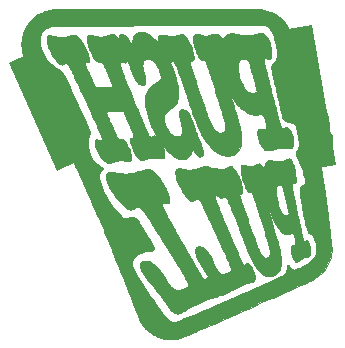
<source format=gbr>
G04 #@! TF.FileFunction,Copper,L1,Top,Signal*
%FSLAX46Y46*%
G04 Gerber Fmt 4.6, Leading zero omitted, Abs format (unit mm)*
G04 Created by KiCad (PCBNEW (2015-07-06 BZR 5889)-product) date Wed 26 Aug 2015 12:38:22 PM CEST*
%MOMM*%
G01*
G04 APERTURE LIST*
%ADD10C,0.100000*%
%ADD11C,0.800000*%
G04 APERTURE END LIST*
D10*
G36*
X161641366Y-102346283D02*
X161641332Y-102510452D01*
X161641095Y-102644389D01*
X161640452Y-102751731D01*
X161639201Y-102836112D01*
X161637139Y-102901167D01*
X161634064Y-102950533D01*
X161629774Y-102987844D01*
X161624066Y-103016736D01*
X161616737Y-103040844D01*
X161607584Y-103063804D01*
X161600503Y-103079968D01*
X161551338Y-103166832D01*
X161484284Y-103252899D01*
X161409525Y-103326180D01*
X161361370Y-103361436D01*
X161320217Y-103395784D01*
X161275755Y-103446075D01*
X161252423Y-103478785D01*
X161207586Y-103539711D01*
X161152567Y-103602651D01*
X161123564Y-103631424D01*
X161080519Y-103664746D01*
X161018560Y-103704736D01*
X160945103Y-103747481D01*
X160867562Y-103789065D01*
X160793352Y-103825574D01*
X160729887Y-103853094D01*
X160684582Y-103867710D01*
X160673434Y-103869067D01*
X160647480Y-103879011D01*
X160642300Y-103891197D01*
X160644863Y-103910644D01*
X160652321Y-103961313D01*
X160664330Y-104040966D01*
X160680545Y-104147367D01*
X160700621Y-104278278D01*
X160724212Y-104431463D01*
X160750974Y-104604684D01*
X160780562Y-104795704D01*
X160812630Y-105002286D01*
X160846834Y-105222194D01*
X160882829Y-105453189D01*
X160913239Y-105648030D01*
X160957470Y-105931591D01*
X160997213Y-106187486D01*
X161033018Y-106419706D01*
X161065432Y-106632242D01*
X161095003Y-106829085D01*
X161122282Y-107014225D01*
X161147814Y-107191653D01*
X161172150Y-107365360D01*
X161195837Y-107539337D01*
X161219424Y-107717574D01*
X161243459Y-107904063D01*
X161268490Y-108102793D01*
X161295066Y-108317757D01*
X161323736Y-108552943D01*
X161355047Y-108812344D01*
X161389548Y-109099950D01*
X161402899Y-109211534D01*
X161432680Y-109461744D01*
X161461464Y-109705920D01*
X161488969Y-109941543D01*
X161514913Y-110166097D01*
X161539014Y-110377062D01*
X161560991Y-110571922D01*
X161580561Y-110748158D01*
X161597443Y-110903253D01*
X161611353Y-111034689D01*
X161622011Y-111139947D01*
X161629135Y-111216511D01*
X161632380Y-111260554D01*
X161629430Y-111504228D01*
X161598887Y-111758806D01*
X161542868Y-112018942D01*
X161463492Y-112279285D01*
X161362876Y-112534488D01*
X161243139Y-112779202D01*
X161106398Y-113008078D01*
X160954772Y-113215768D01*
X160790377Y-113396924D01*
X160783912Y-113403208D01*
X160595070Y-113571626D01*
X160388231Y-113730767D01*
X160354019Y-113753437D01*
X160354019Y-111331898D01*
X160339527Y-111109357D01*
X160292591Y-110877148D01*
X160249625Y-110735534D01*
X160220162Y-110655365D01*
X160182736Y-110563370D01*
X160140333Y-110465905D01*
X160095940Y-110369328D01*
X160052545Y-110279997D01*
X160013135Y-110204270D01*
X159980696Y-110148504D01*
X159961446Y-110122186D01*
X159915097Y-110091538D01*
X159876804Y-110083601D01*
X159796568Y-110070382D01*
X159725012Y-110029619D01*
X159660498Y-109959648D01*
X159601385Y-109858810D01*
X159559761Y-109762320D01*
X159509331Y-109618368D01*
X159456858Y-109443646D01*
X159402979Y-109241146D01*
X159348334Y-109013859D01*
X159293559Y-108764775D01*
X159239293Y-108496885D01*
X159186174Y-108213180D01*
X159134839Y-107916652D01*
X159085927Y-107610291D01*
X159052091Y-107381973D01*
X159022354Y-107170034D01*
X158998296Y-106987853D01*
X158979587Y-106831861D01*
X158965898Y-106698487D01*
X158956899Y-106584161D01*
X158952261Y-106485313D01*
X158951653Y-106398371D01*
X158954457Y-106324400D01*
X158964451Y-106207608D01*
X158980226Y-106119385D01*
X159004750Y-106054551D01*
X159040996Y-106007927D01*
X159091934Y-105974333D01*
X159160533Y-105948588D01*
X159171867Y-105945272D01*
X159257801Y-105909444D01*
X159318117Y-105855777D01*
X159357473Y-105779136D01*
X159372028Y-105724578D01*
X159380856Y-105625717D01*
X159372482Y-105499301D01*
X159347324Y-105346699D01*
X159305798Y-105169277D01*
X159248324Y-104968402D01*
X159175319Y-104745443D01*
X159087201Y-104501767D01*
X158984387Y-104238741D01*
X158867295Y-103957733D01*
X158751847Y-103694588D01*
X158691892Y-103558712D01*
X158646573Y-103448130D01*
X158615599Y-103357734D01*
X158598679Y-103282418D01*
X158595522Y-103217078D01*
X158605835Y-103156605D01*
X158629328Y-103095895D01*
X158665709Y-103029841D01*
X158709945Y-102960518D01*
X158775319Y-102854600D01*
X158820904Y-102762132D01*
X158850661Y-102672424D01*
X158868553Y-102574782D01*
X158874577Y-102516179D01*
X158876744Y-102480114D01*
X158876901Y-102441919D01*
X158874530Y-102397904D01*
X158869116Y-102344380D01*
X158860140Y-102277655D01*
X158847086Y-102194040D01*
X158829436Y-102089844D01*
X158806675Y-101961377D01*
X158778283Y-101804948D01*
X158764001Y-101727001D01*
X158731701Y-101552446D01*
X158704302Y-101407870D01*
X158681038Y-101289859D01*
X158661144Y-101195003D01*
X158643854Y-101119889D01*
X158628403Y-101061105D01*
X158614025Y-101015240D01*
X158599956Y-100978882D01*
X158592501Y-100962589D01*
X158525610Y-100854212D01*
X158438973Y-100767746D01*
X158329760Y-100701356D01*
X158195137Y-100653203D01*
X158076900Y-100628134D01*
X157974041Y-100609532D01*
X157895048Y-100590328D01*
X157830030Y-100567177D01*
X157769097Y-100536732D01*
X157721300Y-100507845D01*
X157609206Y-100419111D01*
X157517123Y-100310569D01*
X157464178Y-100217872D01*
X157455860Y-100191280D01*
X157440873Y-100134107D01*
X157419767Y-100048812D01*
X157393092Y-99937855D01*
X157361402Y-99803696D01*
X157325246Y-99648796D01*
X157285175Y-99475613D01*
X157241742Y-99286608D01*
X157195497Y-99084240D01*
X157146992Y-98870970D01*
X157096777Y-98649257D01*
X157045404Y-98421562D01*
X156993424Y-98190344D01*
X156941388Y-97958062D01*
X156889848Y-97727178D01*
X156839354Y-97500150D01*
X156790459Y-97279438D01*
X156743712Y-97067504D01*
X156699666Y-96866805D01*
X156658871Y-96679803D01*
X156621879Y-96508957D01*
X156589241Y-96356727D01*
X156561508Y-96225572D01*
X156539231Y-96117954D01*
X156522962Y-96036331D01*
X156513252Y-95983163D01*
X156510567Y-95962175D01*
X156518014Y-95900352D01*
X156543036Y-95839325D01*
X156589648Y-95770657D01*
X156618789Y-95734956D01*
X156715746Y-95610872D01*
X156805564Y-95477345D01*
X156885522Y-95339901D01*
X156952900Y-95204068D01*
X157004977Y-95075372D01*
X157039032Y-94959340D01*
X157052345Y-94861498D01*
X157052433Y-94854089D01*
X157048908Y-94803120D01*
X157039026Y-94725079D01*
X157023831Y-94625946D01*
X157004365Y-94511697D01*
X156981670Y-94388310D01*
X156956789Y-94261762D01*
X156930764Y-94138032D01*
X156916071Y-94072167D01*
X156857479Y-93836625D01*
X156791154Y-93607185D01*
X156719070Y-93389453D01*
X156643204Y-93189039D01*
X156565533Y-93011547D01*
X156492576Y-92870502D01*
X156426937Y-92768576D01*
X156349280Y-92669060D01*
X156265961Y-92578755D01*
X156183336Y-92504460D01*
X156107763Y-92452973D01*
X156097131Y-92447492D01*
X156007305Y-92403544D01*
X154087236Y-92405072D01*
X153932191Y-92405244D01*
X153744841Y-92405536D01*
X153526746Y-92405945D01*
X153279468Y-92406466D01*
X153004569Y-92407094D01*
X152703608Y-92407824D01*
X152378147Y-92408652D01*
X152029747Y-92409574D01*
X151659969Y-92410584D01*
X151270374Y-92411678D01*
X150862524Y-92412852D01*
X150437979Y-92414101D01*
X149998300Y-92415420D01*
X149545048Y-92416805D01*
X149079786Y-92418251D01*
X148604072Y-92419754D01*
X148119470Y-92421309D01*
X147627539Y-92422911D01*
X147129841Y-92424556D01*
X146627937Y-92426240D01*
X146123387Y-92427957D01*
X145617754Y-92429703D01*
X145165233Y-92431288D01*
X144578022Y-92433346D01*
X144023696Y-92435272D01*
X143501275Y-92437083D01*
X143009779Y-92438796D01*
X142548225Y-92440426D01*
X142115634Y-92441991D01*
X141711025Y-92443507D01*
X141333416Y-92444992D01*
X140981828Y-92446461D01*
X140655279Y-92447931D01*
X140352789Y-92449419D01*
X140073377Y-92450942D01*
X139816062Y-92452516D01*
X139579863Y-92454158D01*
X139363800Y-92455884D01*
X139166892Y-92457712D01*
X138988158Y-92459658D01*
X138826617Y-92461738D01*
X138681289Y-92463969D01*
X138551192Y-92466368D01*
X138435347Y-92468952D01*
X138332771Y-92471737D01*
X138242486Y-92474739D01*
X138163508Y-92477976D01*
X138094859Y-92481464D01*
X138035557Y-92485220D01*
X137984621Y-92489260D01*
X137941071Y-92493601D01*
X137903926Y-92498260D01*
X137872205Y-92503254D01*
X137844927Y-92508598D01*
X137821112Y-92514310D01*
X137799778Y-92520406D01*
X137779946Y-92526904D01*
X137760634Y-92533819D01*
X137740861Y-92541168D01*
X137719647Y-92548968D01*
X137696011Y-92557236D01*
X137693258Y-92558162D01*
X137557705Y-92608969D01*
X137446326Y-92664134D01*
X137349455Y-92729406D01*
X137257428Y-92810532D01*
X137240433Y-92827462D01*
X137140374Y-92945602D01*
X137062615Y-93077174D01*
X137002982Y-93229792D01*
X136984387Y-93294201D01*
X136966014Y-93389737D01*
X136953659Y-93509630D01*
X136947424Y-93644889D01*
X136947417Y-93786523D01*
X136953741Y-93925542D01*
X136966503Y-94052956D01*
X136974883Y-94107001D01*
X137028654Y-94331164D01*
X137110383Y-94563297D01*
X137217027Y-94797733D01*
X137345544Y-95028806D01*
X137492891Y-95250849D01*
X137656025Y-95458196D01*
X137764472Y-95577622D01*
X137889262Y-95700125D01*
X138009189Y-95801375D01*
X138135293Y-95890020D01*
X138253745Y-95960885D01*
X138457791Y-96087355D01*
X138635846Y-96224320D01*
X138791803Y-96376173D01*
X138929557Y-96547307D01*
X139052999Y-96742113D01*
X139166023Y-96964984D01*
X139188881Y-97015949D01*
X139315131Y-97301466D01*
X139455460Y-97615644D01*
X139609066Y-97956725D01*
X139775145Y-98322948D01*
X139952895Y-98712555D01*
X140141511Y-99123785D01*
X140340191Y-99554880D01*
X140548131Y-100004080D01*
X140764529Y-100469625D01*
X140815209Y-100578392D01*
X141203874Y-101412151D01*
X141145972Y-101578497D01*
X141107013Y-101695030D01*
X141077260Y-101797326D01*
X141055541Y-101893263D01*
X141040684Y-101990716D01*
X141031517Y-102097563D01*
X141026866Y-102221681D01*
X141025560Y-102370946D01*
X141025568Y-102387401D01*
X141026194Y-102515135D01*
X141028084Y-102615869D01*
X141031732Y-102696459D01*
X141037632Y-102763761D01*
X141046278Y-102824633D01*
X141058162Y-102885932D01*
X141063063Y-102908245D01*
X141123349Y-103137648D01*
X141197009Y-103351264D01*
X141282046Y-103544424D01*
X141376462Y-103712458D01*
X141453562Y-103820865D01*
X141585690Y-103969785D01*
X141743652Y-104119368D01*
X141920137Y-104263322D01*
X142107834Y-104395360D01*
X142159566Y-104428201D01*
X142214943Y-104462627D01*
X142258204Y-104489691D01*
X142282136Y-104504876D01*
X142284513Y-104506472D01*
X142276638Y-104520052D01*
X142250216Y-104552605D01*
X142209958Y-104598490D01*
X142182913Y-104628136D01*
X142082025Y-104749452D01*
X142003134Y-104869982D01*
X141949417Y-104984401D01*
X141929506Y-105052969D01*
X141921058Y-105105188D01*
X141919001Y-105157632D01*
X141923680Y-105220547D01*
X141935442Y-105304183D01*
X141938690Y-105324390D01*
X141991696Y-105577261D01*
X142070128Y-105846137D01*
X142172140Y-106126944D01*
X142295884Y-106415609D01*
X142439513Y-106708060D01*
X142601179Y-107000223D01*
X142779036Y-107288026D01*
X142929850Y-107509734D01*
X143057357Y-107682404D01*
X143202585Y-107867075D01*
X143358960Y-108056051D01*
X143519911Y-108241635D01*
X143678867Y-108416133D01*
X143829255Y-108571848D01*
X143876983Y-108618867D01*
X143964203Y-108703534D01*
X144126673Y-108709477D01*
X144210312Y-108709498D01*
X144314201Y-108705011D01*
X144425138Y-108696782D01*
X144521620Y-108686619D01*
X144623462Y-108674832D01*
X144699943Y-108668378D01*
X144759116Y-108667051D01*
X144809030Y-108670645D01*
X144853832Y-108678150D01*
X144992871Y-108722883D01*
X145115138Y-108796290D01*
X145179127Y-108853358D01*
X145201229Y-108882004D01*
X145239382Y-108938714D01*
X145292785Y-109022178D01*
X145360636Y-109131086D01*
X145442133Y-109264127D01*
X145536474Y-109419989D01*
X145642858Y-109597364D01*
X145760483Y-109794939D01*
X145888548Y-110011404D01*
X145917625Y-110060722D01*
X146042107Y-110272129D01*
X146150384Y-110456417D01*
X146243558Y-110615573D01*
X146322734Y-110751589D01*
X146389013Y-110866452D01*
X146443500Y-110962152D01*
X146487298Y-111040678D01*
X146521510Y-111104020D01*
X146547239Y-111154168D01*
X146565589Y-111193109D01*
X146577662Y-111222835D01*
X146584562Y-111245333D01*
X146587393Y-111262594D01*
X146587633Y-111268843D01*
X146573405Y-111353691D01*
X146532957Y-111422676D01*
X146487682Y-111459999D01*
X146453873Y-111472359D01*
X146394711Y-111486577D01*
X146318517Y-111500902D01*
X146233611Y-111513578D01*
X146233204Y-111513631D01*
X145945521Y-111559818D01*
X145687766Y-111619574D01*
X145460123Y-111692789D01*
X145262779Y-111779355D01*
X145095916Y-111879162D01*
X144959721Y-111992100D01*
X144854378Y-112118060D01*
X144780071Y-112256932D01*
X144738645Y-112399372D01*
X144729967Y-112505075D01*
X144740432Y-112627423D01*
X144770356Y-112766980D01*
X144820054Y-112924311D01*
X144889841Y-113099980D01*
X144980032Y-113294551D01*
X145090942Y-113508589D01*
X145222886Y-113742657D01*
X145376181Y-113997320D01*
X145551140Y-114273143D01*
X145748079Y-114570689D01*
X145967313Y-114890523D01*
X146209158Y-115233209D01*
X146473928Y-115599311D01*
X146689327Y-115891734D01*
X146779957Y-116014491D01*
X146873207Y-116141867D01*
X146964711Y-116267822D01*
X147050104Y-116386315D01*
X147125018Y-116491307D01*
X147185087Y-116576757D01*
X147197348Y-116594467D01*
X147314805Y-116762650D01*
X147417788Y-116905149D01*
X147509035Y-117025443D01*
X147591286Y-117127015D01*
X147667279Y-117213344D01*
X147739755Y-117287912D01*
X147753324Y-117301009D01*
X147873176Y-117403378D01*
X147987568Y-117475232D01*
X148100270Y-117518640D01*
X148175783Y-117532736D01*
X148248518Y-117537491D01*
X148320373Y-117533920D01*
X148399839Y-117520714D01*
X148495407Y-117496565D01*
X148585766Y-117469547D01*
X148643452Y-117449624D01*
X148731815Y-117416295D01*
X148850499Y-117369708D01*
X148999145Y-117310011D01*
X149177397Y-117237351D01*
X149384895Y-117151877D01*
X149621283Y-117053736D01*
X149886203Y-116943077D01*
X150179296Y-116820047D01*
X150500205Y-116684795D01*
X150848573Y-116537467D01*
X151185033Y-116394778D01*
X151839890Y-116115902D01*
X152463492Y-115848648D01*
X153055798Y-115593035D01*
X153616767Y-115349079D01*
X154146358Y-115116801D01*
X154644530Y-114896218D01*
X155111242Y-114687348D01*
X155546453Y-114490209D01*
X155950122Y-114304821D01*
X156322208Y-114131201D01*
X156662669Y-113969368D01*
X156971465Y-113819340D01*
X157145567Y-113732976D01*
X157288395Y-113661383D01*
X157404027Y-113602986D01*
X157495605Y-113555938D01*
X157566273Y-113518390D01*
X157619174Y-113488492D01*
X157657452Y-113464396D01*
X157684251Y-113444253D01*
X157702715Y-113426215D01*
X157715986Y-113408432D01*
X157725728Y-113391780D01*
X157759568Y-113313721D01*
X157792471Y-113206735D01*
X157823155Y-113075758D01*
X157850339Y-112925730D01*
X157855583Y-112891592D01*
X157868828Y-112815747D01*
X157883618Y-112751818D01*
X157897861Y-112708035D01*
X157905710Y-112694399D01*
X157943614Y-112675225D01*
X157985189Y-112689457D01*
X158030082Y-112736874D01*
X158066216Y-112794994D01*
X158124421Y-112886422D01*
X158192585Y-112969377D01*
X158264308Y-113037421D01*
X158333192Y-113084115D01*
X158367833Y-113098448D01*
X158416588Y-113109398D01*
X158460493Y-113108285D01*
X158515906Y-113094271D01*
X158528700Y-113090206D01*
X158639990Y-113050550D01*
X158771426Y-112997776D01*
X158915443Y-112935437D01*
X159064477Y-112867083D01*
X159210964Y-112796265D01*
X159347340Y-112726534D01*
X159466041Y-112661443D01*
X159550100Y-112610672D01*
X159761689Y-112458581D01*
X159941091Y-112296126D01*
X160088271Y-112123409D01*
X160203191Y-111940529D01*
X160285813Y-111747584D01*
X160336102Y-111544674D01*
X160354019Y-111331898D01*
X160354019Y-113753437D01*
X160175098Y-113871999D01*
X160052525Y-113942676D01*
X160022464Y-113957446D01*
X159962600Y-113985377D01*
X159874105Y-114025948D01*
X159758155Y-114078635D01*
X159615924Y-114142913D01*
X159448584Y-114218258D01*
X159257311Y-114304148D01*
X159043278Y-114400058D01*
X158807660Y-114505465D01*
X158551630Y-114619844D01*
X158276363Y-114742673D01*
X157983032Y-114873427D01*
X157672812Y-115011582D01*
X157346876Y-115156616D01*
X157006399Y-115308003D01*
X156652555Y-115465221D01*
X156286517Y-115627745D01*
X155909460Y-115795052D01*
X155522558Y-115966618D01*
X155126985Y-116141920D01*
X154723915Y-116320433D01*
X154546503Y-116398971D01*
X154050216Y-116618658D01*
X153583903Y-116825095D01*
X153146552Y-117018703D01*
X152737151Y-117199903D01*
X152354689Y-117369116D01*
X151998153Y-117526761D01*
X151666533Y-117673260D01*
X151358817Y-117809034D01*
X151073994Y-117934502D01*
X150811051Y-118050087D01*
X150568977Y-118156208D01*
X150346761Y-118253287D01*
X150143391Y-118341743D01*
X149957855Y-118421998D01*
X149789142Y-118494473D01*
X149636241Y-118559588D01*
X149498139Y-118617763D01*
X149373825Y-118669421D01*
X149262287Y-118714980D01*
X149162515Y-118754862D01*
X149073496Y-118789488D01*
X148994218Y-118819279D01*
X148923671Y-118844654D01*
X148860843Y-118866036D01*
X148804721Y-118883843D01*
X148754295Y-118898498D01*
X148708552Y-118910421D01*
X148666482Y-118920033D01*
X148627073Y-118927754D01*
X148589313Y-118934004D01*
X148552190Y-118939206D01*
X148514693Y-118943779D01*
X148475810Y-118948144D01*
X148434531Y-118952722D01*
X148395042Y-118957306D01*
X148270298Y-118971071D01*
X148157958Y-118980331D01*
X148049279Y-118985268D01*
X147935518Y-118986061D01*
X147807930Y-118982891D01*
X147657774Y-118975938D01*
X147612100Y-118973428D01*
X147536631Y-118968622D01*
X147474649Y-118962553D01*
X147418309Y-118953408D01*
X147359765Y-118939374D01*
X147291174Y-118918638D01*
X147204690Y-118889388D01*
X147121033Y-118859945D01*
X146996567Y-118814393D01*
X146893107Y-118772537D01*
X146799049Y-118728942D01*
X146702787Y-118678173D01*
X146592714Y-118614795D01*
X146574540Y-118604011D01*
X146465592Y-118536217D01*
X146344057Y-118455759D01*
X146222611Y-118371312D01*
X146113936Y-118291552D01*
X146082548Y-118267357D01*
X145995269Y-118198218D01*
X145927071Y-118141321D01*
X145870969Y-118089505D01*
X145819975Y-118035609D01*
X145767105Y-117972474D01*
X145705372Y-117892939D01*
X145664755Y-117839139D01*
X145592462Y-117741444D01*
X145535879Y-117660313D01*
X145489305Y-117586073D01*
X145447038Y-117509047D01*
X145403378Y-117419560D01*
X145355423Y-117314206D01*
X145332765Y-117261479D01*
X145298792Y-117179550D01*
X145254446Y-117070787D01*
X145200670Y-116937561D01*
X145138405Y-116782240D01*
X145068594Y-116607192D01*
X144992178Y-116414786D01*
X144910100Y-116207392D01*
X144823301Y-115987379D01*
X144732724Y-115757114D01*
X144639310Y-115518968D01*
X144544002Y-115275309D01*
X144510307Y-115189001D01*
X144400955Y-114909383D01*
X144280937Y-114603625D01*
X144152328Y-114276961D01*
X144017208Y-113934628D01*
X143877651Y-113581862D01*
X143735736Y-113223899D01*
X143593538Y-112865975D01*
X143453136Y-112513326D01*
X143316606Y-112171189D01*
X143186025Y-111844800D01*
X143063471Y-111539394D01*
X143005746Y-111395934D01*
X142883215Y-111091921D01*
X142771507Y-110815299D01*
X142669060Y-110562375D01*
X142574315Y-110329455D01*
X142485710Y-110112844D01*
X142401684Y-109908850D01*
X142320677Y-109713778D01*
X142241127Y-109523934D01*
X142161475Y-109335625D01*
X142080158Y-109145158D01*
X141995617Y-108948837D01*
X141906290Y-108742970D01*
X141810616Y-108523863D01*
X141707035Y-108287821D01*
X141593986Y-108031152D01*
X141469907Y-107750161D01*
X141363583Y-107509734D01*
X141242757Y-107237032D01*
X141116616Y-106953076D01*
X140986878Y-106661692D01*
X140855260Y-106366712D01*
X140723480Y-106071962D01*
X140593253Y-105781273D01*
X140466298Y-105498473D01*
X140344331Y-105227391D01*
X140229069Y-104971855D01*
X140122231Y-104735696D01*
X140025532Y-104522741D01*
X139940691Y-104336820D01*
X139937882Y-104330685D01*
X139369993Y-103090503D01*
X139325446Y-103103018D01*
X139288609Y-103108673D01*
X139228623Y-103112999D01*
X139156199Y-103115318D01*
X139127021Y-103115534D01*
X139058493Y-103114933D01*
X139007230Y-103111331D01*
X138962978Y-103102029D01*
X138915481Y-103084328D01*
X138854485Y-103055530D01*
X138805288Y-103030867D01*
X138665248Y-102947694D01*
X138539584Y-102848443D01*
X138435053Y-102739134D01*
X138365821Y-102639243D01*
X138331364Y-102587525D01*
X138281882Y-102524126D01*
X138226734Y-102460867D01*
X138213357Y-102446667D01*
X138159227Y-102387359D01*
X138109044Y-102327391D01*
X138071668Y-102277483D01*
X138064750Y-102266844D01*
X138026353Y-102216044D01*
X137974446Y-102161261D01*
X137940818Y-102131378D01*
X137855788Y-102057773D01*
X137772186Y-101977306D01*
X137696701Y-101897032D01*
X137636019Y-101824004D01*
X137601253Y-101773202D01*
X137561199Y-101709021D01*
X137515273Y-101641829D01*
X137498519Y-101619039D01*
X137461166Y-101560068D01*
X137430908Y-101495614D01*
X137422023Y-101468887D01*
X137392662Y-101400779D01*
X137341447Y-101325200D01*
X137320676Y-101300262D01*
X137235410Y-101183873D01*
X137155208Y-101036126D01*
X137081062Y-100859285D01*
X137013959Y-100655612D01*
X136974064Y-100507801D01*
X136952886Y-100436811D01*
X136926138Y-100365470D01*
X136909958Y-100330001D01*
X136881511Y-100265773D01*
X136857327Y-100197311D01*
X136851794Y-100177601D01*
X136833579Y-100121229D01*
X136805801Y-100051780D01*
X136779898Y-99995545D01*
X136746702Y-99917989D01*
X136727754Y-99841874D01*
X136718948Y-99758855D01*
X136710960Y-99680614D01*
X136695593Y-99613848D01*
X136668586Y-99543182D01*
X136645292Y-99493072D01*
X136615982Y-99430329D01*
X136593490Y-99378120D01*
X136581272Y-99344642D01*
X136580033Y-99338224D01*
X136574654Y-99311007D01*
X136560607Y-99261551D01*
X136541031Y-99199357D01*
X136519060Y-99133931D01*
X136497832Y-99074774D01*
X136480484Y-99031391D01*
X136474951Y-99019865D01*
X136461827Y-98988255D01*
X136442707Y-98933322D01*
X136420737Y-98864349D01*
X136408990Y-98825195D01*
X136379329Y-98735979D01*
X136349044Y-98666173D01*
X136321149Y-98622694D01*
X136320499Y-98621995D01*
X136294977Y-98589175D01*
X136258378Y-98535174D01*
X136215913Y-98468499D01*
X136172795Y-98397660D01*
X136134237Y-98331166D01*
X136105453Y-98277525D01*
X136093853Y-98252032D01*
X136076761Y-98219672D01*
X136045542Y-98170331D01*
X136006865Y-98113753D01*
X135967401Y-98059684D01*
X135933818Y-98017871D01*
X135932835Y-98016754D01*
X135911516Y-97986512D01*
X135880161Y-97934602D01*
X135843858Y-97869661D01*
X135823091Y-97830488D01*
X135783618Y-97754467D01*
X135744398Y-97678902D01*
X135711723Y-97615921D01*
X135701033Y-97595305D01*
X135680252Y-97551216D01*
X135667232Y-97509608D01*
X135660225Y-97460371D01*
X135657487Y-97393393D01*
X135657167Y-97341305D01*
X135658651Y-97254195D01*
X135664100Y-97190777D01*
X135675005Y-97140969D01*
X135692861Y-97094686D01*
X135694069Y-97092055D01*
X135750906Y-96998993D01*
X135830053Y-96909368D01*
X135920788Y-96834088D01*
X135985258Y-96795862D01*
X136051614Y-96760215D01*
X136118208Y-96719141D01*
X136151487Y-96695794D01*
X136195699Y-96663856D01*
X136230795Y-96641253D01*
X136242868Y-96635211D01*
X136240904Y-96618472D01*
X136223859Y-96572909D01*
X136192284Y-96499736D01*
X136146735Y-96400170D01*
X136087763Y-96275427D01*
X136015922Y-96126725D01*
X135955416Y-96003227D01*
X135852569Y-95792742D01*
X135764480Y-95608476D01*
X135689777Y-95446871D01*
X135627087Y-95304367D01*
X135575039Y-95177405D01*
X135532258Y-95062427D01*
X135497374Y-94955873D01*
X135469014Y-94854184D01*
X135445805Y-94753802D01*
X135426375Y-94651167D01*
X135420559Y-94616200D01*
X135383634Y-94300074D01*
X135375204Y-93989191D01*
X135395240Y-93688394D01*
X135427350Y-93480402D01*
X135502665Y-93180922D01*
X135611060Y-92887008D01*
X135752067Y-92599613D01*
X135925215Y-92319691D01*
X136130036Y-92048194D01*
X136137636Y-92039020D01*
X136210787Y-91952526D01*
X136271958Y-91885102D01*
X136329668Y-91828861D01*
X136392438Y-91775914D01*
X136468788Y-91718376D01*
X136535570Y-91670654D01*
X136810372Y-91492534D01*
X137088048Y-91343856D01*
X137365451Y-91226211D01*
X137513110Y-91176427D01*
X137618897Y-91145004D01*
X137708341Y-91121288D01*
X137791992Y-91103212D01*
X137880401Y-91088710D01*
X137984122Y-91075715D01*
X138078633Y-91065682D01*
X138102657Y-91063348D01*
X138128105Y-91061133D01*
X138155880Y-91059035D01*
X138186887Y-91057051D01*
X138222026Y-91055177D01*
X138262203Y-91053410D01*
X138308319Y-91051746D01*
X138361277Y-91050184D01*
X138421982Y-91048718D01*
X138491335Y-91047347D01*
X138570239Y-91046067D01*
X138659599Y-91044874D01*
X138760316Y-91043765D01*
X138873294Y-91042737D01*
X138999436Y-91041788D01*
X139139645Y-91040913D01*
X139294824Y-91040109D01*
X139465875Y-91039373D01*
X139653703Y-91038702D01*
X139859209Y-91038092D01*
X140083297Y-91037541D01*
X140326871Y-91037045D01*
X140590832Y-91036601D01*
X140876085Y-91036206D01*
X141183531Y-91035855D01*
X141514075Y-91035547D01*
X141868619Y-91035278D01*
X142248066Y-91035044D01*
X142653319Y-91034843D01*
X143085281Y-91034670D01*
X143544856Y-91034524D01*
X144032946Y-91034400D01*
X144550454Y-91034296D01*
X145098283Y-91034207D01*
X145677337Y-91034132D01*
X146288518Y-91034066D01*
X146883967Y-91034010D01*
X147528628Y-91033960D01*
X148140309Y-91033928D01*
X148719894Y-91033916D01*
X149268270Y-91033928D01*
X149786322Y-91033965D01*
X150274936Y-91034032D01*
X150734997Y-91034129D01*
X151167392Y-91034261D01*
X151573006Y-91034429D01*
X151952725Y-91034637D01*
X152307434Y-91034887D01*
X152638020Y-91035182D01*
X152945367Y-91035524D01*
X153230362Y-91035917D01*
X153493890Y-91036362D01*
X153736838Y-91036864D01*
X153960090Y-91037423D01*
X154164533Y-91038044D01*
X154351052Y-91038729D01*
X154520533Y-91039480D01*
X154673862Y-91040301D01*
X154811924Y-91041193D01*
X154935605Y-91042160D01*
X155045791Y-91043204D01*
X155143367Y-91044329D01*
X155229220Y-91045536D01*
X155304234Y-91046828D01*
X155369297Y-91048209D01*
X155425292Y-91049680D01*
X155473107Y-91051246D01*
X155513627Y-91052907D01*
X155547737Y-91054667D01*
X155576323Y-91056529D01*
X155600272Y-91058496D01*
X155620468Y-91060569D01*
X155621567Y-91060696D01*
X155867633Y-91100237D01*
X156130556Y-91163291D01*
X156404413Y-91248308D01*
X156571034Y-91309034D01*
X156671597Y-91348885D01*
X156751760Y-91384370D01*
X156822016Y-91421227D01*
X156892861Y-91465194D01*
X156974789Y-91522009D01*
X157018983Y-91553962D01*
X157112877Y-91624574D01*
X157215813Y-91705597D01*
X157315816Y-91787409D01*
X157400913Y-91860387D01*
X157406887Y-91865706D01*
X157596746Y-92056928D01*
X157771008Y-92276711D01*
X157928325Y-92522890D01*
X158067350Y-92793304D01*
X158186737Y-93085789D01*
X158212217Y-93158734D01*
X158303907Y-93429667D01*
X158440672Y-93440088D01*
X158528625Y-93450278D01*
X158600432Y-93468494D01*
X158673657Y-93499498D01*
X158690167Y-93507729D01*
X158816855Y-93586141D01*
X158925658Y-93681771D01*
X159009697Y-93788240D01*
X159029659Y-93822476D01*
X159068556Y-93885937D01*
X159113898Y-93946699D01*
X159144264Y-93980001D01*
X159220343Y-94065504D01*
X159299027Y-94177823D01*
X159376004Y-94310618D01*
X159397634Y-94352534D01*
X159434770Y-94423153D01*
X159473809Y-94492138D01*
X159507032Y-94545912D01*
X159510568Y-94551147D01*
X159542338Y-94604260D01*
X159577862Y-94673865D01*
X159608547Y-94742775D01*
X159679427Y-94874857D01*
X159741574Y-94951804D01*
X159790885Y-95008936D01*
X159835741Y-95069378D01*
X159863420Y-95114638D01*
X159892033Y-95166778D01*
X159931049Y-95232905D01*
X159972091Y-95298824D01*
X159972630Y-95299662D01*
X160077420Y-95466816D01*
X160161730Y-95611193D01*
X160227037Y-95735801D01*
X160274820Y-95843649D01*
X160306555Y-95937744D01*
X160322445Y-96012001D01*
X160337345Y-96087212D01*
X160358014Y-96160814D01*
X160379241Y-96215201D01*
X160397698Y-96259050D01*
X160422436Y-96327314D01*
X160450648Y-96411781D01*
X160479526Y-96504241D01*
X160489259Y-96536934D01*
X160517555Y-96632455D01*
X160545445Y-96725149D01*
X160570201Y-96806048D01*
X160589097Y-96866188D01*
X160593367Y-96879300D01*
X160611812Y-96952153D01*
X160623375Y-97030608D01*
X160625367Y-97068697D01*
X160628737Y-97131065D01*
X160637329Y-97187019D01*
X160643547Y-97208931D01*
X160654975Y-97250240D01*
X160667043Y-97311524D01*
X160676542Y-97375134D01*
X160690400Y-97477627D01*
X160706458Y-97582987D01*
X160723315Y-97683117D01*
X160739575Y-97769919D01*
X160753839Y-97835296D01*
X160759848Y-97857622D01*
X160772218Y-97909798D01*
X160777746Y-97955534D01*
X160777766Y-97957534D01*
X160785083Y-97994860D01*
X160803948Y-98048222D01*
X160822053Y-98088809D01*
X160856942Y-98184223D01*
X160877460Y-98301362D01*
X160879228Y-98319097D01*
X160898277Y-98473889D01*
X160927490Y-98621855D01*
X160970326Y-98780230D01*
X160974591Y-98794346D01*
X160993625Y-98861266D01*
X161007852Y-98919566D01*
X161014738Y-98958637D01*
X161015016Y-98963679D01*
X161019969Y-99001369D01*
X161032345Y-99055285D01*
X161040562Y-99084341D01*
X161053965Y-99142205D01*
X161066263Y-99218923D01*
X161075123Y-99299507D01*
X161076150Y-99312941D01*
X161093895Y-99450016D01*
X161129700Y-99612054D01*
X161183881Y-99800390D01*
X161210064Y-99881267D01*
X161253949Y-100015527D01*
X161287094Y-100122898D01*
X161310723Y-100208173D01*
X161326059Y-100276147D01*
X161334327Y-100331614D01*
X161336750Y-100377613D01*
X161341761Y-100450676D01*
X161354261Y-100526240D01*
X161362150Y-100557058D01*
X161377803Y-100626832D01*
X161386639Y-100701474D01*
X161387367Y-100723786D01*
X161392335Y-100792777D01*
X161404843Y-100868057D01*
X161411285Y-100894661D01*
X161420199Y-100942087D01*
X161428963Y-101015156D01*
X161436808Y-101105652D01*
X161442968Y-101205355D01*
X161445262Y-101258449D01*
X161455321Y-101534963D01*
X161548344Y-101619981D01*
X161641366Y-101704999D01*
X161641366Y-102346283D01*
X161641366Y-102346283D01*
X161641366Y-102346283D01*
G37*
X161641366Y-102346283D02*
X161641332Y-102510452D01*
X161641095Y-102644389D01*
X161640452Y-102751731D01*
X161639201Y-102836112D01*
X161637139Y-102901167D01*
X161634064Y-102950533D01*
X161629774Y-102987844D01*
X161624066Y-103016736D01*
X161616737Y-103040844D01*
X161607584Y-103063804D01*
X161600503Y-103079968D01*
X161551338Y-103166832D01*
X161484284Y-103252899D01*
X161409525Y-103326180D01*
X161361370Y-103361436D01*
X161320217Y-103395784D01*
X161275755Y-103446075D01*
X161252423Y-103478785D01*
X161207586Y-103539711D01*
X161152567Y-103602651D01*
X161123564Y-103631424D01*
X161080519Y-103664746D01*
X161018560Y-103704736D01*
X160945103Y-103747481D01*
X160867562Y-103789065D01*
X160793352Y-103825574D01*
X160729887Y-103853094D01*
X160684582Y-103867710D01*
X160673434Y-103869067D01*
X160647480Y-103879011D01*
X160642300Y-103891197D01*
X160644863Y-103910644D01*
X160652321Y-103961313D01*
X160664330Y-104040966D01*
X160680545Y-104147367D01*
X160700621Y-104278278D01*
X160724212Y-104431463D01*
X160750974Y-104604684D01*
X160780562Y-104795704D01*
X160812630Y-105002286D01*
X160846834Y-105222194D01*
X160882829Y-105453189D01*
X160913239Y-105648030D01*
X160957470Y-105931591D01*
X160997213Y-106187486D01*
X161033018Y-106419706D01*
X161065432Y-106632242D01*
X161095003Y-106829085D01*
X161122282Y-107014225D01*
X161147814Y-107191653D01*
X161172150Y-107365360D01*
X161195837Y-107539337D01*
X161219424Y-107717574D01*
X161243459Y-107904063D01*
X161268490Y-108102793D01*
X161295066Y-108317757D01*
X161323736Y-108552943D01*
X161355047Y-108812344D01*
X161389548Y-109099950D01*
X161402899Y-109211534D01*
X161432680Y-109461744D01*
X161461464Y-109705920D01*
X161488969Y-109941543D01*
X161514913Y-110166097D01*
X161539014Y-110377062D01*
X161560991Y-110571922D01*
X161580561Y-110748158D01*
X161597443Y-110903253D01*
X161611353Y-111034689D01*
X161622011Y-111139947D01*
X161629135Y-111216511D01*
X161632380Y-111260554D01*
X161629430Y-111504228D01*
X161598887Y-111758806D01*
X161542868Y-112018942D01*
X161463492Y-112279285D01*
X161362876Y-112534488D01*
X161243139Y-112779202D01*
X161106398Y-113008078D01*
X160954772Y-113215768D01*
X160790377Y-113396924D01*
X160783912Y-113403208D01*
X160595070Y-113571626D01*
X160388231Y-113730767D01*
X160354019Y-113753437D01*
X160354019Y-111331898D01*
X160339527Y-111109357D01*
X160292591Y-110877148D01*
X160249625Y-110735534D01*
X160220162Y-110655365D01*
X160182736Y-110563370D01*
X160140333Y-110465905D01*
X160095940Y-110369328D01*
X160052545Y-110279997D01*
X160013135Y-110204270D01*
X159980696Y-110148504D01*
X159961446Y-110122186D01*
X159915097Y-110091538D01*
X159876804Y-110083601D01*
X159796568Y-110070382D01*
X159725012Y-110029619D01*
X159660498Y-109959648D01*
X159601385Y-109858810D01*
X159559761Y-109762320D01*
X159509331Y-109618368D01*
X159456858Y-109443646D01*
X159402979Y-109241146D01*
X159348334Y-109013859D01*
X159293559Y-108764775D01*
X159239293Y-108496885D01*
X159186174Y-108213180D01*
X159134839Y-107916652D01*
X159085927Y-107610291D01*
X159052091Y-107381973D01*
X159022354Y-107170034D01*
X158998296Y-106987853D01*
X158979587Y-106831861D01*
X158965898Y-106698487D01*
X158956899Y-106584161D01*
X158952261Y-106485313D01*
X158951653Y-106398371D01*
X158954457Y-106324400D01*
X158964451Y-106207608D01*
X158980226Y-106119385D01*
X159004750Y-106054551D01*
X159040996Y-106007927D01*
X159091934Y-105974333D01*
X159160533Y-105948588D01*
X159171867Y-105945272D01*
X159257801Y-105909444D01*
X159318117Y-105855777D01*
X159357473Y-105779136D01*
X159372028Y-105724578D01*
X159380856Y-105625717D01*
X159372482Y-105499301D01*
X159347324Y-105346699D01*
X159305798Y-105169277D01*
X159248324Y-104968402D01*
X159175319Y-104745443D01*
X159087201Y-104501767D01*
X158984387Y-104238741D01*
X158867295Y-103957733D01*
X158751847Y-103694588D01*
X158691892Y-103558712D01*
X158646573Y-103448130D01*
X158615599Y-103357734D01*
X158598679Y-103282418D01*
X158595522Y-103217078D01*
X158605835Y-103156605D01*
X158629328Y-103095895D01*
X158665709Y-103029841D01*
X158709945Y-102960518D01*
X158775319Y-102854600D01*
X158820904Y-102762132D01*
X158850661Y-102672424D01*
X158868553Y-102574782D01*
X158874577Y-102516179D01*
X158876744Y-102480114D01*
X158876901Y-102441919D01*
X158874530Y-102397904D01*
X158869116Y-102344380D01*
X158860140Y-102277655D01*
X158847086Y-102194040D01*
X158829436Y-102089844D01*
X158806675Y-101961377D01*
X158778283Y-101804948D01*
X158764001Y-101727001D01*
X158731701Y-101552446D01*
X158704302Y-101407870D01*
X158681038Y-101289859D01*
X158661144Y-101195003D01*
X158643854Y-101119889D01*
X158628403Y-101061105D01*
X158614025Y-101015240D01*
X158599956Y-100978882D01*
X158592501Y-100962589D01*
X158525610Y-100854212D01*
X158438973Y-100767746D01*
X158329760Y-100701356D01*
X158195137Y-100653203D01*
X158076900Y-100628134D01*
X157974041Y-100609532D01*
X157895048Y-100590328D01*
X157830030Y-100567177D01*
X157769097Y-100536732D01*
X157721300Y-100507845D01*
X157609206Y-100419111D01*
X157517123Y-100310569D01*
X157464178Y-100217872D01*
X157455860Y-100191280D01*
X157440873Y-100134107D01*
X157419767Y-100048812D01*
X157393092Y-99937855D01*
X157361402Y-99803696D01*
X157325246Y-99648796D01*
X157285175Y-99475613D01*
X157241742Y-99286608D01*
X157195497Y-99084240D01*
X157146992Y-98870970D01*
X157096777Y-98649257D01*
X157045404Y-98421562D01*
X156993424Y-98190344D01*
X156941388Y-97958062D01*
X156889848Y-97727178D01*
X156839354Y-97500150D01*
X156790459Y-97279438D01*
X156743712Y-97067504D01*
X156699666Y-96866805D01*
X156658871Y-96679803D01*
X156621879Y-96508957D01*
X156589241Y-96356727D01*
X156561508Y-96225572D01*
X156539231Y-96117954D01*
X156522962Y-96036331D01*
X156513252Y-95983163D01*
X156510567Y-95962175D01*
X156518014Y-95900352D01*
X156543036Y-95839325D01*
X156589648Y-95770657D01*
X156618789Y-95734956D01*
X156715746Y-95610872D01*
X156805564Y-95477345D01*
X156885522Y-95339901D01*
X156952900Y-95204068D01*
X157004977Y-95075372D01*
X157039032Y-94959340D01*
X157052345Y-94861498D01*
X157052433Y-94854089D01*
X157048908Y-94803120D01*
X157039026Y-94725079D01*
X157023831Y-94625946D01*
X157004365Y-94511697D01*
X156981670Y-94388310D01*
X156956789Y-94261762D01*
X156930764Y-94138032D01*
X156916071Y-94072167D01*
X156857479Y-93836625D01*
X156791154Y-93607185D01*
X156719070Y-93389453D01*
X156643204Y-93189039D01*
X156565533Y-93011547D01*
X156492576Y-92870502D01*
X156426937Y-92768576D01*
X156349280Y-92669060D01*
X156265961Y-92578755D01*
X156183336Y-92504460D01*
X156107763Y-92452973D01*
X156097131Y-92447492D01*
X156007305Y-92403544D01*
X154087236Y-92405072D01*
X153932191Y-92405244D01*
X153744841Y-92405536D01*
X153526746Y-92405945D01*
X153279468Y-92406466D01*
X153004569Y-92407094D01*
X152703608Y-92407824D01*
X152378147Y-92408652D01*
X152029747Y-92409574D01*
X151659969Y-92410584D01*
X151270374Y-92411678D01*
X150862524Y-92412852D01*
X150437979Y-92414101D01*
X149998300Y-92415420D01*
X149545048Y-92416805D01*
X149079786Y-92418251D01*
X148604072Y-92419754D01*
X148119470Y-92421309D01*
X147627539Y-92422911D01*
X147129841Y-92424556D01*
X146627937Y-92426240D01*
X146123387Y-92427957D01*
X145617754Y-92429703D01*
X145165233Y-92431288D01*
X144578022Y-92433346D01*
X144023696Y-92435272D01*
X143501275Y-92437083D01*
X143009779Y-92438796D01*
X142548225Y-92440426D01*
X142115634Y-92441991D01*
X141711025Y-92443507D01*
X141333416Y-92444992D01*
X140981828Y-92446461D01*
X140655279Y-92447931D01*
X140352789Y-92449419D01*
X140073377Y-92450942D01*
X139816062Y-92452516D01*
X139579863Y-92454158D01*
X139363800Y-92455884D01*
X139166892Y-92457712D01*
X138988158Y-92459658D01*
X138826617Y-92461738D01*
X138681289Y-92463969D01*
X138551192Y-92466368D01*
X138435347Y-92468952D01*
X138332771Y-92471737D01*
X138242486Y-92474739D01*
X138163508Y-92477976D01*
X138094859Y-92481464D01*
X138035557Y-92485220D01*
X137984621Y-92489260D01*
X137941071Y-92493601D01*
X137903926Y-92498260D01*
X137872205Y-92503254D01*
X137844927Y-92508598D01*
X137821112Y-92514310D01*
X137799778Y-92520406D01*
X137779946Y-92526904D01*
X137760634Y-92533819D01*
X137740861Y-92541168D01*
X137719647Y-92548968D01*
X137696011Y-92557236D01*
X137693258Y-92558162D01*
X137557705Y-92608969D01*
X137446326Y-92664134D01*
X137349455Y-92729406D01*
X137257428Y-92810532D01*
X137240433Y-92827462D01*
X137140374Y-92945602D01*
X137062615Y-93077174D01*
X137002982Y-93229792D01*
X136984387Y-93294201D01*
X136966014Y-93389737D01*
X136953659Y-93509630D01*
X136947424Y-93644889D01*
X136947417Y-93786523D01*
X136953741Y-93925542D01*
X136966503Y-94052956D01*
X136974883Y-94107001D01*
X137028654Y-94331164D01*
X137110383Y-94563297D01*
X137217027Y-94797733D01*
X137345544Y-95028806D01*
X137492891Y-95250849D01*
X137656025Y-95458196D01*
X137764472Y-95577622D01*
X137889262Y-95700125D01*
X138009189Y-95801375D01*
X138135293Y-95890020D01*
X138253745Y-95960885D01*
X138457791Y-96087355D01*
X138635846Y-96224320D01*
X138791803Y-96376173D01*
X138929557Y-96547307D01*
X139052999Y-96742113D01*
X139166023Y-96964984D01*
X139188881Y-97015949D01*
X139315131Y-97301466D01*
X139455460Y-97615644D01*
X139609066Y-97956725D01*
X139775145Y-98322948D01*
X139952895Y-98712555D01*
X140141511Y-99123785D01*
X140340191Y-99554880D01*
X140548131Y-100004080D01*
X140764529Y-100469625D01*
X140815209Y-100578392D01*
X141203874Y-101412151D01*
X141145972Y-101578497D01*
X141107013Y-101695030D01*
X141077260Y-101797326D01*
X141055541Y-101893263D01*
X141040684Y-101990716D01*
X141031517Y-102097563D01*
X141026866Y-102221681D01*
X141025560Y-102370946D01*
X141025568Y-102387401D01*
X141026194Y-102515135D01*
X141028084Y-102615869D01*
X141031732Y-102696459D01*
X141037632Y-102763761D01*
X141046278Y-102824633D01*
X141058162Y-102885932D01*
X141063063Y-102908245D01*
X141123349Y-103137648D01*
X141197009Y-103351264D01*
X141282046Y-103544424D01*
X141376462Y-103712458D01*
X141453562Y-103820865D01*
X141585690Y-103969785D01*
X141743652Y-104119368D01*
X141920137Y-104263322D01*
X142107834Y-104395360D01*
X142159566Y-104428201D01*
X142214943Y-104462627D01*
X142258204Y-104489691D01*
X142282136Y-104504876D01*
X142284513Y-104506472D01*
X142276638Y-104520052D01*
X142250216Y-104552605D01*
X142209958Y-104598490D01*
X142182913Y-104628136D01*
X142082025Y-104749452D01*
X142003134Y-104869982D01*
X141949417Y-104984401D01*
X141929506Y-105052969D01*
X141921058Y-105105188D01*
X141919001Y-105157632D01*
X141923680Y-105220547D01*
X141935442Y-105304183D01*
X141938690Y-105324390D01*
X141991696Y-105577261D01*
X142070128Y-105846137D01*
X142172140Y-106126944D01*
X142295884Y-106415609D01*
X142439513Y-106708060D01*
X142601179Y-107000223D01*
X142779036Y-107288026D01*
X142929850Y-107509734D01*
X143057357Y-107682404D01*
X143202585Y-107867075D01*
X143358960Y-108056051D01*
X143519911Y-108241635D01*
X143678867Y-108416133D01*
X143829255Y-108571848D01*
X143876983Y-108618867D01*
X143964203Y-108703534D01*
X144126673Y-108709477D01*
X144210312Y-108709498D01*
X144314201Y-108705011D01*
X144425138Y-108696782D01*
X144521620Y-108686619D01*
X144623462Y-108674832D01*
X144699943Y-108668378D01*
X144759116Y-108667051D01*
X144809030Y-108670645D01*
X144853832Y-108678150D01*
X144992871Y-108722883D01*
X145115138Y-108796290D01*
X145179127Y-108853358D01*
X145201229Y-108882004D01*
X145239382Y-108938714D01*
X145292785Y-109022178D01*
X145360636Y-109131086D01*
X145442133Y-109264127D01*
X145536474Y-109419989D01*
X145642858Y-109597364D01*
X145760483Y-109794939D01*
X145888548Y-110011404D01*
X145917625Y-110060722D01*
X146042107Y-110272129D01*
X146150384Y-110456417D01*
X146243558Y-110615573D01*
X146322734Y-110751589D01*
X146389013Y-110866452D01*
X146443500Y-110962152D01*
X146487298Y-111040678D01*
X146521510Y-111104020D01*
X146547239Y-111154168D01*
X146565589Y-111193109D01*
X146577662Y-111222835D01*
X146584562Y-111245333D01*
X146587393Y-111262594D01*
X146587633Y-111268843D01*
X146573405Y-111353691D01*
X146532957Y-111422676D01*
X146487682Y-111459999D01*
X146453873Y-111472359D01*
X146394711Y-111486577D01*
X146318517Y-111500902D01*
X146233611Y-111513578D01*
X146233204Y-111513631D01*
X145945521Y-111559818D01*
X145687766Y-111619574D01*
X145460123Y-111692789D01*
X145262779Y-111779355D01*
X145095916Y-111879162D01*
X144959721Y-111992100D01*
X144854378Y-112118060D01*
X144780071Y-112256932D01*
X144738645Y-112399372D01*
X144729967Y-112505075D01*
X144740432Y-112627423D01*
X144770356Y-112766980D01*
X144820054Y-112924311D01*
X144889841Y-113099980D01*
X144980032Y-113294551D01*
X145090942Y-113508589D01*
X145222886Y-113742657D01*
X145376181Y-113997320D01*
X145551140Y-114273143D01*
X145748079Y-114570689D01*
X145967313Y-114890523D01*
X146209158Y-115233209D01*
X146473928Y-115599311D01*
X146689327Y-115891734D01*
X146779957Y-116014491D01*
X146873207Y-116141867D01*
X146964711Y-116267822D01*
X147050104Y-116386315D01*
X147125018Y-116491307D01*
X147185087Y-116576757D01*
X147197348Y-116594467D01*
X147314805Y-116762650D01*
X147417788Y-116905149D01*
X147509035Y-117025443D01*
X147591286Y-117127015D01*
X147667279Y-117213344D01*
X147739755Y-117287912D01*
X147753324Y-117301009D01*
X147873176Y-117403378D01*
X147987568Y-117475232D01*
X148100270Y-117518640D01*
X148175783Y-117532736D01*
X148248518Y-117537491D01*
X148320373Y-117533920D01*
X148399839Y-117520714D01*
X148495407Y-117496565D01*
X148585766Y-117469547D01*
X148643452Y-117449624D01*
X148731815Y-117416295D01*
X148850499Y-117369708D01*
X148999145Y-117310011D01*
X149177397Y-117237351D01*
X149384895Y-117151877D01*
X149621283Y-117053736D01*
X149886203Y-116943077D01*
X150179296Y-116820047D01*
X150500205Y-116684795D01*
X150848573Y-116537467D01*
X151185033Y-116394778D01*
X151839890Y-116115902D01*
X152463492Y-115848648D01*
X153055798Y-115593035D01*
X153616767Y-115349079D01*
X154146358Y-115116801D01*
X154644530Y-114896218D01*
X155111242Y-114687348D01*
X155546453Y-114490209D01*
X155950122Y-114304821D01*
X156322208Y-114131201D01*
X156662669Y-113969368D01*
X156971465Y-113819340D01*
X157145567Y-113732976D01*
X157288395Y-113661383D01*
X157404027Y-113602986D01*
X157495605Y-113555938D01*
X157566273Y-113518390D01*
X157619174Y-113488492D01*
X157657452Y-113464396D01*
X157684251Y-113444253D01*
X157702715Y-113426215D01*
X157715986Y-113408432D01*
X157725728Y-113391780D01*
X157759568Y-113313721D01*
X157792471Y-113206735D01*
X157823155Y-113075758D01*
X157850339Y-112925730D01*
X157855583Y-112891592D01*
X157868828Y-112815747D01*
X157883618Y-112751818D01*
X157897861Y-112708035D01*
X157905710Y-112694399D01*
X157943614Y-112675225D01*
X157985189Y-112689457D01*
X158030082Y-112736874D01*
X158066216Y-112794994D01*
X158124421Y-112886422D01*
X158192585Y-112969377D01*
X158264308Y-113037421D01*
X158333192Y-113084115D01*
X158367833Y-113098448D01*
X158416588Y-113109398D01*
X158460493Y-113108285D01*
X158515906Y-113094271D01*
X158528700Y-113090206D01*
X158639990Y-113050550D01*
X158771426Y-112997776D01*
X158915443Y-112935437D01*
X159064477Y-112867083D01*
X159210964Y-112796265D01*
X159347340Y-112726534D01*
X159466041Y-112661443D01*
X159550100Y-112610672D01*
X159761689Y-112458581D01*
X159941091Y-112296126D01*
X160088271Y-112123409D01*
X160203191Y-111940529D01*
X160285813Y-111747584D01*
X160336102Y-111544674D01*
X160354019Y-111331898D01*
X160354019Y-113753437D01*
X160175098Y-113871999D01*
X160052525Y-113942676D01*
X160022464Y-113957446D01*
X159962600Y-113985377D01*
X159874105Y-114025948D01*
X159758155Y-114078635D01*
X159615924Y-114142913D01*
X159448584Y-114218258D01*
X159257311Y-114304148D01*
X159043278Y-114400058D01*
X158807660Y-114505465D01*
X158551630Y-114619844D01*
X158276363Y-114742673D01*
X157983032Y-114873427D01*
X157672812Y-115011582D01*
X157346876Y-115156616D01*
X157006399Y-115308003D01*
X156652555Y-115465221D01*
X156286517Y-115627745D01*
X155909460Y-115795052D01*
X155522558Y-115966618D01*
X155126985Y-116141920D01*
X154723915Y-116320433D01*
X154546503Y-116398971D01*
X154050216Y-116618658D01*
X153583903Y-116825095D01*
X153146552Y-117018703D01*
X152737151Y-117199903D01*
X152354689Y-117369116D01*
X151998153Y-117526761D01*
X151666533Y-117673260D01*
X151358817Y-117809034D01*
X151073994Y-117934502D01*
X150811051Y-118050087D01*
X150568977Y-118156208D01*
X150346761Y-118253287D01*
X150143391Y-118341743D01*
X149957855Y-118421998D01*
X149789142Y-118494473D01*
X149636241Y-118559588D01*
X149498139Y-118617763D01*
X149373825Y-118669421D01*
X149262287Y-118714980D01*
X149162515Y-118754862D01*
X149073496Y-118789488D01*
X148994218Y-118819279D01*
X148923671Y-118844654D01*
X148860843Y-118866036D01*
X148804721Y-118883843D01*
X148754295Y-118898498D01*
X148708552Y-118910421D01*
X148666482Y-118920033D01*
X148627073Y-118927754D01*
X148589313Y-118934004D01*
X148552190Y-118939206D01*
X148514693Y-118943779D01*
X148475810Y-118948144D01*
X148434531Y-118952722D01*
X148395042Y-118957306D01*
X148270298Y-118971071D01*
X148157958Y-118980331D01*
X148049279Y-118985268D01*
X147935518Y-118986061D01*
X147807930Y-118982891D01*
X147657774Y-118975938D01*
X147612100Y-118973428D01*
X147536631Y-118968622D01*
X147474649Y-118962553D01*
X147418309Y-118953408D01*
X147359765Y-118939374D01*
X147291174Y-118918638D01*
X147204690Y-118889388D01*
X147121033Y-118859945D01*
X146996567Y-118814393D01*
X146893107Y-118772537D01*
X146799049Y-118728942D01*
X146702787Y-118678173D01*
X146592714Y-118614795D01*
X146574540Y-118604011D01*
X146465592Y-118536217D01*
X146344057Y-118455759D01*
X146222611Y-118371312D01*
X146113936Y-118291552D01*
X146082548Y-118267357D01*
X145995269Y-118198218D01*
X145927071Y-118141321D01*
X145870969Y-118089505D01*
X145819975Y-118035609D01*
X145767105Y-117972474D01*
X145705372Y-117892939D01*
X145664755Y-117839139D01*
X145592462Y-117741444D01*
X145535879Y-117660313D01*
X145489305Y-117586073D01*
X145447038Y-117509047D01*
X145403378Y-117419560D01*
X145355423Y-117314206D01*
X145332765Y-117261479D01*
X145298792Y-117179550D01*
X145254446Y-117070787D01*
X145200670Y-116937561D01*
X145138405Y-116782240D01*
X145068594Y-116607192D01*
X144992178Y-116414786D01*
X144910100Y-116207392D01*
X144823301Y-115987379D01*
X144732724Y-115757114D01*
X144639310Y-115518968D01*
X144544002Y-115275309D01*
X144510307Y-115189001D01*
X144400955Y-114909383D01*
X144280937Y-114603625D01*
X144152328Y-114276961D01*
X144017208Y-113934628D01*
X143877651Y-113581862D01*
X143735736Y-113223899D01*
X143593538Y-112865975D01*
X143453136Y-112513326D01*
X143316606Y-112171189D01*
X143186025Y-111844800D01*
X143063471Y-111539394D01*
X143005746Y-111395934D01*
X142883215Y-111091921D01*
X142771507Y-110815299D01*
X142669060Y-110562375D01*
X142574315Y-110329455D01*
X142485710Y-110112844D01*
X142401684Y-109908850D01*
X142320677Y-109713778D01*
X142241127Y-109523934D01*
X142161475Y-109335625D01*
X142080158Y-109145158D01*
X141995617Y-108948837D01*
X141906290Y-108742970D01*
X141810616Y-108523863D01*
X141707035Y-108287821D01*
X141593986Y-108031152D01*
X141469907Y-107750161D01*
X141363583Y-107509734D01*
X141242757Y-107237032D01*
X141116616Y-106953076D01*
X140986878Y-106661692D01*
X140855260Y-106366712D01*
X140723480Y-106071962D01*
X140593253Y-105781273D01*
X140466298Y-105498473D01*
X140344331Y-105227391D01*
X140229069Y-104971855D01*
X140122231Y-104735696D01*
X140025532Y-104522741D01*
X139940691Y-104336820D01*
X139937882Y-104330685D01*
X139369993Y-103090503D01*
X139325446Y-103103018D01*
X139288609Y-103108673D01*
X139228623Y-103112999D01*
X139156199Y-103115318D01*
X139127021Y-103115534D01*
X139058493Y-103114933D01*
X139007230Y-103111331D01*
X138962978Y-103102029D01*
X138915481Y-103084328D01*
X138854485Y-103055530D01*
X138805288Y-103030867D01*
X138665248Y-102947694D01*
X138539584Y-102848443D01*
X138435053Y-102739134D01*
X138365821Y-102639243D01*
X138331364Y-102587525D01*
X138281882Y-102524126D01*
X138226734Y-102460867D01*
X138213357Y-102446667D01*
X138159227Y-102387359D01*
X138109044Y-102327391D01*
X138071668Y-102277483D01*
X138064750Y-102266844D01*
X138026353Y-102216044D01*
X137974446Y-102161261D01*
X137940818Y-102131378D01*
X137855788Y-102057773D01*
X137772186Y-101977306D01*
X137696701Y-101897032D01*
X137636019Y-101824004D01*
X137601253Y-101773202D01*
X137561199Y-101709021D01*
X137515273Y-101641829D01*
X137498519Y-101619039D01*
X137461166Y-101560068D01*
X137430908Y-101495614D01*
X137422023Y-101468887D01*
X137392662Y-101400779D01*
X137341447Y-101325200D01*
X137320676Y-101300262D01*
X137235410Y-101183873D01*
X137155208Y-101036126D01*
X137081062Y-100859285D01*
X137013959Y-100655612D01*
X136974064Y-100507801D01*
X136952886Y-100436811D01*
X136926138Y-100365470D01*
X136909958Y-100330001D01*
X136881511Y-100265773D01*
X136857327Y-100197311D01*
X136851794Y-100177601D01*
X136833579Y-100121229D01*
X136805801Y-100051780D01*
X136779898Y-99995545D01*
X136746702Y-99917989D01*
X136727754Y-99841874D01*
X136718948Y-99758855D01*
X136710960Y-99680614D01*
X136695593Y-99613848D01*
X136668586Y-99543182D01*
X136645292Y-99493072D01*
X136615982Y-99430329D01*
X136593490Y-99378120D01*
X136581272Y-99344642D01*
X136580033Y-99338224D01*
X136574654Y-99311007D01*
X136560607Y-99261551D01*
X136541031Y-99199357D01*
X136519060Y-99133931D01*
X136497832Y-99074774D01*
X136480484Y-99031391D01*
X136474951Y-99019865D01*
X136461827Y-98988255D01*
X136442707Y-98933322D01*
X136420737Y-98864349D01*
X136408990Y-98825195D01*
X136379329Y-98735979D01*
X136349044Y-98666173D01*
X136321149Y-98622694D01*
X136320499Y-98621995D01*
X136294977Y-98589175D01*
X136258378Y-98535174D01*
X136215913Y-98468499D01*
X136172795Y-98397660D01*
X136134237Y-98331166D01*
X136105453Y-98277525D01*
X136093853Y-98252032D01*
X136076761Y-98219672D01*
X136045542Y-98170331D01*
X136006865Y-98113753D01*
X135967401Y-98059684D01*
X135933818Y-98017871D01*
X135932835Y-98016754D01*
X135911516Y-97986512D01*
X135880161Y-97934602D01*
X135843858Y-97869661D01*
X135823091Y-97830488D01*
X135783618Y-97754467D01*
X135744398Y-97678902D01*
X135711723Y-97615921D01*
X135701033Y-97595305D01*
X135680252Y-97551216D01*
X135667232Y-97509608D01*
X135660225Y-97460371D01*
X135657487Y-97393393D01*
X135657167Y-97341305D01*
X135658651Y-97254195D01*
X135664100Y-97190777D01*
X135675005Y-97140969D01*
X135692861Y-97094686D01*
X135694069Y-97092055D01*
X135750906Y-96998993D01*
X135830053Y-96909368D01*
X135920788Y-96834088D01*
X135985258Y-96795862D01*
X136051614Y-96760215D01*
X136118208Y-96719141D01*
X136151487Y-96695794D01*
X136195699Y-96663856D01*
X136230795Y-96641253D01*
X136242868Y-96635211D01*
X136240904Y-96618472D01*
X136223859Y-96572909D01*
X136192284Y-96499736D01*
X136146735Y-96400170D01*
X136087763Y-96275427D01*
X136015922Y-96126725D01*
X135955416Y-96003227D01*
X135852569Y-95792742D01*
X135764480Y-95608476D01*
X135689777Y-95446871D01*
X135627087Y-95304367D01*
X135575039Y-95177405D01*
X135532258Y-95062427D01*
X135497374Y-94955873D01*
X135469014Y-94854184D01*
X135445805Y-94753802D01*
X135426375Y-94651167D01*
X135420559Y-94616200D01*
X135383634Y-94300074D01*
X135375204Y-93989191D01*
X135395240Y-93688394D01*
X135427350Y-93480402D01*
X135502665Y-93180922D01*
X135611060Y-92887008D01*
X135752067Y-92599613D01*
X135925215Y-92319691D01*
X136130036Y-92048194D01*
X136137636Y-92039020D01*
X136210787Y-91952526D01*
X136271958Y-91885102D01*
X136329668Y-91828861D01*
X136392438Y-91775914D01*
X136468788Y-91718376D01*
X136535570Y-91670654D01*
X136810372Y-91492534D01*
X137088048Y-91343856D01*
X137365451Y-91226211D01*
X137513110Y-91176427D01*
X137618897Y-91145004D01*
X137708341Y-91121288D01*
X137791992Y-91103212D01*
X137880401Y-91088710D01*
X137984122Y-91075715D01*
X138078633Y-91065682D01*
X138102657Y-91063348D01*
X138128105Y-91061133D01*
X138155880Y-91059035D01*
X138186887Y-91057051D01*
X138222026Y-91055177D01*
X138262203Y-91053410D01*
X138308319Y-91051746D01*
X138361277Y-91050184D01*
X138421982Y-91048718D01*
X138491335Y-91047347D01*
X138570239Y-91046067D01*
X138659599Y-91044874D01*
X138760316Y-91043765D01*
X138873294Y-91042737D01*
X138999436Y-91041788D01*
X139139645Y-91040913D01*
X139294824Y-91040109D01*
X139465875Y-91039373D01*
X139653703Y-91038702D01*
X139859209Y-91038092D01*
X140083297Y-91037541D01*
X140326871Y-91037045D01*
X140590832Y-91036601D01*
X140876085Y-91036206D01*
X141183531Y-91035855D01*
X141514075Y-91035547D01*
X141868619Y-91035278D01*
X142248066Y-91035044D01*
X142653319Y-91034843D01*
X143085281Y-91034670D01*
X143544856Y-91034524D01*
X144032946Y-91034400D01*
X144550454Y-91034296D01*
X145098283Y-91034207D01*
X145677337Y-91034132D01*
X146288518Y-91034066D01*
X146883967Y-91034010D01*
X147528628Y-91033960D01*
X148140309Y-91033928D01*
X148719894Y-91033916D01*
X149268270Y-91033928D01*
X149786322Y-91033965D01*
X150274936Y-91034032D01*
X150734997Y-91034129D01*
X151167392Y-91034261D01*
X151573006Y-91034429D01*
X151952725Y-91034637D01*
X152307434Y-91034887D01*
X152638020Y-91035182D01*
X152945367Y-91035524D01*
X153230362Y-91035917D01*
X153493890Y-91036362D01*
X153736838Y-91036864D01*
X153960090Y-91037423D01*
X154164533Y-91038044D01*
X154351052Y-91038729D01*
X154520533Y-91039480D01*
X154673862Y-91040301D01*
X154811924Y-91041193D01*
X154935605Y-91042160D01*
X155045791Y-91043204D01*
X155143367Y-91044329D01*
X155229220Y-91045536D01*
X155304234Y-91046828D01*
X155369297Y-91048209D01*
X155425292Y-91049680D01*
X155473107Y-91051246D01*
X155513627Y-91052907D01*
X155547737Y-91054667D01*
X155576323Y-91056529D01*
X155600272Y-91058496D01*
X155620468Y-91060569D01*
X155621567Y-91060696D01*
X155867633Y-91100237D01*
X156130556Y-91163291D01*
X156404413Y-91248308D01*
X156571034Y-91309034D01*
X156671597Y-91348885D01*
X156751760Y-91384370D01*
X156822016Y-91421227D01*
X156892861Y-91465194D01*
X156974789Y-91522009D01*
X157018983Y-91553962D01*
X157112877Y-91624574D01*
X157215813Y-91705597D01*
X157315816Y-91787409D01*
X157400913Y-91860387D01*
X157406887Y-91865706D01*
X157596746Y-92056928D01*
X157771008Y-92276711D01*
X157928325Y-92522890D01*
X158067350Y-92793304D01*
X158186737Y-93085789D01*
X158212217Y-93158734D01*
X158303907Y-93429667D01*
X158440672Y-93440088D01*
X158528625Y-93450278D01*
X158600432Y-93468494D01*
X158673657Y-93499498D01*
X158690167Y-93507729D01*
X158816855Y-93586141D01*
X158925658Y-93681771D01*
X159009697Y-93788240D01*
X159029659Y-93822476D01*
X159068556Y-93885937D01*
X159113898Y-93946699D01*
X159144264Y-93980001D01*
X159220343Y-94065504D01*
X159299027Y-94177823D01*
X159376004Y-94310618D01*
X159397634Y-94352534D01*
X159434770Y-94423153D01*
X159473809Y-94492138D01*
X159507032Y-94545912D01*
X159510568Y-94551147D01*
X159542338Y-94604260D01*
X159577862Y-94673865D01*
X159608547Y-94742775D01*
X159679427Y-94874857D01*
X159741574Y-94951804D01*
X159790885Y-95008936D01*
X159835741Y-95069378D01*
X159863420Y-95114638D01*
X159892033Y-95166778D01*
X159931049Y-95232905D01*
X159972091Y-95298824D01*
X159972630Y-95299662D01*
X160077420Y-95466816D01*
X160161730Y-95611193D01*
X160227037Y-95735801D01*
X160274820Y-95843649D01*
X160306555Y-95937744D01*
X160322445Y-96012001D01*
X160337345Y-96087212D01*
X160358014Y-96160814D01*
X160379241Y-96215201D01*
X160397698Y-96259050D01*
X160422436Y-96327314D01*
X160450648Y-96411781D01*
X160479526Y-96504241D01*
X160489259Y-96536934D01*
X160517555Y-96632455D01*
X160545445Y-96725149D01*
X160570201Y-96806048D01*
X160589097Y-96866188D01*
X160593367Y-96879300D01*
X160611812Y-96952153D01*
X160623375Y-97030608D01*
X160625367Y-97068697D01*
X160628737Y-97131065D01*
X160637329Y-97187019D01*
X160643547Y-97208931D01*
X160654975Y-97250240D01*
X160667043Y-97311524D01*
X160676542Y-97375134D01*
X160690400Y-97477627D01*
X160706458Y-97582987D01*
X160723315Y-97683117D01*
X160739575Y-97769919D01*
X160753839Y-97835296D01*
X160759848Y-97857622D01*
X160772218Y-97909798D01*
X160777746Y-97955534D01*
X160777766Y-97957534D01*
X160785083Y-97994860D01*
X160803948Y-98048222D01*
X160822053Y-98088809D01*
X160856942Y-98184223D01*
X160877460Y-98301362D01*
X160879228Y-98319097D01*
X160898277Y-98473889D01*
X160927490Y-98621855D01*
X160970326Y-98780230D01*
X160974591Y-98794346D01*
X160993625Y-98861266D01*
X161007852Y-98919566D01*
X161014738Y-98958637D01*
X161015016Y-98963679D01*
X161019969Y-99001369D01*
X161032345Y-99055285D01*
X161040562Y-99084341D01*
X161053965Y-99142205D01*
X161066263Y-99218923D01*
X161075123Y-99299507D01*
X161076150Y-99312941D01*
X161093895Y-99450016D01*
X161129700Y-99612054D01*
X161183881Y-99800390D01*
X161210064Y-99881267D01*
X161253949Y-100015527D01*
X161287094Y-100122898D01*
X161310723Y-100208173D01*
X161326059Y-100276147D01*
X161334327Y-100331614D01*
X161336750Y-100377613D01*
X161341761Y-100450676D01*
X161354261Y-100526240D01*
X161362150Y-100557058D01*
X161377803Y-100626832D01*
X161386639Y-100701474D01*
X161387367Y-100723786D01*
X161392335Y-100792777D01*
X161404843Y-100868057D01*
X161411285Y-100894661D01*
X161420199Y-100942087D01*
X161428963Y-101015156D01*
X161436808Y-101105652D01*
X161442968Y-101205355D01*
X161445262Y-101258449D01*
X161455321Y-101534963D01*
X161548344Y-101619981D01*
X161641366Y-101704999D01*
X161641366Y-102346283D01*
X161641366Y-102346283D01*
G36*
X159805306Y-111636010D02*
X159796285Y-111755713D01*
X159774833Y-111853447D01*
X159760466Y-111889447D01*
X159737979Y-111928947D01*
X159710500Y-111957562D01*
X159671497Y-111978320D01*
X159614440Y-111994245D01*
X159532798Y-112008363D01*
X159490979Y-112014293D01*
X159336713Y-112045749D01*
X159198749Y-112097848D01*
X159064312Y-112175661D01*
X159037447Y-112194243D01*
X158918469Y-112277921D01*
X158823014Y-112342837D01*
X158747338Y-112390314D01*
X158687695Y-112421677D01*
X158640342Y-112438251D01*
X158601534Y-112441358D01*
X158567527Y-112432323D01*
X158534576Y-112412470D01*
X158500187Y-112384222D01*
X158442523Y-112317300D01*
X158386762Y-112222608D01*
X158334350Y-112106134D01*
X158286734Y-111973866D01*
X158245360Y-111831790D01*
X158211675Y-111685893D01*
X158187124Y-111542162D01*
X158173155Y-111406585D01*
X158171213Y-111285148D01*
X158182745Y-111183838D01*
X158197799Y-111132491D01*
X158223729Y-111083778D01*
X158259180Y-111053354D01*
X158311463Y-111037808D01*
X158387889Y-111033730D01*
X158408790Y-111034036D01*
X158469248Y-111031697D01*
X158515878Y-111019698D01*
X158549142Y-110995145D01*
X158569503Y-110955144D01*
X158577421Y-110896801D01*
X158573360Y-110817222D01*
X158557779Y-110713512D01*
X158531142Y-110582778D01*
X158501415Y-110453554D01*
X158465449Y-110308206D01*
X158433722Y-110193923D01*
X158405303Y-110108304D01*
X158379261Y-110048943D01*
X158354664Y-110013438D01*
X158330582Y-109999385D01*
X158325266Y-109998934D01*
X158296559Y-110004338D01*
X158244926Y-110018822D01*
X158179233Y-110039796D01*
X158143576Y-110052016D01*
X157991684Y-110092726D01*
X157991684Y-108340449D01*
X157984416Y-108262340D01*
X157974991Y-108207397D01*
X157963864Y-108152179D01*
X157945965Y-108068925D01*
X157922266Y-107961809D01*
X157893740Y-107835006D01*
X157861360Y-107692691D01*
X157826100Y-107539039D01*
X157788931Y-107378224D01*
X157750828Y-107214420D01*
X157712763Y-107051804D01*
X157675709Y-106894548D01*
X157640639Y-106746829D01*
X157608527Y-106612821D01*
X157580345Y-106496698D01*
X157557066Y-106402635D01*
X157539664Y-106334808D01*
X157532167Y-106307467D01*
X157491754Y-106181022D01*
X157450024Y-106075365D01*
X157408782Y-105994425D01*
X157369832Y-105942134D01*
X157360695Y-105934022D01*
X157306358Y-105909452D01*
X157234689Y-105901350D01*
X157158219Y-105910219D01*
X157114599Y-105924165D01*
X157042788Y-105968419D01*
X156987268Y-106035445D01*
X156947303Y-106127169D01*
X156922161Y-106245516D01*
X156911107Y-106392412D01*
X156910468Y-106459867D01*
X156914996Y-106591993D01*
X156927602Y-106729655D01*
X156949188Y-106878527D01*
X156980658Y-107044282D01*
X157022917Y-107232592D01*
X157053344Y-107356844D01*
X157124174Y-107616903D01*
X157197888Y-107844475D01*
X157274381Y-108039349D01*
X157353546Y-108201312D01*
X157435279Y-108330150D01*
X157519473Y-108425653D01*
X157606022Y-108487608D01*
X157619339Y-108494057D01*
X157661753Y-108512575D01*
X157694106Y-108521736D01*
X157726958Y-108521401D01*
X157770869Y-108511434D01*
X157836399Y-108491696D01*
X157837951Y-108491217D01*
X157909867Y-108465220D01*
X157957441Y-108435611D01*
X157983703Y-108396113D01*
X157991684Y-108340449D01*
X157991684Y-110092726D01*
X157982916Y-110095076D01*
X157835201Y-110106958D01*
X157700171Y-110087673D01*
X157645100Y-110069469D01*
X157514987Y-110002111D01*
X157383196Y-109902177D01*
X157250669Y-109770856D01*
X157118345Y-109609339D01*
X156987168Y-109418813D01*
X156858077Y-109200469D01*
X156732013Y-108955496D01*
X156685761Y-108857116D01*
X156577406Y-108605783D01*
X156469785Y-108327023D01*
X156364878Y-108027251D01*
X156264665Y-107712883D01*
X156171124Y-107390336D01*
X156086235Y-107066026D01*
X156011977Y-106746368D01*
X155967149Y-106527600D01*
X155951943Y-106450650D01*
X155938593Y-106386741D01*
X155928580Y-106342719D01*
X155923484Y-106325529D01*
X155908333Y-106328748D01*
X155899197Y-106336330D01*
X155886639Y-106368516D01*
X155882185Y-106427856D01*
X155885476Y-106508713D01*
X155896156Y-106605448D01*
X155913864Y-106712423D01*
X155927171Y-106776741D01*
X155945258Y-106852083D01*
X155972873Y-106958578D01*
X156009663Y-107094987D01*
X156055274Y-107260070D01*
X156109351Y-107452590D01*
X156171539Y-107671305D01*
X156241485Y-107914977D01*
X156318834Y-108182367D01*
X156403232Y-108472236D01*
X156494324Y-108783344D01*
X156591757Y-109114451D01*
X156695176Y-109464320D01*
X156705569Y-109499401D01*
X156797853Y-109812325D01*
X156880343Y-110095533D01*
X156953644Y-110351539D01*
X157018361Y-110582856D01*
X157075098Y-110791999D01*
X157124461Y-110981482D01*
X157167054Y-111153820D01*
X157203482Y-111311526D01*
X157234351Y-111457114D01*
X157260264Y-111593098D01*
X157281828Y-111721994D01*
X157299646Y-111846314D01*
X157314324Y-111968573D01*
X157324831Y-112073267D01*
X157334913Y-112274500D01*
X157329388Y-112477984D01*
X157309136Y-112675433D01*
X157275037Y-112858556D01*
X157227970Y-113019068D01*
X157222996Y-113032470D01*
X157145790Y-113191923D01*
X157042670Y-113335395D01*
X156917978Y-113457991D01*
X156776058Y-113554815D01*
X156745145Y-113571080D01*
X156611852Y-113628396D01*
X156485548Y-113660958D01*
X156353427Y-113671489D01*
X156282651Y-113669431D01*
X156114805Y-113642820D01*
X155947665Y-113582845D01*
X155781804Y-113490009D01*
X155617797Y-113364813D01*
X155456218Y-113207761D01*
X155297641Y-113019355D01*
X155142641Y-112800098D01*
X154991792Y-112550491D01*
X154980208Y-112529744D01*
X154947112Y-112469603D01*
X154915179Y-112410200D01*
X154883736Y-112349893D01*
X154852110Y-112287039D01*
X154819628Y-112219993D01*
X154785618Y-112147114D01*
X154749406Y-112066756D01*
X154710320Y-111977278D01*
X154667686Y-111877035D01*
X154620833Y-111764384D01*
X154569086Y-111637683D01*
X154511774Y-111495287D01*
X154448224Y-111335553D01*
X154377762Y-111156838D01*
X154299716Y-110957499D01*
X154213413Y-110735892D01*
X154118180Y-110490374D01*
X154013345Y-110219301D01*
X153898234Y-109921031D01*
X153772175Y-109593919D01*
X153677097Y-109347001D01*
X153587761Y-109115090D01*
X153500909Y-108889927D01*
X153417425Y-108673788D01*
X153338195Y-108468952D01*
X153264104Y-108277699D01*
X153196037Y-108102307D01*
X153134879Y-107945054D01*
X153081515Y-107808220D01*
X153036831Y-107694083D01*
X153001711Y-107604921D01*
X152977042Y-107543014D01*
X152964390Y-107512216D01*
X152893320Y-107355535D01*
X152824013Y-107219293D01*
X152757900Y-107105653D01*
X152696414Y-107016776D01*
X152640985Y-106954825D01*
X152593045Y-106921961D01*
X152570288Y-106917067D01*
X152539502Y-106926241D01*
X152491691Y-106950314D01*
X152437108Y-106984112D01*
X152436152Y-106984760D01*
X152365019Y-107027014D01*
X152306629Y-107049588D01*
X152284782Y-107052493D01*
X152232342Y-107040629D01*
X152167321Y-107008731D01*
X152099217Y-106962446D01*
X152037528Y-106907421D01*
X152033381Y-106903053D01*
X151975817Y-106859108D01*
X151896836Y-106831083D01*
X151891541Y-106829870D01*
X151837569Y-106819015D01*
X151806155Y-106817819D01*
X151787126Y-106827253D01*
X151775560Y-106840930D01*
X151760145Y-106870503D01*
X151754096Y-106908620D01*
X151757782Y-106961336D01*
X151771570Y-107034705D01*
X151792648Y-107122329D01*
X151804181Y-107165847D01*
X151817596Y-107212417D01*
X151833524Y-107263613D01*
X151852595Y-107321009D01*
X151875440Y-107386179D01*
X151902689Y-107460696D01*
X151934972Y-107546135D01*
X151972920Y-107644069D01*
X152017164Y-107756073D01*
X152068333Y-107883720D01*
X152127059Y-108028584D01*
X152193971Y-108192238D01*
X152269701Y-108376258D01*
X152354878Y-108582215D01*
X152450134Y-108811686D01*
X152556098Y-109066243D01*
X152673401Y-109347460D01*
X152802674Y-109656910D01*
X152927993Y-109956601D01*
X153067144Y-110289075D01*
X153193993Y-110591747D01*
X153309194Y-110866102D01*
X153413402Y-111113629D01*
X153507271Y-111335814D01*
X153591456Y-111534145D01*
X153666611Y-111710108D01*
X153733392Y-111865191D01*
X153792452Y-112000880D01*
X153844445Y-112118664D01*
X153890027Y-112220028D01*
X153929852Y-112306461D01*
X153964574Y-112379449D01*
X153994848Y-112440480D01*
X154021328Y-112491040D01*
X154044669Y-112532617D01*
X154065525Y-112566698D01*
X154084551Y-112594769D01*
X154095647Y-112609719D01*
X154144522Y-112667638D01*
X154184525Y-112696531D01*
X154223239Y-112696976D01*
X154268244Y-112669549D01*
X154315393Y-112626437D01*
X154380169Y-112568660D01*
X154433595Y-112536930D01*
X154483026Y-112529062D01*
X154535819Y-112542872D01*
X154559454Y-112553939D01*
X154636143Y-112608493D01*
X154713788Y-112691752D01*
X154790305Y-112798691D01*
X154863614Y-112924286D01*
X154931632Y-113063511D01*
X154992277Y-113211342D01*
X155043467Y-113362753D01*
X155083120Y-113512720D01*
X155109154Y-113656218D01*
X155119487Y-113788222D01*
X155113807Y-113891848D01*
X155086857Y-113989681D01*
X155037142Y-114066526D01*
X154968959Y-114117554D01*
X154928682Y-114131927D01*
X154864080Y-114148958D01*
X154784346Y-114166435D01*
X154705670Y-114180979D01*
X154612037Y-114198525D01*
X154517246Y-114219387D01*
X154433764Y-114240666D01*
X154384387Y-114255732D01*
X154292231Y-114290693D01*
X154175768Y-114339844D01*
X154040136Y-114400650D01*
X153890476Y-114470573D01*
X153731925Y-114547077D01*
X153569625Y-114627625D01*
X153408714Y-114709681D01*
X153254331Y-114790707D01*
X153111617Y-114868168D01*
X152985710Y-114939527D01*
X152920700Y-114978158D01*
X152825832Y-115034903D01*
X152725355Y-115093473D01*
X152629808Y-115147816D01*
X152549733Y-115191880D01*
X152532771Y-115200895D01*
X152460169Y-115238390D01*
X152407908Y-115262299D01*
X152366624Y-115275300D01*
X152326950Y-115280068D01*
X152279521Y-115279281D01*
X152261837Y-115278330D01*
X152200136Y-115273215D01*
X152149743Y-115266184D01*
X152123778Y-115259521D01*
X152097210Y-115260888D01*
X152074238Y-115290218D01*
X152041133Y-115328520D01*
X151983156Y-115364039D01*
X151898140Y-115397610D01*
X151783917Y-115430063D01*
X151638320Y-115462233D01*
X151614127Y-115466991D01*
X151510366Y-115488672D01*
X151406187Y-115513141D01*
X151311628Y-115537862D01*
X151236730Y-115560302D01*
X151216194Y-115567451D01*
X151096349Y-115614532D01*
X150952017Y-115675934D01*
X150788151Y-115749236D01*
X150609702Y-115832015D01*
X150421623Y-115921850D01*
X150228865Y-116016320D01*
X150036379Y-116113001D01*
X149849120Y-116209472D01*
X149672037Y-116303311D01*
X149510082Y-116392097D01*
X149390100Y-116460565D01*
X149281151Y-116523446D01*
X149170458Y-116586065D01*
X149065213Y-116644442D01*
X148972612Y-116694600D01*
X148899848Y-116732559D01*
X148883601Y-116740660D01*
X148807216Y-116777360D01*
X148750946Y-116801145D01*
X148704873Y-116814748D01*
X148659077Y-116820900D01*
X148603637Y-116822333D01*
X148587268Y-116822275D01*
X148480537Y-116814973D01*
X148393366Y-116795552D01*
X148381002Y-116791058D01*
X148303707Y-116755163D01*
X148226780Y-116707104D01*
X148148015Y-116644520D01*
X148065207Y-116565048D01*
X147976148Y-116466326D01*
X147878633Y-116345993D01*
X147770456Y-116201685D01*
X147649411Y-116031042D01*
X147588178Y-115942139D01*
X147469739Y-115769735D01*
X147363254Y-115616985D01*
X147264594Y-115478440D01*
X147169630Y-115348647D01*
X147074232Y-115222155D01*
X146974271Y-115093513D01*
X146865618Y-114957270D01*
X146744142Y-114807974D01*
X146605715Y-114640175D01*
X146562304Y-114587867D01*
X146393772Y-114384160D01*
X146245838Y-114203355D01*
X146116682Y-114042970D01*
X146004482Y-113900522D01*
X145907419Y-113773531D01*
X145823673Y-113659512D01*
X145751424Y-113555984D01*
X145688850Y-113460464D01*
X145634132Y-113370470D01*
X145585450Y-113283520D01*
X145540983Y-113197132D01*
X145537895Y-113190867D01*
X145468554Y-113034255D01*
X145424567Y-112896829D01*
X145405539Y-112775778D01*
X145411078Y-112668287D01*
X145440788Y-112571543D01*
X145448867Y-112554670D01*
X145479497Y-112500847D01*
X145512433Y-112463300D01*
X145558833Y-112431285D01*
X145600114Y-112409063D01*
X145713827Y-112362554D01*
X145826538Y-112342813D01*
X145948443Y-112348617D01*
X146011304Y-112359714D01*
X146178898Y-112410149D01*
X146351718Y-112491031D01*
X146526841Y-112599938D01*
X146701346Y-112734445D01*
X146872310Y-112892127D01*
X147036811Y-113070562D01*
X147191927Y-113267324D01*
X147305235Y-113433076D01*
X147339854Y-113488766D01*
X147386658Y-113566386D01*
X147441170Y-113658384D01*
X147498907Y-113757210D01*
X147546337Y-113839476D01*
X147637682Y-113996905D01*
X147717017Y-114128574D01*
X147787453Y-114239026D01*
X147852106Y-114332804D01*
X147914088Y-114414449D01*
X147976514Y-114488505D01*
X148033520Y-114550202D01*
X148164827Y-114669072D01*
X148299737Y-114756186D01*
X148436956Y-114810998D01*
X148575187Y-114832963D01*
X148688222Y-114826107D01*
X148745240Y-114812802D01*
X148824502Y-114788732D01*
X148918836Y-114756643D01*
X149021069Y-114719284D01*
X149124031Y-114679402D01*
X149220549Y-114639743D01*
X149303451Y-114603056D01*
X149365565Y-114572088D01*
X149390100Y-114557237D01*
X149442921Y-114509912D01*
X149476867Y-114452805D01*
X149491482Y-114383838D01*
X149486311Y-114300931D01*
X149460899Y-114202004D01*
X149414791Y-114084979D01*
X149347533Y-113947777D01*
X149258669Y-113788318D01*
X149200436Y-113690401D01*
X149163910Y-113630591D01*
X149111603Y-113545690D01*
X149044677Y-113437554D01*
X148964295Y-113308038D01*
X148871619Y-113159000D01*
X148767813Y-112992294D01*
X148654038Y-112809778D01*
X148531457Y-112613307D01*
X148401233Y-112404738D01*
X148264529Y-112185926D01*
X148122507Y-111958727D01*
X147976330Y-111724999D01*
X147827161Y-111486596D01*
X147676161Y-111245376D01*
X147524495Y-111003193D01*
X147373324Y-110761905D01*
X147223811Y-110523368D01*
X147077119Y-110289437D01*
X146934410Y-110061968D01*
X146796847Y-109842818D01*
X146665593Y-109633844D01*
X146541810Y-109436900D01*
X146426661Y-109253843D01*
X146321309Y-109086530D01*
X146226916Y-108936816D01*
X146144645Y-108806558D01*
X146075658Y-108697611D01*
X146021119Y-108611832D01*
X145982190Y-108551077D01*
X145960076Y-108517267D01*
X145827228Y-108328687D01*
X145701311Y-108166463D01*
X145583208Y-108031454D01*
X145473804Y-107924517D01*
X145373980Y-107846512D01*
X145284621Y-107798296D01*
X145206610Y-107780728D01*
X145202161Y-107780667D01*
X145148544Y-107791828D01*
X145069872Y-107825193D01*
X144966508Y-107880592D01*
X144869238Y-107938825D01*
X144760597Y-107996554D01*
X144662400Y-108025829D01*
X144567349Y-108027046D01*
X144468148Y-108000598D01*
X144390179Y-107964711D01*
X144254935Y-107881660D01*
X144109902Y-107770500D01*
X143957675Y-107634645D01*
X143800850Y-107477508D01*
X143642021Y-107302501D01*
X143483782Y-107113038D01*
X143328728Y-106912531D01*
X143179454Y-106704395D01*
X143038555Y-106492042D01*
X142908626Y-106278885D01*
X142792260Y-106068337D01*
X142692053Y-105863811D01*
X142610599Y-105668721D01*
X142580550Y-105584306D01*
X142541147Y-105445242D01*
X142515775Y-105308871D01*
X142505517Y-105183594D01*
X142511457Y-105077810D01*
X142513579Y-105065375D01*
X142542062Y-104992934D01*
X142595072Y-104925017D01*
X142663908Y-104872711D01*
X142665350Y-104871920D01*
X142719498Y-104855111D01*
X142803678Y-104846176D01*
X142915011Y-104845009D01*
X143050616Y-104851503D01*
X143207613Y-104865551D01*
X143383122Y-104887048D01*
X143488833Y-104902362D01*
X143716948Y-104934254D01*
X143921906Y-104955827D01*
X144110251Y-104966567D01*
X144288528Y-104965958D01*
X144463282Y-104953486D01*
X144641059Y-104928635D01*
X144828404Y-104890891D01*
X145031861Y-104839738D01*
X145257976Y-104774661D01*
X145309167Y-104759112D01*
X145469756Y-104710271D01*
X145602092Y-104670901D01*
X145710160Y-104640095D01*
X145797943Y-104616945D01*
X145869427Y-104600544D01*
X145928595Y-104589984D01*
X145979431Y-104584359D01*
X146025921Y-104582762D01*
X146072048Y-104584284D01*
X146075922Y-104584518D01*
X146208622Y-104608836D01*
X146347303Y-104664962D01*
X146490204Y-104751737D01*
X146635567Y-104867999D01*
X146781632Y-105012587D01*
X146860404Y-105102300D01*
X146987888Y-105264679D01*
X147120521Y-105452491D01*
X147254130Y-105658610D01*
X147384539Y-105875909D01*
X147507574Y-106097264D01*
X147619060Y-106315549D01*
X147714823Y-106523639D01*
X147765674Y-106647510D01*
X147823885Y-106809422D01*
X147864329Y-106951488D01*
X147888768Y-107081532D01*
X147898965Y-107207377D01*
X147899505Y-107241628D01*
X147899023Y-107318828D01*
X147895987Y-107370350D01*
X147888797Y-107404371D01*
X147875853Y-107429065D01*
X147858915Y-107449061D01*
X147821556Y-107476182D01*
X147769726Y-107490418D01*
X147699224Y-107491838D01*
X147605850Y-107480511D01*
X147485404Y-107456508D01*
X147480175Y-107455333D01*
X147390952Y-107436939D01*
X147328959Y-107429933D01*
X147289029Y-107435836D01*
X147265993Y-107456171D01*
X147254684Y-107492459D01*
X147251363Y-107522716D01*
X147256578Y-107588103D01*
X147279128Y-107678883D01*
X147317791Y-107792117D01*
X147371345Y-107924868D01*
X147438568Y-108074198D01*
X147518236Y-108237170D01*
X147609129Y-108410846D01*
X147658155Y-108500334D01*
X147688935Y-108555312D01*
X147734438Y-108636024D01*
X147793535Y-108740492D01*
X147865096Y-108866735D01*
X147947993Y-109012775D01*
X148041097Y-109176634D01*
X148143278Y-109356330D01*
X148253408Y-109549887D01*
X148370358Y-109755324D01*
X148492998Y-109970663D01*
X148620200Y-110193924D01*
X148750834Y-110423129D01*
X148883772Y-110656298D01*
X149017884Y-110891453D01*
X149152041Y-111126613D01*
X149285115Y-111359801D01*
X149415976Y-111589036D01*
X149543496Y-111812341D01*
X149666545Y-112027736D01*
X149783994Y-112233241D01*
X149894715Y-112426879D01*
X149997577Y-112606668D01*
X150091453Y-112770632D01*
X150175213Y-112916790D01*
X150247729Y-113043164D01*
X150307870Y-113147774D01*
X150354509Y-113228641D01*
X150386516Y-113283787D01*
X150401641Y-113309401D01*
X150503432Y-113470824D01*
X150598045Y-113608190D01*
X150684359Y-113720187D01*
X150761251Y-113805500D01*
X150827597Y-113862819D01*
X150882275Y-113890829D01*
X150901230Y-113893537D01*
X150922277Y-113882745D01*
X150961111Y-113853776D01*
X151011014Y-113811829D01*
X151037698Y-113787907D01*
X151153170Y-113682213D01*
X151057108Y-113521207D01*
X151023067Y-113464375D01*
X150974756Y-113384036D01*
X150915464Y-113285642D01*
X150848479Y-113174646D01*
X150777089Y-113056498D01*
X150704584Y-112936653D01*
X150694462Y-112919934D01*
X150552245Y-112680583D01*
X150430625Y-112466153D01*
X150328883Y-112275247D01*
X150246300Y-112106469D01*
X150182156Y-111958423D01*
X150140589Y-111844786D01*
X150112722Y-111752406D01*
X150096171Y-111674422D01*
X150088159Y-111594434D01*
X150086079Y-111522934D01*
X150086362Y-111442867D01*
X150090296Y-111386896D01*
X150099463Y-111345310D01*
X150115444Y-111308402D01*
X150123369Y-111294043D01*
X150187874Y-111211101D01*
X150268542Y-111156506D01*
X150363231Y-111130113D01*
X150469799Y-111131776D01*
X150586105Y-111161347D01*
X150710006Y-111218682D01*
X150839363Y-111303632D01*
X150893790Y-111346669D01*
X151003408Y-111447097D01*
X151107313Y-111562605D01*
X151207321Y-111696117D01*
X151305245Y-111850556D01*
X151402902Y-112028843D01*
X151502107Y-112233901D01*
X151604676Y-112468654D01*
X151632611Y-112536115D01*
X151707223Y-112714070D01*
X151773862Y-112863457D01*
X151834666Y-112988032D01*
X151891773Y-113091550D01*
X151947323Y-113177764D01*
X152003453Y-113250429D01*
X152062301Y-113313301D01*
X152089949Y-113339136D01*
X152180948Y-113408434D01*
X152272892Y-113450785D01*
X152371137Y-113466864D01*
X152481038Y-113457345D01*
X152607952Y-113422904D01*
X152646273Y-113409255D01*
X152779165Y-113358092D01*
X152882598Y-113313866D01*
X152959854Y-113274855D01*
X153014213Y-113239338D01*
X153048958Y-113205593D01*
X153057195Y-113193714D01*
X153083892Y-113124091D01*
X153089813Y-113035472D01*
X153074707Y-112926174D01*
X153038328Y-112794518D01*
X152980427Y-112638822D01*
X152972250Y-112618994D01*
X152947620Y-112561507D01*
X152910409Y-112477025D01*
X152861571Y-112367618D01*
X152802060Y-112235355D01*
X152732831Y-112082307D01*
X152654838Y-111910544D01*
X152569035Y-111722135D01*
X152476378Y-111519151D01*
X152377820Y-111303662D01*
X152274317Y-111077737D01*
X152166821Y-110843448D01*
X152056289Y-110602862D01*
X151943674Y-110358052D01*
X151829931Y-110111086D01*
X151716014Y-109864035D01*
X151602878Y-109618969D01*
X151491477Y-109377958D01*
X151382765Y-109143071D01*
X151277698Y-108916379D01*
X151177229Y-108699952D01*
X151082314Y-108495860D01*
X150993905Y-108306173D01*
X150912959Y-108132960D01*
X150840429Y-107978293D01*
X150777269Y-107844240D01*
X150724435Y-107732872D01*
X150682881Y-107646259D01*
X150653561Y-107586470D01*
X150638179Y-107556880D01*
X150543088Y-107399320D01*
X150455481Y-107274550D01*
X150375167Y-107182374D01*
X150301953Y-107122595D01*
X150235647Y-107095019D01*
X150186665Y-107096205D01*
X150152471Y-107110455D01*
X150099681Y-107138845D01*
X150037557Y-107176254D01*
X150011361Y-107193127D01*
X149941432Y-107236930D01*
X149887657Y-107264071D01*
X149839604Y-107278865D01*
X149788033Y-107285544D01*
X149728755Y-107287128D01*
X149684565Y-107278191D01*
X149638339Y-107254127D01*
X149615151Y-107239038D01*
X149515262Y-107159433D01*
X149408373Y-107051058D01*
X149296721Y-106917728D01*
X149182543Y-106763257D01*
X149068077Y-106591458D01*
X148955558Y-106406145D01*
X148847225Y-106211132D01*
X148745314Y-106010232D01*
X148652062Y-105807260D01*
X148569707Y-105606028D01*
X148500485Y-105410352D01*
X148457382Y-105265275D01*
X148434372Y-105161378D01*
X148418172Y-105050100D01*
X148409043Y-104938797D01*
X148407245Y-104834825D01*
X148413038Y-104745540D01*
X148426682Y-104678298D01*
X148435866Y-104656427D01*
X148469498Y-104606620D01*
X148511301Y-104568604D01*
X148564492Y-104542113D01*
X148632286Y-104526881D01*
X148717898Y-104522640D01*
X148824544Y-104529125D01*
X148955439Y-104546070D01*
X149113798Y-104573207D01*
X149212300Y-104592091D01*
X149462543Y-104628372D01*
X149701610Y-104636814D01*
X149926022Y-104617348D01*
X149982766Y-104607470D01*
X150043546Y-104593398D01*
X150129417Y-104570330D01*
X150233448Y-104540293D01*
X150348707Y-104505316D01*
X150468265Y-104467425D01*
X150524633Y-104448967D01*
X150674878Y-104400037D01*
X150797979Y-104362719D01*
X150898579Y-104336938D01*
X150981320Y-104322619D01*
X151050845Y-104319687D01*
X151111798Y-104328068D01*
X151168819Y-104347687D01*
X151226553Y-104378469D01*
X151289642Y-104420340D01*
X151312033Y-104436294D01*
X151347865Y-104460661D01*
X151380302Y-104477029D01*
X151417934Y-104487517D01*
X151469345Y-104494243D01*
X151543125Y-104499326D01*
X151574500Y-104501039D01*
X151668876Y-104508720D01*
X151781001Y-104521897D01*
X151895593Y-104538595D01*
X151980900Y-104553573D01*
X152131384Y-104579408D01*
X152254840Y-104592918D01*
X152355725Y-104594260D01*
X152438494Y-104583591D01*
X152482240Y-104571163D01*
X152526584Y-104553232D01*
X152592051Y-104523921D01*
X152669659Y-104487359D01*
X152746839Y-104449477D01*
X152863128Y-104394878D01*
X152957688Y-104359929D01*
X153035898Y-104343977D01*
X153103136Y-104346370D01*
X153164779Y-104366456D01*
X153211198Y-104393155D01*
X153300392Y-104467994D01*
X153392267Y-104573844D01*
X153485528Y-104708082D01*
X153578882Y-104868086D01*
X153671037Y-105051234D01*
X153760698Y-105254902D01*
X153846571Y-105476471D01*
X153927365Y-105713316D01*
X154001784Y-105962815D01*
X154021822Y-106036534D01*
X154050086Y-106157450D01*
X154070844Y-106276577D01*
X154083501Y-106387413D01*
X154087463Y-106483456D01*
X154082136Y-106558204D01*
X154072779Y-106593856D01*
X154057547Y-106624434D01*
X154037241Y-106644016D01*
X154003253Y-106657087D01*
X153946974Y-106668137D01*
X153922947Y-106671963D01*
X153880723Y-106682456D01*
X153850882Y-106701147D01*
X153833409Y-106731478D01*
X153828290Y-106776886D01*
X153835509Y-106840813D01*
X153855050Y-106926698D01*
X153886899Y-107037981D01*
X153920847Y-107146411D01*
X153937464Y-107196659D01*
X153964238Y-107275512D01*
X154000280Y-107380442D01*
X154044699Y-107508919D01*
X154096606Y-107658415D01*
X154155111Y-107826401D01*
X154219322Y-108010347D01*
X154288350Y-108207724D01*
X154361306Y-108416005D01*
X154437298Y-108632659D01*
X154515437Y-108855158D01*
X154594832Y-109080974D01*
X154674594Y-109307576D01*
X154753831Y-109532437D01*
X154831655Y-109753026D01*
X154907175Y-109966816D01*
X154979501Y-110171278D01*
X155047743Y-110363882D01*
X155111010Y-110542099D01*
X155168412Y-110703401D01*
X155219060Y-110845259D01*
X155262063Y-110965143D01*
X155296531Y-111060525D01*
X155321574Y-111128876D01*
X155335867Y-111166575D01*
X155390625Y-111297152D01*
X155451681Y-111430368D01*
X155515721Y-111559865D01*
X155579429Y-111679287D01*
X155639491Y-111782277D01*
X155692591Y-111862476D01*
X155711884Y-111887668D01*
X155807880Y-111988937D01*
X155904204Y-112058072D01*
X155999692Y-112094810D01*
X156093179Y-112098892D01*
X156183499Y-112070057D01*
X156265624Y-112011648D01*
X156316789Y-111957321D01*
X156352978Y-111899239D01*
X156375955Y-111830936D01*
X156387484Y-111745940D01*
X156389330Y-111637785D01*
X156386900Y-111567004D01*
X156384480Y-111517119D01*
X156381713Y-111470059D01*
X156378115Y-111424089D01*
X156373201Y-111377473D01*
X156366489Y-111328476D01*
X156357495Y-111275363D01*
X156345733Y-111216396D01*
X156330722Y-111149842D01*
X156311976Y-111073964D01*
X156289012Y-110987026D01*
X156261345Y-110887293D01*
X156228493Y-110773030D01*
X156189971Y-110642501D01*
X156145295Y-110493969D01*
X156093981Y-110325700D01*
X156035546Y-110135958D01*
X155969506Y-109923007D01*
X155895376Y-109685112D01*
X155812673Y-109420537D01*
X155720912Y-109127546D01*
X155619611Y-108804404D01*
X155593291Y-108720467D01*
X155495987Y-108410432D01*
X155408116Y-108131140D01*
X155329120Y-107880977D01*
X155258442Y-107658328D01*
X155195522Y-107461575D01*
X155139803Y-107289106D01*
X155090725Y-107139304D01*
X155047732Y-107010553D01*
X155010264Y-106901240D01*
X154977762Y-106809747D01*
X154949670Y-106734461D01*
X154925427Y-106673765D01*
X154904477Y-106626045D01*
X154886259Y-106589685D01*
X154870217Y-106563070D01*
X154855792Y-106544584D01*
X154842426Y-106532613D01*
X154835537Y-106528334D01*
X154801880Y-106522365D01*
X154749008Y-106525343D01*
X154724675Y-106529168D01*
X154669833Y-106536496D01*
X154625202Y-106537430D01*
X154611359Y-106535218D01*
X154564074Y-106505341D01*
X154510516Y-106445381D01*
X154452062Y-106358250D01*
X154390088Y-106246857D01*
X154325969Y-106114112D01*
X154261083Y-105962925D01*
X154196804Y-105796205D01*
X154134509Y-105616863D01*
X154075575Y-105427809D01*
X154056658Y-105362228D01*
X154014147Y-105206949D01*
X153981834Y-105076123D01*
X153958466Y-104962328D01*
X153942794Y-104858146D01*
X153933564Y-104756154D01*
X153929528Y-104648934D01*
X153929097Y-104605667D01*
X153930924Y-104488498D01*
X153939537Y-104396412D01*
X153958098Y-104327605D01*
X153989770Y-104280276D01*
X154037716Y-104252621D01*
X154105097Y-104242839D01*
X154195077Y-104249126D01*
X154310819Y-104269681D01*
X154455484Y-104302700D01*
X154459115Y-104303577D01*
X154567090Y-104328865D01*
X154653604Y-104345511D01*
X154726260Y-104352599D01*
X154792663Y-104349213D01*
X154860417Y-104334436D01*
X154937127Y-104307352D01*
X155030397Y-104267044D01*
X155124848Y-104223351D01*
X155241607Y-104171235D01*
X155334895Y-104136269D01*
X155410039Y-104117784D01*
X155472367Y-104115111D01*
X155527208Y-104127583D01*
X155579890Y-104154530D01*
X155594714Y-104164394D01*
X155663502Y-104224549D01*
X155737644Y-104311857D01*
X155812798Y-104421024D01*
X155835251Y-104457849D01*
X155879602Y-104532662D01*
X155909850Y-104409233D01*
X155959128Y-104253868D01*
X156025034Y-104117556D01*
X156105107Y-104003558D01*
X156196883Y-103915138D01*
X156297899Y-103855555D01*
X156338929Y-103840938D01*
X156374874Y-103830900D01*
X156406159Y-103824754D01*
X156439087Y-103822973D01*
X156479965Y-103826030D01*
X156535097Y-103834397D01*
X156610787Y-103848546D01*
X156713341Y-103868951D01*
X156713767Y-103869036D01*
X156844720Y-103893845D01*
X156953283Y-103910688D01*
X157049657Y-103920789D01*
X157144048Y-103925375D01*
X157187900Y-103925962D01*
X157272630Y-103925564D01*
X157340890Y-103922185D01*
X157400781Y-103913839D01*
X157460406Y-103898536D01*
X157527867Y-103874290D01*
X157611267Y-103839110D01*
X157695900Y-103801311D01*
X157777387Y-103766142D01*
X157857653Y-103734237D01*
X157925970Y-103709723D01*
X157962375Y-103698804D01*
X158014671Y-103686843D01*
X158048358Y-103686055D01*
X158077600Y-103699072D01*
X158114775Y-103727106D01*
X158159837Y-103775370D01*
X158210439Y-103850645D01*
X158263739Y-103947130D01*
X158316892Y-104059025D01*
X158367057Y-104180528D01*
X158411388Y-104305838D01*
X158432656Y-104375685D01*
X158499766Y-104635925D01*
X158547203Y-104879864D01*
X158576611Y-105117514D01*
X158588764Y-105325334D01*
X158591189Y-105470217D01*
X158587983Y-105583944D01*
X158578071Y-105668920D01*
X158560377Y-105727547D01*
X158533826Y-105762230D01*
X158497343Y-105775372D01*
X158449853Y-105769376D01*
X158398625Y-105750408D01*
X158348023Y-105729940D01*
X158307866Y-105717065D01*
X158294462Y-105714800D01*
X158265385Y-105730524D01*
X158248258Y-105777722D01*
X158243081Y-105856437D01*
X158249855Y-105966713D01*
X158268580Y-106108591D01*
X158299247Y-106282067D01*
X158314322Y-106358500D01*
X158335218Y-106462252D01*
X158361385Y-106590697D01*
X158392270Y-106741211D01*
X158427323Y-106911168D01*
X158465992Y-107097942D01*
X158507726Y-107298910D01*
X158551973Y-107511445D01*
X158598183Y-107732922D01*
X158645805Y-107960716D01*
X158694286Y-108192202D01*
X158743076Y-108424755D01*
X158791623Y-108655749D01*
X158839376Y-108882559D01*
X158885785Y-109102560D01*
X158930296Y-109313127D01*
X158972360Y-109511634D01*
X159011425Y-109695457D01*
X159046940Y-109861969D01*
X159078353Y-110008547D01*
X159105114Y-110132564D01*
X159126670Y-110231395D01*
X159142471Y-110302415D01*
X159151965Y-110343000D01*
X159152194Y-110343903D01*
X159189180Y-110479733D01*
X159222993Y-110582864D01*
X159254028Y-110654273D01*
X159282676Y-110694941D01*
X159296826Y-110704289D01*
X159326931Y-110699474D01*
X159370972Y-110666227D01*
X159392771Y-110644822D01*
X159433863Y-110606559D01*
X159468800Y-110581078D01*
X159485124Y-110574667D01*
X159512117Y-110586253D01*
X159546272Y-110614617D01*
X159550786Y-110619341D01*
X159604965Y-110695243D01*
X159654768Y-110797966D01*
X159699188Y-110921411D01*
X159737219Y-111059480D01*
X159767853Y-111206072D01*
X159790083Y-111355091D01*
X159802903Y-111500436D01*
X159805306Y-111636010D01*
X159805306Y-111636010D01*
X159805306Y-111636010D01*
G37*
X159805306Y-111636010D02*
X159796285Y-111755713D01*
X159774833Y-111853447D01*
X159760466Y-111889447D01*
X159737979Y-111928947D01*
X159710500Y-111957562D01*
X159671497Y-111978320D01*
X159614440Y-111994245D01*
X159532798Y-112008363D01*
X159490979Y-112014293D01*
X159336713Y-112045749D01*
X159198749Y-112097848D01*
X159064312Y-112175661D01*
X159037447Y-112194243D01*
X158918469Y-112277921D01*
X158823014Y-112342837D01*
X158747338Y-112390314D01*
X158687695Y-112421677D01*
X158640342Y-112438251D01*
X158601534Y-112441358D01*
X158567527Y-112432323D01*
X158534576Y-112412470D01*
X158500187Y-112384222D01*
X158442523Y-112317300D01*
X158386762Y-112222608D01*
X158334350Y-112106134D01*
X158286734Y-111973866D01*
X158245360Y-111831790D01*
X158211675Y-111685893D01*
X158187124Y-111542162D01*
X158173155Y-111406585D01*
X158171213Y-111285148D01*
X158182745Y-111183838D01*
X158197799Y-111132491D01*
X158223729Y-111083778D01*
X158259180Y-111053354D01*
X158311463Y-111037808D01*
X158387889Y-111033730D01*
X158408790Y-111034036D01*
X158469248Y-111031697D01*
X158515878Y-111019698D01*
X158549142Y-110995145D01*
X158569503Y-110955144D01*
X158577421Y-110896801D01*
X158573360Y-110817222D01*
X158557779Y-110713512D01*
X158531142Y-110582778D01*
X158501415Y-110453554D01*
X158465449Y-110308206D01*
X158433722Y-110193923D01*
X158405303Y-110108304D01*
X158379261Y-110048943D01*
X158354664Y-110013438D01*
X158330582Y-109999385D01*
X158325266Y-109998934D01*
X158296559Y-110004338D01*
X158244926Y-110018822D01*
X158179233Y-110039796D01*
X158143576Y-110052016D01*
X157991684Y-110092726D01*
X157991684Y-108340449D01*
X157984416Y-108262340D01*
X157974991Y-108207397D01*
X157963864Y-108152179D01*
X157945965Y-108068925D01*
X157922266Y-107961809D01*
X157893740Y-107835006D01*
X157861360Y-107692691D01*
X157826100Y-107539039D01*
X157788931Y-107378224D01*
X157750828Y-107214420D01*
X157712763Y-107051804D01*
X157675709Y-106894548D01*
X157640639Y-106746829D01*
X157608527Y-106612821D01*
X157580345Y-106496698D01*
X157557066Y-106402635D01*
X157539664Y-106334808D01*
X157532167Y-106307467D01*
X157491754Y-106181022D01*
X157450024Y-106075365D01*
X157408782Y-105994425D01*
X157369832Y-105942134D01*
X157360695Y-105934022D01*
X157306358Y-105909452D01*
X157234689Y-105901350D01*
X157158219Y-105910219D01*
X157114599Y-105924165D01*
X157042788Y-105968419D01*
X156987268Y-106035445D01*
X156947303Y-106127169D01*
X156922161Y-106245516D01*
X156911107Y-106392412D01*
X156910468Y-106459867D01*
X156914996Y-106591993D01*
X156927602Y-106729655D01*
X156949188Y-106878527D01*
X156980658Y-107044282D01*
X157022917Y-107232592D01*
X157053344Y-107356844D01*
X157124174Y-107616903D01*
X157197888Y-107844475D01*
X157274381Y-108039349D01*
X157353546Y-108201312D01*
X157435279Y-108330150D01*
X157519473Y-108425653D01*
X157606022Y-108487608D01*
X157619339Y-108494057D01*
X157661753Y-108512575D01*
X157694106Y-108521736D01*
X157726958Y-108521401D01*
X157770869Y-108511434D01*
X157836399Y-108491696D01*
X157837951Y-108491217D01*
X157909867Y-108465220D01*
X157957441Y-108435611D01*
X157983703Y-108396113D01*
X157991684Y-108340449D01*
X157991684Y-110092726D01*
X157982916Y-110095076D01*
X157835201Y-110106958D01*
X157700171Y-110087673D01*
X157645100Y-110069469D01*
X157514987Y-110002111D01*
X157383196Y-109902177D01*
X157250669Y-109770856D01*
X157118345Y-109609339D01*
X156987168Y-109418813D01*
X156858077Y-109200469D01*
X156732013Y-108955496D01*
X156685761Y-108857116D01*
X156577406Y-108605783D01*
X156469785Y-108327023D01*
X156364878Y-108027251D01*
X156264665Y-107712883D01*
X156171124Y-107390336D01*
X156086235Y-107066026D01*
X156011977Y-106746368D01*
X155967149Y-106527600D01*
X155951943Y-106450650D01*
X155938593Y-106386741D01*
X155928580Y-106342719D01*
X155923484Y-106325529D01*
X155908333Y-106328748D01*
X155899197Y-106336330D01*
X155886639Y-106368516D01*
X155882185Y-106427856D01*
X155885476Y-106508713D01*
X155896156Y-106605448D01*
X155913864Y-106712423D01*
X155927171Y-106776741D01*
X155945258Y-106852083D01*
X155972873Y-106958578D01*
X156009663Y-107094987D01*
X156055274Y-107260070D01*
X156109351Y-107452590D01*
X156171539Y-107671305D01*
X156241485Y-107914977D01*
X156318834Y-108182367D01*
X156403232Y-108472236D01*
X156494324Y-108783344D01*
X156591757Y-109114451D01*
X156695176Y-109464320D01*
X156705569Y-109499401D01*
X156797853Y-109812325D01*
X156880343Y-110095533D01*
X156953644Y-110351539D01*
X157018361Y-110582856D01*
X157075098Y-110791999D01*
X157124461Y-110981482D01*
X157167054Y-111153820D01*
X157203482Y-111311526D01*
X157234351Y-111457114D01*
X157260264Y-111593098D01*
X157281828Y-111721994D01*
X157299646Y-111846314D01*
X157314324Y-111968573D01*
X157324831Y-112073267D01*
X157334913Y-112274500D01*
X157329388Y-112477984D01*
X157309136Y-112675433D01*
X157275037Y-112858556D01*
X157227970Y-113019068D01*
X157222996Y-113032470D01*
X157145790Y-113191923D01*
X157042670Y-113335395D01*
X156917978Y-113457991D01*
X156776058Y-113554815D01*
X156745145Y-113571080D01*
X156611852Y-113628396D01*
X156485548Y-113660958D01*
X156353427Y-113671489D01*
X156282651Y-113669431D01*
X156114805Y-113642820D01*
X155947665Y-113582845D01*
X155781804Y-113490009D01*
X155617797Y-113364813D01*
X155456218Y-113207761D01*
X155297641Y-113019355D01*
X155142641Y-112800098D01*
X154991792Y-112550491D01*
X154980208Y-112529744D01*
X154947112Y-112469603D01*
X154915179Y-112410200D01*
X154883736Y-112349893D01*
X154852110Y-112287039D01*
X154819628Y-112219993D01*
X154785618Y-112147114D01*
X154749406Y-112066756D01*
X154710320Y-111977278D01*
X154667686Y-111877035D01*
X154620833Y-111764384D01*
X154569086Y-111637683D01*
X154511774Y-111495287D01*
X154448224Y-111335553D01*
X154377762Y-111156838D01*
X154299716Y-110957499D01*
X154213413Y-110735892D01*
X154118180Y-110490374D01*
X154013345Y-110219301D01*
X153898234Y-109921031D01*
X153772175Y-109593919D01*
X153677097Y-109347001D01*
X153587761Y-109115090D01*
X153500909Y-108889927D01*
X153417425Y-108673788D01*
X153338195Y-108468952D01*
X153264104Y-108277699D01*
X153196037Y-108102307D01*
X153134879Y-107945054D01*
X153081515Y-107808220D01*
X153036831Y-107694083D01*
X153001711Y-107604921D01*
X152977042Y-107543014D01*
X152964390Y-107512216D01*
X152893320Y-107355535D01*
X152824013Y-107219293D01*
X152757900Y-107105653D01*
X152696414Y-107016776D01*
X152640985Y-106954825D01*
X152593045Y-106921961D01*
X152570288Y-106917067D01*
X152539502Y-106926241D01*
X152491691Y-106950314D01*
X152437108Y-106984112D01*
X152436152Y-106984760D01*
X152365019Y-107027014D01*
X152306629Y-107049588D01*
X152284782Y-107052493D01*
X152232342Y-107040629D01*
X152167321Y-107008731D01*
X152099217Y-106962446D01*
X152037528Y-106907421D01*
X152033381Y-106903053D01*
X151975817Y-106859108D01*
X151896836Y-106831083D01*
X151891541Y-106829870D01*
X151837569Y-106819015D01*
X151806155Y-106817819D01*
X151787126Y-106827253D01*
X151775560Y-106840930D01*
X151760145Y-106870503D01*
X151754096Y-106908620D01*
X151757782Y-106961336D01*
X151771570Y-107034705D01*
X151792648Y-107122329D01*
X151804181Y-107165847D01*
X151817596Y-107212417D01*
X151833524Y-107263613D01*
X151852595Y-107321009D01*
X151875440Y-107386179D01*
X151902689Y-107460696D01*
X151934972Y-107546135D01*
X151972920Y-107644069D01*
X152017164Y-107756073D01*
X152068333Y-107883720D01*
X152127059Y-108028584D01*
X152193971Y-108192238D01*
X152269701Y-108376258D01*
X152354878Y-108582215D01*
X152450134Y-108811686D01*
X152556098Y-109066243D01*
X152673401Y-109347460D01*
X152802674Y-109656910D01*
X152927993Y-109956601D01*
X153067144Y-110289075D01*
X153193993Y-110591747D01*
X153309194Y-110866102D01*
X153413402Y-111113629D01*
X153507271Y-111335814D01*
X153591456Y-111534145D01*
X153666611Y-111710108D01*
X153733392Y-111865191D01*
X153792452Y-112000880D01*
X153844445Y-112118664D01*
X153890027Y-112220028D01*
X153929852Y-112306461D01*
X153964574Y-112379449D01*
X153994848Y-112440480D01*
X154021328Y-112491040D01*
X154044669Y-112532617D01*
X154065525Y-112566698D01*
X154084551Y-112594769D01*
X154095647Y-112609719D01*
X154144522Y-112667638D01*
X154184525Y-112696531D01*
X154223239Y-112696976D01*
X154268244Y-112669549D01*
X154315393Y-112626437D01*
X154380169Y-112568660D01*
X154433595Y-112536930D01*
X154483026Y-112529062D01*
X154535819Y-112542872D01*
X154559454Y-112553939D01*
X154636143Y-112608493D01*
X154713788Y-112691752D01*
X154790305Y-112798691D01*
X154863614Y-112924286D01*
X154931632Y-113063511D01*
X154992277Y-113211342D01*
X155043467Y-113362753D01*
X155083120Y-113512720D01*
X155109154Y-113656218D01*
X155119487Y-113788222D01*
X155113807Y-113891848D01*
X155086857Y-113989681D01*
X155037142Y-114066526D01*
X154968959Y-114117554D01*
X154928682Y-114131927D01*
X154864080Y-114148958D01*
X154784346Y-114166435D01*
X154705670Y-114180979D01*
X154612037Y-114198525D01*
X154517246Y-114219387D01*
X154433764Y-114240666D01*
X154384387Y-114255732D01*
X154292231Y-114290693D01*
X154175768Y-114339844D01*
X154040136Y-114400650D01*
X153890476Y-114470573D01*
X153731925Y-114547077D01*
X153569625Y-114627625D01*
X153408714Y-114709681D01*
X153254331Y-114790707D01*
X153111617Y-114868168D01*
X152985710Y-114939527D01*
X152920700Y-114978158D01*
X152825832Y-115034903D01*
X152725355Y-115093473D01*
X152629808Y-115147816D01*
X152549733Y-115191880D01*
X152532771Y-115200895D01*
X152460169Y-115238390D01*
X152407908Y-115262299D01*
X152366624Y-115275300D01*
X152326950Y-115280068D01*
X152279521Y-115279281D01*
X152261837Y-115278330D01*
X152200136Y-115273215D01*
X152149743Y-115266184D01*
X152123778Y-115259521D01*
X152097210Y-115260888D01*
X152074238Y-115290218D01*
X152041133Y-115328520D01*
X151983156Y-115364039D01*
X151898140Y-115397610D01*
X151783917Y-115430063D01*
X151638320Y-115462233D01*
X151614127Y-115466991D01*
X151510366Y-115488672D01*
X151406187Y-115513141D01*
X151311628Y-115537862D01*
X151236730Y-115560302D01*
X151216194Y-115567451D01*
X151096349Y-115614532D01*
X150952017Y-115675934D01*
X150788151Y-115749236D01*
X150609702Y-115832015D01*
X150421623Y-115921850D01*
X150228865Y-116016320D01*
X150036379Y-116113001D01*
X149849120Y-116209472D01*
X149672037Y-116303311D01*
X149510082Y-116392097D01*
X149390100Y-116460565D01*
X149281151Y-116523446D01*
X149170458Y-116586065D01*
X149065213Y-116644442D01*
X148972612Y-116694600D01*
X148899848Y-116732559D01*
X148883601Y-116740660D01*
X148807216Y-116777360D01*
X148750946Y-116801145D01*
X148704873Y-116814748D01*
X148659077Y-116820900D01*
X148603637Y-116822333D01*
X148587268Y-116822275D01*
X148480537Y-116814973D01*
X148393366Y-116795552D01*
X148381002Y-116791058D01*
X148303707Y-116755163D01*
X148226780Y-116707104D01*
X148148015Y-116644520D01*
X148065207Y-116565048D01*
X147976148Y-116466326D01*
X147878633Y-116345993D01*
X147770456Y-116201685D01*
X147649411Y-116031042D01*
X147588178Y-115942139D01*
X147469739Y-115769735D01*
X147363254Y-115616985D01*
X147264594Y-115478440D01*
X147169630Y-115348647D01*
X147074232Y-115222155D01*
X146974271Y-115093513D01*
X146865618Y-114957270D01*
X146744142Y-114807974D01*
X146605715Y-114640175D01*
X146562304Y-114587867D01*
X146393772Y-114384160D01*
X146245838Y-114203355D01*
X146116682Y-114042970D01*
X146004482Y-113900522D01*
X145907419Y-113773531D01*
X145823673Y-113659512D01*
X145751424Y-113555984D01*
X145688850Y-113460464D01*
X145634132Y-113370470D01*
X145585450Y-113283520D01*
X145540983Y-113197132D01*
X145537895Y-113190867D01*
X145468554Y-113034255D01*
X145424567Y-112896829D01*
X145405539Y-112775778D01*
X145411078Y-112668287D01*
X145440788Y-112571543D01*
X145448867Y-112554670D01*
X145479497Y-112500847D01*
X145512433Y-112463300D01*
X145558833Y-112431285D01*
X145600114Y-112409063D01*
X145713827Y-112362554D01*
X145826538Y-112342813D01*
X145948443Y-112348617D01*
X146011304Y-112359714D01*
X146178898Y-112410149D01*
X146351718Y-112491031D01*
X146526841Y-112599938D01*
X146701346Y-112734445D01*
X146872310Y-112892127D01*
X147036811Y-113070562D01*
X147191927Y-113267324D01*
X147305235Y-113433076D01*
X147339854Y-113488766D01*
X147386658Y-113566386D01*
X147441170Y-113658384D01*
X147498907Y-113757210D01*
X147546337Y-113839476D01*
X147637682Y-113996905D01*
X147717017Y-114128574D01*
X147787453Y-114239026D01*
X147852106Y-114332804D01*
X147914088Y-114414449D01*
X147976514Y-114488505D01*
X148033520Y-114550202D01*
X148164827Y-114669072D01*
X148299737Y-114756186D01*
X148436956Y-114810998D01*
X148575187Y-114832963D01*
X148688222Y-114826107D01*
X148745240Y-114812802D01*
X148824502Y-114788732D01*
X148918836Y-114756643D01*
X149021069Y-114719284D01*
X149124031Y-114679402D01*
X149220549Y-114639743D01*
X149303451Y-114603056D01*
X149365565Y-114572088D01*
X149390100Y-114557237D01*
X149442921Y-114509912D01*
X149476867Y-114452805D01*
X149491482Y-114383838D01*
X149486311Y-114300931D01*
X149460899Y-114202004D01*
X149414791Y-114084979D01*
X149347533Y-113947777D01*
X149258669Y-113788318D01*
X149200436Y-113690401D01*
X149163910Y-113630591D01*
X149111603Y-113545690D01*
X149044677Y-113437554D01*
X148964295Y-113308038D01*
X148871619Y-113159000D01*
X148767813Y-112992294D01*
X148654038Y-112809778D01*
X148531457Y-112613307D01*
X148401233Y-112404738D01*
X148264529Y-112185926D01*
X148122507Y-111958727D01*
X147976330Y-111724999D01*
X147827161Y-111486596D01*
X147676161Y-111245376D01*
X147524495Y-111003193D01*
X147373324Y-110761905D01*
X147223811Y-110523368D01*
X147077119Y-110289437D01*
X146934410Y-110061968D01*
X146796847Y-109842818D01*
X146665593Y-109633844D01*
X146541810Y-109436900D01*
X146426661Y-109253843D01*
X146321309Y-109086530D01*
X146226916Y-108936816D01*
X146144645Y-108806558D01*
X146075658Y-108697611D01*
X146021119Y-108611832D01*
X145982190Y-108551077D01*
X145960076Y-108517267D01*
X145827228Y-108328687D01*
X145701311Y-108166463D01*
X145583208Y-108031454D01*
X145473804Y-107924517D01*
X145373980Y-107846512D01*
X145284621Y-107798296D01*
X145206610Y-107780728D01*
X145202161Y-107780667D01*
X145148544Y-107791828D01*
X145069872Y-107825193D01*
X144966508Y-107880592D01*
X144869238Y-107938825D01*
X144760597Y-107996554D01*
X144662400Y-108025829D01*
X144567349Y-108027046D01*
X144468148Y-108000598D01*
X144390179Y-107964711D01*
X144254935Y-107881660D01*
X144109902Y-107770500D01*
X143957675Y-107634645D01*
X143800850Y-107477508D01*
X143642021Y-107302501D01*
X143483782Y-107113038D01*
X143328728Y-106912531D01*
X143179454Y-106704395D01*
X143038555Y-106492042D01*
X142908626Y-106278885D01*
X142792260Y-106068337D01*
X142692053Y-105863811D01*
X142610599Y-105668721D01*
X142580550Y-105584306D01*
X142541147Y-105445242D01*
X142515775Y-105308871D01*
X142505517Y-105183594D01*
X142511457Y-105077810D01*
X142513579Y-105065375D01*
X142542062Y-104992934D01*
X142595072Y-104925017D01*
X142663908Y-104872711D01*
X142665350Y-104871920D01*
X142719498Y-104855111D01*
X142803678Y-104846176D01*
X142915011Y-104845009D01*
X143050616Y-104851503D01*
X143207613Y-104865551D01*
X143383122Y-104887048D01*
X143488833Y-104902362D01*
X143716948Y-104934254D01*
X143921906Y-104955827D01*
X144110251Y-104966567D01*
X144288528Y-104965958D01*
X144463282Y-104953486D01*
X144641059Y-104928635D01*
X144828404Y-104890891D01*
X145031861Y-104839738D01*
X145257976Y-104774661D01*
X145309167Y-104759112D01*
X145469756Y-104710271D01*
X145602092Y-104670901D01*
X145710160Y-104640095D01*
X145797943Y-104616945D01*
X145869427Y-104600544D01*
X145928595Y-104589984D01*
X145979431Y-104584359D01*
X146025921Y-104582762D01*
X146072048Y-104584284D01*
X146075922Y-104584518D01*
X146208622Y-104608836D01*
X146347303Y-104664962D01*
X146490204Y-104751737D01*
X146635567Y-104867999D01*
X146781632Y-105012587D01*
X146860404Y-105102300D01*
X146987888Y-105264679D01*
X147120521Y-105452491D01*
X147254130Y-105658610D01*
X147384539Y-105875909D01*
X147507574Y-106097264D01*
X147619060Y-106315549D01*
X147714823Y-106523639D01*
X147765674Y-106647510D01*
X147823885Y-106809422D01*
X147864329Y-106951488D01*
X147888768Y-107081532D01*
X147898965Y-107207377D01*
X147899505Y-107241628D01*
X147899023Y-107318828D01*
X147895987Y-107370350D01*
X147888797Y-107404371D01*
X147875853Y-107429065D01*
X147858915Y-107449061D01*
X147821556Y-107476182D01*
X147769726Y-107490418D01*
X147699224Y-107491838D01*
X147605850Y-107480511D01*
X147485404Y-107456508D01*
X147480175Y-107455333D01*
X147390952Y-107436939D01*
X147328959Y-107429933D01*
X147289029Y-107435836D01*
X147265993Y-107456171D01*
X147254684Y-107492459D01*
X147251363Y-107522716D01*
X147256578Y-107588103D01*
X147279128Y-107678883D01*
X147317791Y-107792117D01*
X147371345Y-107924868D01*
X147438568Y-108074198D01*
X147518236Y-108237170D01*
X147609129Y-108410846D01*
X147658155Y-108500334D01*
X147688935Y-108555312D01*
X147734438Y-108636024D01*
X147793535Y-108740492D01*
X147865096Y-108866735D01*
X147947993Y-109012775D01*
X148041097Y-109176634D01*
X148143278Y-109356330D01*
X148253408Y-109549887D01*
X148370358Y-109755324D01*
X148492998Y-109970663D01*
X148620200Y-110193924D01*
X148750834Y-110423129D01*
X148883772Y-110656298D01*
X149017884Y-110891453D01*
X149152041Y-111126613D01*
X149285115Y-111359801D01*
X149415976Y-111589036D01*
X149543496Y-111812341D01*
X149666545Y-112027736D01*
X149783994Y-112233241D01*
X149894715Y-112426879D01*
X149997577Y-112606668D01*
X150091453Y-112770632D01*
X150175213Y-112916790D01*
X150247729Y-113043164D01*
X150307870Y-113147774D01*
X150354509Y-113228641D01*
X150386516Y-113283787D01*
X150401641Y-113309401D01*
X150503432Y-113470824D01*
X150598045Y-113608190D01*
X150684359Y-113720187D01*
X150761251Y-113805500D01*
X150827597Y-113862819D01*
X150882275Y-113890829D01*
X150901230Y-113893537D01*
X150922277Y-113882745D01*
X150961111Y-113853776D01*
X151011014Y-113811829D01*
X151037698Y-113787907D01*
X151153170Y-113682213D01*
X151057108Y-113521207D01*
X151023067Y-113464375D01*
X150974756Y-113384036D01*
X150915464Y-113285642D01*
X150848479Y-113174646D01*
X150777089Y-113056498D01*
X150704584Y-112936653D01*
X150694462Y-112919934D01*
X150552245Y-112680583D01*
X150430625Y-112466153D01*
X150328883Y-112275247D01*
X150246300Y-112106469D01*
X150182156Y-111958423D01*
X150140589Y-111844786D01*
X150112722Y-111752406D01*
X150096171Y-111674422D01*
X150088159Y-111594434D01*
X150086079Y-111522934D01*
X150086362Y-111442867D01*
X150090296Y-111386896D01*
X150099463Y-111345310D01*
X150115444Y-111308402D01*
X150123369Y-111294043D01*
X150187874Y-111211101D01*
X150268542Y-111156506D01*
X150363231Y-111130113D01*
X150469799Y-111131776D01*
X150586105Y-111161347D01*
X150710006Y-111218682D01*
X150839363Y-111303632D01*
X150893790Y-111346669D01*
X151003408Y-111447097D01*
X151107313Y-111562605D01*
X151207321Y-111696117D01*
X151305245Y-111850556D01*
X151402902Y-112028843D01*
X151502107Y-112233901D01*
X151604676Y-112468654D01*
X151632611Y-112536115D01*
X151707223Y-112714070D01*
X151773862Y-112863457D01*
X151834666Y-112988032D01*
X151891773Y-113091550D01*
X151947323Y-113177764D01*
X152003453Y-113250429D01*
X152062301Y-113313301D01*
X152089949Y-113339136D01*
X152180948Y-113408434D01*
X152272892Y-113450785D01*
X152371137Y-113466864D01*
X152481038Y-113457345D01*
X152607952Y-113422904D01*
X152646273Y-113409255D01*
X152779165Y-113358092D01*
X152882598Y-113313866D01*
X152959854Y-113274855D01*
X153014213Y-113239338D01*
X153048958Y-113205593D01*
X153057195Y-113193714D01*
X153083892Y-113124091D01*
X153089813Y-113035472D01*
X153074707Y-112926174D01*
X153038328Y-112794518D01*
X152980427Y-112638822D01*
X152972250Y-112618994D01*
X152947620Y-112561507D01*
X152910409Y-112477025D01*
X152861571Y-112367618D01*
X152802060Y-112235355D01*
X152732831Y-112082307D01*
X152654838Y-111910544D01*
X152569035Y-111722135D01*
X152476378Y-111519151D01*
X152377820Y-111303662D01*
X152274317Y-111077737D01*
X152166821Y-110843448D01*
X152056289Y-110602862D01*
X151943674Y-110358052D01*
X151829931Y-110111086D01*
X151716014Y-109864035D01*
X151602878Y-109618969D01*
X151491477Y-109377958D01*
X151382765Y-109143071D01*
X151277698Y-108916379D01*
X151177229Y-108699952D01*
X151082314Y-108495860D01*
X150993905Y-108306173D01*
X150912959Y-108132960D01*
X150840429Y-107978293D01*
X150777269Y-107844240D01*
X150724435Y-107732872D01*
X150682881Y-107646259D01*
X150653561Y-107586470D01*
X150638179Y-107556880D01*
X150543088Y-107399320D01*
X150455481Y-107274550D01*
X150375167Y-107182374D01*
X150301953Y-107122595D01*
X150235647Y-107095019D01*
X150186665Y-107096205D01*
X150152471Y-107110455D01*
X150099681Y-107138845D01*
X150037557Y-107176254D01*
X150011361Y-107193127D01*
X149941432Y-107236930D01*
X149887657Y-107264071D01*
X149839604Y-107278865D01*
X149788033Y-107285544D01*
X149728755Y-107287128D01*
X149684565Y-107278191D01*
X149638339Y-107254127D01*
X149615151Y-107239038D01*
X149515262Y-107159433D01*
X149408373Y-107051058D01*
X149296721Y-106917728D01*
X149182543Y-106763257D01*
X149068077Y-106591458D01*
X148955558Y-106406145D01*
X148847225Y-106211132D01*
X148745314Y-106010232D01*
X148652062Y-105807260D01*
X148569707Y-105606028D01*
X148500485Y-105410352D01*
X148457382Y-105265275D01*
X148434372Y-105161378D01*
X148418172Y-105050100D01*
X148409043Y-104938797D01*
X148407245Y-104834825D01*
X148413038Y-104745540D01*
X148426682Y-104678298D01*
X148435866Y-104656427D01*
X148469498Y-104606620D01*
X148511301Y-104568604D01*
X148564492Y-104542113D01*
X148632286Y-104526881D01*
X148717898Y-104522640D01*
X148824544Y-104529125D01*
X148955439Y-104546070D01*
X149113798Y-104573207D01*
X149212300Y-104592091D01*
X149462543Y-104628372D01*
X149701610Y-104636814D01*
X149926022Y-104617348D01*
X149982766Y-104607470D01*
X150043546Y-104593398D01*
X150129417Y-104570330D01*
X150233448Y-104540293D01*
X150348707Y-104505316D01*
X150468265Y-104467425D01*
X150524633Y-104448967D01*
X150674878Y-104400037D01*
X150797979Y-104362719D01*
X150898579Y-104336938D01*
X150981320Y-104322619D01*
X151050845Y-104319687D01*
X151111798Y-104328068D01*
X151168819Y-104347687D01*
X151226553Y-104378469D01*
X151289642Y-104420340D01*
X151312033Y-104436294D01*
X151347865Y-104460661D01*
X151380302Y-104477029D01*
X151417934Y-104487517D01*
X151469345Y-104494243D01*
X151543125Y-104499326D01*
X151574500Y-104501039D01*
X151668876Y-104508720D01*
X151781001Y-104521897D01*
X151895593Y-104538595D01*
X151980900Y-104553573D01*
X152131384Y-104579408D01*
X152254840Y-104592918D01*
X152355725Y-104594260D01*
X152438494Y-104583591D01*
X152482240Y-104571163D01*
X152526584Y-104553232D01*
X152592051Y-104523921D01*
X152669659Y-104487359D01*
X152746839Y-104449477D01*
X152863128Y-104394878D01*
X152957688Y-104359929D01*
X153035898Y-104343977D01*
X153103136Y-104346370D01*
X153164779Y-104366456D01*
X153211198Y-104393155D01*
X153300392Y-104467994D01*
X153392267Y-104573844D01*
X153485528Y-104708082D01*
X153578882Y-104868086D01*
X153671037Y-105051234D01*
X153760698Y-105254902D01*
X153846571Y-105476471D01*
X153927365Y-105713316D01*
X154001784Y-105962815D01*
X154021822Y-106036534D01*
X154050086Y-106157450D01*
X154070844Y-106276577D01*
X154083501Y-106387413D01*
X154087463Y-106483456D01*
X154082136Y-106558204D01*
X154072779Y-106593856D01*
X154057547Y-106624434D01*
X154037241Y-106644016D01*
X154003253Y-106657087D01*
X153946974Y-106668137D01*
X153922947Y-106671963D01*
X153880723Y-106682456D01*
X153850882Y-106701147D01*
X153833409Y-106731478D01*
X153828290Y-106776886D01*
X153835509Y-106840813D01*
X153855050Y-106926698D01*
X153886899Y-107037981D01*
X153920847Y-107146411D01*
X153937464Y-107196659D01*
X153964238Y-107275512D01*
X154000280Y-107380442D01*
X154044699Y-107508919D01*
X154096606Y-107658415D01*
X154155111Y-107826401D01*
X154219322Y-108010347D01*
X154288350Y-108207724D01*
X154361306Y-108416005D01*
X154437298Y-108632659D01*
X154515437Y-108855158D01*
X154594832Y-109080974D01*
X154674594Y-109307576D01*
X154753831Y-109532437D01*
X154831655Y-109753026D01*
X154907175Y-109966816D01*
X154979501Y-110171278D01*
X155047743Y-110363882D01*
X155111010Y-110542099D01*
X155168412Y-110703401D01*
X155219060Y-110845259D01*
X155262063Y-110965143D01*
X155296531Y-111060525D01*
X155321574Y-111128876D01*
X155335867Y-111166575D01*
X155390625Y-111297152D01*
X155451681Y-111430368D01*
X155515721Y-111559865D01*
X155579429Y-111679287D01*
X155639491Y-111782277D01*
X155692591Y-111862476D01*
X155711884Y-111887668D01*
X155807880Y-111988937D01*
X155904204Y-112058072D01*
X155999692Y-112094810D01*
X156093179Y-112098892D01*
X156183499Y-112070057D01*
X156265624Y-112011648D01*
X156316789Y-111957321D01*
X156352978Y-111899239D01*
X156375955Y-111830936D01*
X156387484Y-111745940D01*
X156389330Y-111637785D01*
X156386900Y-111567004D01*
X156384480Y-111517119D01*
X156381713Y-111470059D01*
X156378115Y-111424089D01*
X156373201Y-111377473D01*
X156366489Y-111328476D01*
X156357495Y-111275363D01*
X156345733Y-111216396D01*
X156330722Y-111149842D01*
X156311976Y-111073964D01*
X156289012Y-110987026D01*
X156261345Y-110887293D01*
X156228493Y-110773030D01*
X156189971Y-110642501D01*
X156145295Y-110493969D01*
X156093981Y-110325700D01*
X156035546Y-110135958D01*
X155969506Y-109923007D01*
X155895376Y-109685112D01*
X155812673Y-109420537D01*
X155720912Y-109127546D01*
X155619611Y-108804404D01*
X155593291Y-108720467D01*
X155495987Y-108410432D01*
X155408116Y-108131140D01*
X155329120Y-107880977D01*
X155258442Y-107658328D01*
X155195522Y-107461575D01*
X155139803Y-107289106D01*
X155090725Y-107139304D01*
X155047732Y-107010553D01*
X155010264Y-106901240D01*
X154977762Y-106809747D01*
X154949670Y-106734461D01*
X154925427Y-106673765D01*
X154904477Y-106626045D01*
X154886259Y-106589685D01*
X154870217Y-106563070D01*
X154855792Y-106544584D01*
X154842426Y-106532613D01*
X154835537Y-106528334D01*
X154801880Y-106522365D01*
X154749008Y-106525343D01*
X154724675Y-106529168D01*
X154669833Y-106536496D01*
X154625202Y-106537430D01*
X154611359Y-106535218D01*
X154564074Y-106505341D01*
X154510516Y-106445381D01*
X154452062Y-106358250D01*
X154390088Y-106246857D01*
X154325969Y-106114112D01*
X154261083Y-105962925D01*
X154196804Y-105796205D01*
X154134509Y-105616863D01*
X154075575Y-105427809D01*
X154056658Y-105362228D01*
X154014147Y-105206949D01*
X153981834Y-105076123D01*
X153958466Y-104962328D01*
X153942794Y-104858146D01*
X153933564Y-104756154D01*
X153929528Y-104648934D01*
X153929097Y-104605667D01*
X153930924Y-104488498D01*
X153939537Y-104396412D01*
X153958098Y-104327605D01*
X153989770Y-104280276D01*
X154037716Y-104252621D01*
X154105097Y-104242839D01*
X154195077Y-104249126D01*
X154310819Y-104269681D01*
X154455484Y-104302700D01*
X154459115Y-104303577D01*
X154567090Y-104328865D01*
X154653604Y-104345511D01*
X154726260Y-104352599D01*
X154792663Y-104349213D01*
X154860417Y-104334436D01*
X154937127Y-104307352D01*
X155030397Y-104267044D01*
X155124848Y-104223351D01*
X155241607Y-104171235D01*
X155334895Y-104136269D01*
X155410039Y-104117784D01*
X155472367Y-104115111D01*
X155527208Y-104127583D01*
X155579890Y-104154530D01*
X155594714Y-104164394D01*
X155663502Y-104224549D01*
X155737644Y-104311857D01*
X155812798Y-104421024D01*
X155835251Y-104457849D01*
X155879602Y-104532662D01*
X155909850Y-104409233D01*
X155959128Y-104253868D01*
X156025034Y-104117556D01*
X156105107Y-104003558D01*
X156196883Y-103915138D01*
X156297899Y-103855555D01*
X156338929Y-103840938D01*
X156374874Y-103830900D01*
X156406159Y-103824754D01*
X156439087Y-103822973D01*
X156479965Y-103826030D01*
X156535097Y-103834397D01*
X156610787Y-103848546D01*
X156713341Y-103868951D01*
X156713767Y-103869036D01*
X156844720Y-103893845D01*
X156953283Y-103910688D01*
X157049657Y-103920789D01*
X157144048Y-103925375D01*
X157187900Y-103925962D01*
X157272630Y-103925564D01*
X157340890Y-103922185D01*
X157400781Y-103913839D01*
X157460406Y-103898536D01*
X157527867Y-103874290D01*
X157611267Y-103839110D01*
X157695900Y-103801311D01*
X157777387Y-103766142D01*
X157857653Y-103734237D01*
X157925970Y-103709723D01*
X157962375Y-103698804D01*
X158014671Y-103686843D01*
X158048358Y-103686055D01*
X158077600Y-103699072D01*
X158114775Y-103727106D01*
X158159837Y-103775370D01*
X158210439Y-103850645D01*
X158263739Y-103947130D01*
X158316892Y-104059025D01*
X158367057Y-104180528D01*
X158411388Y-104305838D01*
X158432656Y-104375685D01*
X158499766Y-104635925D01*
X158547203Y-104879864D01*
X158576611Y-105117514D01*
X158588764Y-105325334D01*
X158591189Y-105470217D01*
X158587983Y-105583944D01*
X158578071Y-105668920D01*
X158560377Y-105727547D01*
X158533826Y-105762230D01*
X158497343Y-105775372D01*
X158449853Y-105769376D01*
X158398625Y-105750408D01*
X158348023Y-105729940D01*
X158307866Y-105717065D01*
X158294462Y-105714800D01*
X158265385Y-105730524D01*
X158248258Y-105777722D01*
X158243081Y-105856437D01*
X158249855Y-105966713D01*
X158268580Y-106108591D01*
X158299247Y-106282067D01*
X158314322Y-106358500D01*
X158335218Y-106462252D01*
X158361385Y-106590697D01*
X158392270Y-106741211D01*
X158427323Y-106911168D01*
X158465992Y-107097942D01*
X158507726Y-107298910D01*
X158551973Y-107511445D01*
X158598183Y-107732922D01*
X158645805Y-107960716D01*
X158694286Y-108192202D01*
X158743076Y-108424755D01*
X158791623Y-108655749D01*
X158839376Y-108882559D01*
X158885785Y-109102560D01*
X158930296Y-109313127D01*
X158972360Y-109511634D01*
X159011425Y-109695457D01*
X159046940Y-109861969D01*
X159078353Y-110008547D01*
X159105114Y-110132564D01*
X159126670Y-110231395D01*
X159142471Y-110302415D01*
X159151965Y-110343000D01*
X159152194Y-110343903D01*
X159189180Y-110479733D01*
X159222993Y-110582864D01*
X159254028Y-110654273D01*
X159282676Y-110694941D01*
X159296826Y-110704289D01*
X159326931Y-110699474D01*
X159370972Y-110666227D01*
X159392771Y-110644822D01*
X159433863Y-110606559D01*
X159468800Y-110581078D01*
X159485124Y-110574667D01*
X159512117Y-110586253D01*
X159546272Y-110614617D01*
X159550786Y-110619341D01*
X159604965Y-110695243D01*
X159654768Y-110797966D01*
X159699188Y-110921411D01*
X159737219Y-111059480D01*
X159767853Y-111206072D01*
X159790083Y-111355091D01*
X159802903Y-111500436D01*
X159805306Y-111636010D01*
X159805306Y-111636010D01*
G36*
X158397531Y-102353534D02*
X158396978Y-102447914D01*
X158394380Y-102516549D01*
X158388700Y-102567546D01*
X158378896Y-102609012D01*
X158363930Y-102649053D01*
X158357850Y-102662958D01*
X158304461Y-102753160D01*
X158238651Y-102814730D01*
X158163680Y-102845321D01*
X158129093Y-102846723D01*
X158067478Y-102844158D01*
X157985378Y-102838101D01*
X157889341Y-102829027D01*
X157795878Y-102818612D01*
X157634838Y-102801054D01*
X157495845Y-102790524D01*
X157370874Y-102787590D01*
X157251899Y-102792820D01*
X157130893Y-102806783D01*
X156999830Y-102830047D01*
X156850684Y-102863180D01*
X156723288Y-102894555D01*
X156550881Y-102937285D01*
X156407049Y-102970144D01*
X156287884Y-102992840D01*
X156189476Y-103005079D01*
X156107917Y-103006569D01*
X156039298Y-102997017D01*
X155979709Y-102976130D01*
X155925244Y-102943615D01*
X155871991Y-102899178D01*
X155816043Y-102842529D01*
X155800232Y-102825390D01*
X155715395Y-102718087D01*
X155636071Y-102590125D01*
X155563541Y-102446309D01*
X155499087Y-102291441D01*
X155443991Y-102130327D01*
X155399536Y-101967770D01*
X155367003Y-101808574D01*
X155347675Y-101657543D01*
X155342834Y-101519481D01*
X155353763Y-101399192D01*
X155381742Y-101301480D01*
X155389258Y-101285536D01*
X155423194Y-101233738D01*
X155466090Y-101199273D01*
X155522546Y-101181313D01*
X155597161Y-101179027D01*
X155694535Y-101191586D01*
X155794649Y-101212392D01*
X155899799Y-101232999D01*
X155978493Y-101239258D01*
X156035191Y-101230642D01*
X156074356Y-101206623D01*
X156095658Y-101176749D01*
X156111197Y-101136237D01*
X156118440Y-101087272D01*
X156116931Y-101025377D01*
X156106215Y-100946076D01*
X156085836Y-100844892D01*
X156055339Y-100717350D01*
X156044557Y-100674875D01*
X155998725Y-100500876D01*
X155957900Y-100357218D01*
X155920862Y-100240951D01*
X155886395Y-100149127D01*
X155853281Y-100078796D01*
X155820300Y-100027010D01*
X155786235Y-99990819D01*
X155752892Y-99968763D01*
X155726799Y-99959214D01*
X155690970Y-99953941D01*
X155639231Y-99952770D01*
X155565407Y-99955530D01*
X155477633Y-99961046D01*
X155285077Y-99969779D01*
X155285077Y-97961483D01*
X155281663Y-97924807D01*
X155273887Y-97876707D01*
X155261271Y-97814928D01*
X155243342Y-97737213D01*
X155219621Y-97641308D01*
X155189634Y-97524957D01*
X155152906Y-97385905D01*
X155108959Y-97221896D01*
X155057318Y-97030675D01*
X154997508Y-96809987D01*
X154969238Y-96705757D01*
X154905670Y-96472183D01*
X154849768Y-96268954D01*
X154800666Y-96093643D01*
X154757497Y-95943821D01*
X154719395Y-95817059D01*
X154685494Y-95710929D01*
X154654929Y-95623002D01*
X154626833Y-95550850D01*
X154600340Y-95492045D01*
X154574584Y-95444157D01*
X154548699Y-95404759D01*
X154521819Y-95371421D01*
X154493077Y-95341716D01*
X154477704Y-95327435D01*
X154396611Y-95275520D01*
X154297351Y-95244866D01*
X154187717Y-95234987D01*
X154075502Y-95245395D01*
X153968497Y-95275601D01*
X153874496Y-95325117D01*
X153823081Y-95368430D01*
X153753209Y-95464317D01*
X153704112Y-95586417D01*
X153675786Y-95734197D01*
X153668232Y-95907122D01*
X153681448Y-96104661D01*
X153715431Y-96326279D01*
X153770182Y-96571444D01*
X153827002Y-96777664D01*
X153916410Y-97054952D01*
X154010813Y-97299234D01*
X154110563Y-97511050D01*
X154216012Y-97690943D01*
X154327512Y-97839452D01*
X154445416Y-97957119D01*
X154570075Y-98044485D01*
X154685393Y-98096644D01*
X154773339Y-98116767D01*
X154883829Y-98126155D01*
X155007165Y-98124440D01*
X155120606Y-98113173D01*
X155185813Y-98098976D01*
X155230195Y-98075158D01*
X155253356Y-98052436D01*
X155264619Y-98039050D01*
X155273899Y-98025518D01*
X155280719Y-98009583D01*
X155284604Y-97988989D01*
X155285077Y-97961483D01*
X155285077Y-99969779D01*
X155274578Y-99970256D01*
X155090087Y-99968825D01*
X154928244Y-99956963D01*
X154793136Y-99934879D01*
X154749500Y-99923806D01*
X154555794Y-99853867D01*
X154364795Y-99754968D01*
X154174611Y-99625867D01*
X153983351Y-99465322D01*
X153842905Y-99328524D01*
X153655781Y-99121710D01*
X153479775Y-98896937D01*
X153311891Y-98649890D01*
X153149130Y-98376252D01*
X153038927Y-98171000D01*
X153001810Y-98100155D01*
X152971884Y-98044977D01*
X152951588Y-98009811D01*
X152943367Y-97999003D01*
X152943762Y-98001667D01*
X152950512Y-98023630D01*
X152966496Y-98074940D01*
X152990785Y-98152640D01*
X153022452Y-98253771D01*
X153060570Y-98375375D01*
X153104212Y-98514493D01*
X153152449Y-98668166D01*
X153204356Y-98833436D01*
X153251604Y-98983800D01*
X153328943Y-99230147D01*
X153396873Y-99447224D01*
X153456283Y-99638025D01*
X153508058Y-99805546D01*
X153553085Y-99952780D01*
X153592251Y-100082722D01*
X153626444Y-100198367D01*
X153656549Y-100302708D01*
X153683455Y-100398740D01*
X153708046Y-100489458D01*
X153731212Y-100577856D01*
X153753837Y-100666928D01*
X153773174Y-100744867D01*
X153836006Y-101013155D01*
X153885841Y-101255623D01*
X153923436Y-101477399D01*
X153949546Y-101683614D01*
X153964927Y-101879395D01*
X153970335Y-102069871D01*
X153970359Y-102082601D01*
X153959706Y-102334839D01*
X153927464Y-102561141D01*
X153873452Y-102761814D01*
X153797485Y-102937166D01*
X153699382Y-103087504D01*
X153578958Y-103213136D01*
X153436031Y-103314370D01*
X153270418Y-103391515D01*
X153173234Y-103422780D01*
X153116245Y-103435874D01*
X153051075Y-103444765D01*
X152970441Y-103450036D01*
X152867062Y-103452267D01*
X152802167Y-103452420D01*
X152655542Y-103449305D01*
X152532263Y-103439083D01*
X152422140Y-103419391D01*
X152314987Y-103387866D01*
X152200614Y-103342142D01*
X152078006Y-103284394D01*
X151852019Y-103155060D01*
X151631584Y-102993261D01*
X151417697Y-102800090D01*
X151211350Y-102576643D01*
X151013539Y-102324011D01*
X150825259Y-102043289D01*
X150647504Y-101735570D01*
X150616806Y-101677594D01*
X150577041Y-101600941D01*
X150538983Y-101526153D01*
X150502043Y-101451668D01*
X150465632Y-101375924D01*
X150429162Y-101297358D01*
X150392045Y-101214409D01*
X150353691Y-101125514D01*
X150313512Y-101029113D01*
X150270920Y-100923641D01*
X150225327Y-100807538D01*
X150176143Y-100679241D01*
X150122780Y-100537189D01*
X150064650Y-100379819D01*
X150001164Y-100205568D01*
X149931734Y-100012876D01*
X149855771Y-99800180D01*
X149772686Y-99565918D01*
X149681891Y-99308528D01*
X149582798Y-99026447D01*
X149474817Y-98718115D01*
X149357361Y-98381968D01*
X149229841Y-98016444D01*
X149136157Y-97747667D01*
X149031600Y-97447855D01*
X148937357Y-97178288D01*
X148852721Y-96937189D01*
X148776988Y-96722778D01*
X148709452Y-96533277D01*
X148649407Y-96366907D01*
X148596147Y-96221892D01*
X148548966Y-96096451D01*
X148507159Y-95988807D01*
X148470020Y-95897181D01*
X148436843Y-95819795D01*
X148406923Y-95754870D01*
X148379553Y-95700628D01*
X148354029Y-95655291D01*
X148329644Y-95617081D01*
X148305692Y-95584218D01*
X148281468Y-95554925D01*
X148256267Y-95527422D01*
X148254236Y-95525297D01*
X148199204Y-95476962D01*
X148147073Y-95455460D01*
X148088371Y-95459277D01*
X148013784Y-95486827D01*
X147941334Y-95519710D01*
X147969618Y-95583822D01*
X148081337Y-95847793D01*
X148188368Y-96121494D01*
X148287881Y-96396846D01*
X148377046Y-96665770D01*
X148453030Y-96920190D01*
X148499445Y-97095734D01*
X148539496Y-97262987D01*
X148570891Y-97407746D01*
X148595298Y-97539771D01*
X148614381Y-97668824D01*
X148629808Y-97804666D01*
X148640345Y-97921280D01*
X148649842Y-98148154D01*
X148641020Y-98368213D01*
X148614754Y-98577155D01*
X148571920Y-98770676D01*
X148513391Y-98944474D01*
X148440044Y-99094246D01*
X148385119Y-99176306D01*
X148358855Y-99203302D01*
X148310026Y-99246518D01*
X148243324Y-99302075D01*
X148163441Y-99366095D01*
X148075071Y-99434699D01*
X148043065Y-99459030D01*
X147878754Y-99586577D01*
X147742339Y-99700384D01*
X147631946Y-99802867D01*
X147545705Y-99896436D01*
X147481743Y-99983507D01*
X147438189Y-100066491D01*
X147413172Y-100147803D01*
X147404818Y-100229856D01*
X147406912Y-100279201D01*
X147430323Y-100430385D01*
X147475458Y-100602780D01*
X147542774Y-100798037D01*
X147569622Y-100866987D01*
X147669381Y-101089260D01*
X147780406Y-101285598D01*
X147901445Y-101454394D01*
X148031248Y-101594041D01*
X148168561Y-101702933D01*
X148263201Y-101757422D01*
X148326352Y-101786201D01*
X148379317Y-101802637D01*
X148437029Y-101810022D01*
X148509210Y-101811654D01*
X148644254Y-101798861D01*
X148757230Y-101760615D01*
X148847892Y-101697071D01*
X148915994Y-101608383D01*
X148948618Y-101535712D01*
X148972490Y-101451092D01*
X148985404Y-101360175D01*
X148986992Y-101258833D01*
X148976890Y-101142936D01*
X148954730Y-101008356D01*
X148920148Y-100850963D01*
X148872778Y-100666630D01*
X148871036Y-100660201D01*
X148812852Y-100437048D01*
X148767858Y-100243399D01*
X148736274Y-100077472D01*
X148718318Y-99937486D01*
X148714211Y-99821661D01*
X148724172Y-99728214D01*
X148748419Y-99655366D01*
X148787173Y-99601334D01*
X148840653Y-99564338D01*
X148909078Y-99542596D01*
X148992667Y-99534329D01*
X149009744Y-99534134D01*
X149133299Y-99550851D01*
X149253034Y-99600425D01*
X149368225Y-99681987D01*
X149478150Y-99794667D01*
X149582084Y-99937597D01*
X149679304Y-100109909D01*
X149769087Y-100310733D01*
X149850709Y-100539202D01*
X149853085Y-100546666D01*
X149888510Y-100658387D01*
X149929985Y-100789253D01*
X149973344Y-100926116D01*
X150014422Y-101055832D01*
X150032389Y-101112591D01*
X150063751Y-101207213D01*
X150105324Y-101325946D01*
X150154453Y-101461573D01*
X150208482Y-101606879D01*
X150264754Y-101754647D01*
X150320615Y-101897661D01*
X150330143Y-101921646D01*
X150413818Y-102132902D01*
X150485136Y-102316046D01*
X150545038Y-102474112D01*
X150594465Y-102610137D01*
X150634355Y-102727156D01*
X150665649Y-102828203D01*
X150689287Y-102916315D01*
X150706210Y-102994526D01*
X150717356Y-103065872D01*
X150723665Y-103133389D01*
X150726079Y-103200110D01*
X150726080Y-103200201D01*
X150721980Y-103306301D01*
X150705330Y-103385703D01*
X150673787Y-103443997D01*
X150625012Y-103486775D01*
X150600257Y-103500741D01*
X150509018Y-103529371D01*
X150415808Y-103525269D01*
X150321843Y-103489420D01*
X150228341Y-103422807D01*
X150136520Y-103326414D01*
X150047597Y-103201226D01*
X149962789Y-103048227D01*
X149916235Y-102947750D01*
X149860798Y-102820227D01*
X149823142Y-102959414D01*
X149798979Y-103035949D01*
X149764682Y-103128366D01*
X149725698Y-103222478D01*
X149702481Y-103273530D01*
X149656875Y-103364471D01*
X149614575Y-103434767D01*
X149567819Y-103495785D01*
X149508843Y-103558887D01*
X149504788Y-103562946D01*
X149418428Y-103641253D01*
X149336156Y-103696018D01*
X149248882Y-103730821D01*
X149147513Y-103749245D01*
X149022959Y-103754869D01*
X149017566Y-103754878D01*
X148856129Y-103744639D01*
X148699054Y-103712524D01*
X148541124Y-103656669D01*
X148377119Y-103575209D01*
X148201823Y-103466279D01*
X148192844Y-103460198D01*
X148119692Y-103405380D01*
X148029715Y-103329946D01*
X147928152Y-103238973D01*
X147820242Y-103137536D01*
X147711225Y-103030711D01*
X147606341Y-102923576D01*
X147510829Y-102821206D01*
X147429928Y-102728677D01*
X147400161Y-102692201D01*
X147357541Y-102639959D01*
X147325551Y-102603607D01*
X147307797Y-102587043D01*
X147306242Y-102590601D01*
X147385151Y-102805561D01*
X147440740Y-103000029D01*
X147473793Y-103177305D01*
X147485089Y-103340688D01*
X147485100Y-103345785D01*
X147481162Y-103449772D01*
X147467820Y-103528166D01*
X147442779Y-103588487D01*
X147403746Y-103638253D01*
X147392617Y-103648934D01*
X147369441Y-103668172D01*
X147345219Y-103680336D01*
X147312017Y-103686871D01*
X147261900Y-103689221D01*
X147186935Y-103688831D01*
X147174535Y-103688648D01*
X147162995Y-103688121D01*
X147162995Y-96787808D01*
X147155042Y-96691482D01*
X147131726Y-96572602D01*
X147095339Y-96437511D01*
X147048176Y-96292554D01*
X146992530Y-96144075D01*
X146930694Y-95998417D01*
X146864963Y-95861926D01*
X146797631Y-95740946D01*
X146767075Y-95692737D01*
X146693606Y-95595222D01*
X146606461Y-95500008D01*
X146514766Y-95416141D01*
X146427649Y-95352667D01*
X146418300Y-95347062D01*
X146295264Y-95290028D01*
X146170336Y-95259135D01*
X146048082Y-95253462D01*
X145933065Y-95272090D01*
X145829851Y-95314098D01*
X145743004Y-95378566D01*
X145677090Y-95464574D01*
X145659633Y-95500005D01*
X145622965Y-95624699D01*
X145610295Y-95771450D01*
X145621575Y-95936559D01*
X145627872Y-95980671D01*
X145635408Y-96025594D01*
X145645115Y-96075222D01*
X145657927Y-96133446D01*
X145674776Y-96204159D01*
X145696595Y-96291253D01*
X145724316Y-96398622D01*
X145758874Y-96530156D01*
X145801200Y-96689748D01*
X145810100Y-96723201D01*
X145840765Y-96856589D01*
X145861902Y-96987345D01*
X145872862Y-97108261D01*
X145872999Y-97212129D01*
X145861665Y-97291742D01*
X145861285Y-97293154D01*
X145826519Y-97365934D01*
X145782474Y-97415920D01*
X145748069Y-97443536D01*
X145716180Y-97459245D01*
X145675346Y-97466335D01*
X145614109Y-97468096D01*
X145600677Y-97468102D01*
X145481659Y-97456376D01*
X145374676Y-97419459D01*
X145272346Y-97354225D01*
X145215010Y-97304805D01*
X145134435Y-97219492D01*
X145055103Y-97114738D01*
X144976006Y-96988528D01*
X144896136Y-96838843D01*
X144814482Y-96663667D01*
X144730037Y-96460983D01*
X144641791Y-96228774D01*
X144557256Y-95989880D01*
X144523934Y-95895038D01*
X144486924Y-95793213D01*
X144448282Y-95689691D01*
X144410066Y-95589760D01*
X144374332Y-95498706D01*
X144343136Y-95421816D01*
X144318535Y-95364378D01*
X144302585Y-95331677D01*
X144299421Y-95327047D01*
X144290114Y-95331013D01*
X144285115Y-95362632D01*
X144284700Y-95379576D01*
X144269134Y-95460950D01*
X144246055Y-95505730D01*
X144211234Y-95544262D01*
X144167240Y-95564999D01*
X144109040Y-95568200D01*
X144031601Y-95554122D01*
X143929888Y-95523023D01*
X143927063Y-95522054D01*
X143857081Y-95499209D01*
X143796177Y-95481489D01*
X143753500Y-95471461D01*
X143742027Y-95470134D01*
X143705654Y-95484802D01*
X143685931Y-95528552D01*
X143682803Y-95601004D01*
X143696220Y-95701777D01*
X143726130Y-95830491D01*
X143772481Y-95986766D01*
X143835221Y-96170220D01*
X143838895Y-96180397D01*
X143855261Y-96223648D01*
X143883463Y-96295833D01*
X143922620Y-96394782D01*
X143971852Y-96518327D01*
X144030276Y-96664299D01*
X144097014Y-96830528D01*
X144171184Y-97014847D01*
X144251904Y-97215085D01*
X144338296Y-97429075D01*
X144429476Y-97654648D01*
X144524566Y-97889633D01*
X144622684Y-98131864D01*
X144722949Y-98379170D01*
X144824481Y-98629384D01*
X144926399Y-98880335D01*
X145027822Y-99129855D01*
X145127869Y-99375776D01*
X145225660Y-99615929D01*
X145320313Y-99848144D01*
X145410949Y-100070252D01*
X145496685Y-100280086D01*
X145576642Y-100475475D01*
X145649939Y-100654252D01*
X145715695Y-100814247D01*
X145773029Y-100953292D01*
X145821061Y-101069216D01*
X145858909Y-101159853D01*
X145885693Y-101223032D01*
X145898799Y-101252867D01*
X145981511Y-101425212D01*
X146058759Y-101569892D01*
X146129887Y-101685954D01*
X146194243Y-101772445D01*
X146251173Y-101828414D01*
X146300022Y-101852906D01*
X146311284Y-101854001D01*
X146346650Y-101845914D01*
X146399784Y-101824647D01*
X146459564Y-101794691D01*
X146463166Y-101792689D01*
X146544903Y-101753861D01*
X146613200Y-101739911D01*
X146677636Y-101750876D01*
X146747791Y-101786793D01*
X146758651Y-101793839D01*
X146823321Y-101836635D01*
X146754864Y-101714085D01*
X146663233Y-101542314D01*
X146565691Y-101345450D01*
X146465610Y-101130969D01*
X146366362Y-100906346D01*
X146271320Y-100679058D01*
X146183855Y-100456582D01*
X146164843Y-100406017D01*
X146053682Y-100083796D01*
X145964323Y-99773341D01*
X145896969Y-99476420D01*
X145851822Y-99194804D01*
X145829086Y-98930263D01*
X145828965Y-98684565D01*
X145851661Y-98459481D01*
X145897378Y-98256781D01*
X145912622Y-98209242D01*
X145979726Y-98041815D01*
X146062648Y-97889667D01*
X146164762Y-97748825D01*
X146289443Y-97615318D01*
X146440064Y-97485173D01*
X146620001Y-97354420D01*
X146663460Y-97325438D01*
X146808163Y-97227143D01*
X146924504Y-97140612D01*
X147014828Y-97063323D01*
X147081479Y-96992754D01*
X147126801Y-96926381D01*
X147153139Y-96861681D01*
X147162836Y-96796132D01*
X147162995Y-96787808D01*
X147162995Y-103688121D01*
X147081392Y-103684395D01*
X146982012Y-103675321D01*
X146893351Y-103663106D01*
X146867033Y-103658204D01*
X146760551Y-103640547D01*
X146641797Y-103627766D01*
X146520516Y-103620315D01*
X146406455Y-103618650D01*
X146309360Y-103623225D01*
X146259361Y-103629872D01*
X146205081Y-103643617D01*
X146129405Y-103667485D01*
X146042047Y-103698210D01*
X145952717Y-103732526D01*
X145946095Y-103735200D01*
X145837129Y-103776631D01*
X145741054Y-103807824D01*
X145664803Y-103826636D01*
X145637312Y-103830636D01*
X145581350Y-103833550D01*
X145536614Y-103827725D01*
X145488947Y-103809849D01*
X145437994Y-103784008D01*
X145327608Y-103709559D01*
X145215601Y-103604268D01*
X145103799Y-103470985D01*
X144994029Y-103312561D01*
X144888117Y-103131843D01*
X144787889Y-102931682D01*
X144695170Y-102714928D01*
X144618953Y-102505934D01*
X144587768Y-102409023D01*
X144567290Y-102333027D01*
X144555388Y-102267523D01*
X144549929Y-102202088D01*
X144548915Y-102163636D01*
X144551498Y-102075261D01*
X144564728Y-102014581D01*
X144592906Y-101976026D01*
X144640331Y-101954025D01*
X144711302Y-101943007D01*
X144719727Y-101942306D01*
X144776924Y-101935286D01*
X144821586Y-101925314D01*
X144839267Y-101917589D01*
X144854623Y-101886688D01*
X144859610Y-101833302D01*
X144854060Y-101767243D01*
X144842761Y-101714850D01*
X144834332Y-101692216D01*
X144814282Y-101642101D01*
X144783935Y-101567665D01*
X144744615Y-101472071D01*
X144697645Y-101358478D01*
X144644348Y-101230048D01*
X144586050Y-101089943D01*
X144524073Y-100941323D01*
X144459741Y-100787348D01*
X144394378Y-100631182D01*
X144329308Y-100475983D01*
X144265854Y-100324914D01*
X144205340Y-100181135D01*
X144149090Y-100047808D01*
X144098427Y-99928094D01*
X144054676Y-99825153D01*
X144019159Y-99742147D01*
X143993201Y-99682237D01*
X143978126Y-99648583D01*
X143974875Y-99642326D01*
X143957800Y-99642593D01*
X143910450Y-99644641D01*
X143836356Y-99648286D01*
X143739052Y-99653342D01*
X143622072Y-99659624D01*
X143488948Y-99666947D01*
X143343214Y-99675125D01*
X143268700Y-99679363D01*
X143116877Y-99688008D01*
X142974910Y-99696036D01*
X142846509Y-99703240D01*
X142735386Y-99709416D01*
X142645249Y-99714357D01*
X142579810Y-99717858D01*
X142542780Y-99719713D01*
X142536333Y-99719957D01*
X142511195Y-99728646D01*
X142506700Y-99738006D01*
X142513342Y-99756042D01*
X142532321Y-99801782D01*
X142562211Y-99871982D01*
X142601589Y-99963401D01*
X142649032Y-100072797D01*
X142703115Y-100196926D01*
X142762414Y-100332547D01*
X142825506Y-100476417D01*
X142890966Y-100625295D01*
X142957372Y-100775938D01*
X143023298Y-100925103D01*
X143087321Y-101069548D01*
X143148017Y-101206032D01*
X143203962Y-101331311D01*
X143253733Y-101442144D01*
X143295905Y-101535288D01*
X143298387Y-101540734D01*
X143354561Y-101657491D01*
X143411519Y-101764121D01*
X143466386Y-101855997D01*
X143516292Y-101928492D01*
X143558362Y-101976981D01*
X143579137Y-101992896D01*
X143613032Y-102002493D01*
X143669786Y-102009859D01*
X143738404Y-102013675D01*
X143754051Y-102013907D01*
X143825728Y-102015580D01*
X143874808Y-102021254D01*
X143912538Y-102033715D01*
X143950167Y-102055753D01*
X143965505Y-102066323D01*
X144052686Y-102142808D01*
X144143409Y-102251872D01*
X144237007Y-102392493D01*
X144332816Y-102563647D01*
X144430168Y-102764310D01*
X144453766Y-102816921D01*
X144535332Y-103016227D01*
X144598395Y-103202318D01*
X144642542Y-103372851D01*
X144667359Y-103525482D01*
X144672433Y-103657869D01*
X144657352Y-103767666D01*
X144632937Y-103833066D01*
X144603602Y-103876160D01*
X144564397Y-103906366D01*
X144511470Y-103924074D01*
X144440969Y-103929670D01*
X144349043Y-103923543D01*
X144231840Y-103906078D01*
X144119703Y-103884695D01*
X143940332Y-103853991D01*
X143781422Y-103840344D01*
X143633905Y-103844231D01*
X143488712Y-103866130D01*
X143336775Y-103906519D01*
X143267486Y-103929558D01*
X143141358Y-103971666D01*
X143021008Y-104008209D01*
X142912138Y-104037699D01*
X142820453Y-104058644D01*
X142751656Y-104069556D01*
X142726833Y-104070771D01*
X142668755Y-104064381D01*
X142616766Y-104051455D01*
X142522832Y-104005130D01*
X142418504Y-103930417D01*
X142307174Y-103829861D01*
X142267583Y-103789452D01*
X142148677Y-103653711D01*
X142039931Y-103505546D01*
X141935700Y-103336839D01*
X141872522Y-103221509D01*
X141770994Y-103016205D01*
X141693419Y-102830451D01*
X141638786Y-102660914D01*
X141606086Y-102504259D01*
X141594306Y-102357151D01*
X141594991Y-102305903D01*
X141598492Y-102233159D01*
X141603858Y-102185658D01*
X141613566Y-102154782D01*
X141630096Y-102131915D01*
X141650456Y-102113116D01*
X141682470Y-102091144D01*
X141719251Y-102079800D01*
X141766778Y-102079361D01*
X141831028Y-102090104D01*
X141917982Y-102112307D01*
X141972722Y-102128051D01*
X142046092Y-102147601D01*
X142094565Y-102155037D01*
X142124549Y-102151168D01*
X142130749Y-102148018D01*
X142156793Y-102112320D01*
X142164237Y-102049355D01*
X142153045Y-101958938D01*
X142123181Y-101840883D01*
X142074609Y-101695002D01*
X142012518Y-101533956D01*
X141995521Y-101494085D01*
X141965293Y-101425512D01*
X141922776Y-101330292D01*
X141868911Y-101210482D01*
X141804638Y-101068137D01*
X141730901Y-100905313D01*
X141648639Y-100724067D01*
X141558796Y-100526454D01*
X141462311Y-100314529D01*
X141360127Y-100090351D01*
X141253185Y-99855973D01*
X141142426Y-99613452D01*
X141028792Y-99364845D01*
X140913225Y-99112206D01*
X140796666Y-98857593D01*
X140680055Y-98603061D01*
X140564336Y-98350665D01*
X140450449Y-98102463D01*
X140339336Y-97860509D01*
X140231937Y-97626861D01*
X140129196Y-97403573D01*
X140032052Y-97192702D01*
X139941448Y-96996304D01*
X139858325Y-96816434D01*
X139783624Y-96655150D01*
X139718288Y-96514506D01*
X139663256Y-96396558D01*
X139619472Y-96303364D01*
X139587876Y-96236978D01*
X139573102Y-96206734D01*
X139481611Y-96033506D01*
X139394858Y-95888715D01*
X139313552Y-95773292D01*
X139238401Y-95688168D01*
X139170113Y-95634274D01*
X139122535Y-95614617D01*
X139089289Y-95611810D01*
X139051585Y-95620069D01*
X139000973Y-95642121D01*
X138944588Y-95672034D01*
X138874565Y-95706979D01*
X138812419Y-95731249D01*
X138768036Y-95741024D01*
X138765907Y-95741067D01*
X138685194Y-95725419D01*
X138595388Y-95679999D01*
X138498316Y-95607092D01*
X138395805Y-95508985D01*
X138289682Y-95387962D01*
X138181774Y-95246310D01*
X138073908Y-95086314D01*
X137967911Y-94910261D01*
X137865609Y-94720435D01*
X137768830Y-94519123D01*
X137743180Y-94461489D01*
X137663934Y-94266527D01*
X137600810Y-94082096D01*
X137554030Y-93910478D01*
X137523816Y-93753956D01*
X137510393Y-93614814D01*
X137513982Y-93495335D01*
X137534807Y-93397803D01*
X137573090Y-93324501D01*
X137627728Y-93278390D01*
X137661227Y-93263756D01*
X137696934Y-93255647D01*
X137740959Y-93254343D01*
X137799412Y-93260119D01*
X137878403Y-93273252D01*
X137984043Y-93294021D01*
X137987405Y-93294707D01*
X138224773Y-93341243D01*
X138430632Y-93377467D01*
X138604798Y-93403351D01*
X138747089Y-93418868D01*
X138849345Y-93423961D01*
X138909259Y-93423854D01*
X138959692Y-93421438D01*
X139007756Y-93415207D01*
X139060561Y-93403652D01*
X139125218Y-93385267D01*
X139208838Y-93358545D01*
X139298079Y-93328839D01*
X139440558Y-93282763D01*
X139557000Y-93249591D01*
X139652463Y-93228804D01*
X139732003Y-93219886D01*
X139800680Y-93222321D01*
X139863549Y-93235591D01*
X139925669Y-93259179D01*
X139935506Y-93263703D01*
X140053817Y-93334738D01*
X140175135Y-93437442D01*
X140298130Y-93569896D01*
X140421471Y-93730183D01*
X140543826Y-93916384D01*
X140663866Y-94126580D01*
X140780259Y-94358853D01*
X140891675Y-94611285D01*
X140921975Y-94685760D01*
X140994059Y-94878503D01*
X141047725Y-95049407D01*
X141082750Y-95197294D01*
X141098907Y-95320985D01*
X141095969Y-95419300D01*
X141075525Y-95487663D01*
X141055845Y-95517693D01*
X141029157Y-95537372D01*
X140988016Y-95549318D01*
X140924977Y-95556150D01*
X140872968Y-95558909D01*
X140815855Y-95562670D01*
X140783224Y-95570435D01*
X140765687Y-95586280D01*
X140755332Y-95610025D01*
X140749837Y-95629959D01*
X140747350Y-95652671D01*
X140748669Y-95680228D01*
X140754589Y-95714692D01*
X140765909Y-95758129D01*
X140783423Y-95812605D01*
X140807930Y-95880183D01*
X140840225Y-95962929D01*
X140881105Y-96062908D01*
X140931368Y-96182183D01*
X140991809Y-96322821D01*
X141063226Y-96486886D01*
X141146415Y-96676442D01*
X141242174Y-96893555D01*
X141308173Y-97042838D01*
X141581030Y-97659621D01*
X141861831Y-97649067D01*
X142122683Y-97639044D01*
X142350570Y-97629811D01*
X142546386Y-97621319D01*
X142711023Y-97613520D01*
X142845375Y-97606364D01*
X142950332Y-97599804D01*
X143026788Y-97593791D01*
X143075636Y-97588275D01*
X143097767Y-97583208D01*
X143099366Y-97581515D01*
X143092877Y-97561255D01*
X143074371Y-97513320D01*
X143045295Y-97441111D01*
X143007096Y-97348030D01*
X142961218Y-97237479D01*
X142909107Y-97112858D01*
X142852211Y-96977570D01*
X142791974Y-96835016D01*
X142729842Y-96688596D01*
X142667261Y-96541713D01*
X142605677Y-96397768D01*
X142546537Y-96260162D01*
X142491285Y-96132297D01*
X142441367Y-96017574D01*
X142398231Y-95919395D01*
X142363320Y-95841161D01*
X142338082Y-95786273D01*
X142325226Y-95760354D01*
X142284314Y-95694110D01*
X142237261Y-95629550D01*
X142200020Y-95586787D01*
X142134167Y-95520934D01*
X141993548Y-95520934D01*
X141920118Y-95519650D01*
X141869107Y-95514106D01*
X141829110Y-95501769D01*
X141788726Y-95480100D01*
X141777000Y-95472780D01*
X141700488Y-95414122D01*
X141623607Y-95334043D01*
X141544496Y-95229987D01*
X141461294Y-95099401D01*
X141372141Y-94939730D01*
X141331024Y-94860534D01*
X141217582Y-94626394D01*
X141120238Y-94401643D01*
X141039654Y-94188679D01*
X140976493Y-93989898D01*
X140931419Y-93807697D01*
X140905096Y-93644474D01*
X140898187Y-93502626D01*
X140911354Y-93384549D01*
X140916657Y-93363268D01*
X140941799Y-93306165D01*
X140979357Y-93252929D01*
X140985317Y-93246645D01*
X141011415Y-93222037D01*
X141035058Y-93207755D01*
X141065584Y-93201794D01*
X141112334Y-93202149D01*
X141174220Y-93206086D01*
X141280929Y-93220146D01*
X141412537Y-93248688D01*
X141549967Y-93286432D01*
X141653027Y-93316187D01*
X141735323Y-93336894D01*
X141808111Y-93350539D01*
X141882646Y-93359107D01*
X141970182Y-93364585D01*
X142000511Y-93365916D01*
X142111502Y-93368716D01*
X142208271Y-93366253D01*
X142299261Y-93357194D01*
X142392917Y-93340207D01*
X142497682Y-93313958D01*
X142621999Y-93277115D01*
X142681033Y-93258493D01*
X142811203Y-93218633D01*
X142915370Y-93191167D01*
X142998801Y-93175480D01*
X143066762Y-93170954D01*
X143124517Y-93176973D01*
X143177334Y-93192921D01*
X143191254Y-93198771D01*
X143325949Y-93275612D01*
X143455091Y-93383807D01*
X143531599Y-93466257D01*
X143624300Y-93575528D01*
X143624326Y-93460264D01*
X143633724Y-93353279D01*
X143663025Y-93270540D01*
X143713973Y-93207706D01*
X143731375Y-93193804D01*
X143769349Y-93172882D01*
X143817739Y-93162060D01*
X143887782Y-93158898D01*
X143892242Y-93158898D01*
X143990064Y-93168290D01*
X144081364Y-93197425D01*
X144167870Y-93248184D01*
X144251313Y-93322448D01*
X144333423Y-93422098D01*
X144415929Y-93549015D01*
X144500563Y-93705080D01*
X144589053Y-93892172D01*
X144609784Y-93938992D01*
X144716500Y-94182621D01*
X144727379Y-93958544D01*
X144748211Y-93735004D01*
X144787579Y-93539394D01*
X144845383Y-93371828D01*
X144921523Y-93232421D01*
X145015899Y-93121286D01*
X145128409Y-93038539D01*
X145258955Y-92984293D01*
X145407435Y-92958663D01*
X145573749Y-92961764D01*
X145599284Y-92964598D01*
X145767888Y-92996671D01*
X145933632Y-93052254D01*
X146099238Y-93132933D01*
X146267425Y-93240297D01*
X146440915Y-93375931D01*
X146622428Y-93541425D01*
X146672265Y-93590534D01*
X146900900Y-93819134D01*
X146900900Y-93624401D01*
X146905528Y-93498029D01*
X146920438Y-93399759D01*
X146947170Y-93324971D01*
X146987263Y-93269047D01*
X147030981Y-93234159D01*
X147062396Y-93216991D01*
X147095582Y-93207250D01*
X147139900Y-93203711D01*
X147204710Y-93205151D01*
X147239567Y-93206908D01*
X147310979Y-93213830D01*
X147405258Y-93227332D01*
X147512420Y-93245768D01*
X147622479Y-93267489D01*
X147671367Y-93278139D01*
X147801358Y-93305955D01*
X147907808Y-93325065D01*
X147999538Y-93336743D01*
X148085367Y-93342266D01*
X148120100Y-93343038D01*
X148187405Y-93343196D01*
X148242077Y-93340803D01*
X148292515Y-93334214D01*
X148347115Y-93321788D01*
X148414275Y-93301879D01*
X148502393Y-93272844D01*
X148534966Y-93261839D01*
X148641772Y-93226780D01*
X148724783Y-93202551D01*
X148791638Y-93187380D01*
X148849973Y-93179490D01*
X148899396Y-93177173D01*
X148966716Y-93178080D01*
X149014755Y-93185457D01*
X149058001Y-93203175D01*
X149107270Y-93232748D01*
X149206663Y-93312243D01*
X149307152Y-93422694D01*
X149407190Y-93561294D01*
X149505233Y-93725233D01*
X149599734Y-93911706D01*
X149689148Y-94117903D01*
X149771929Y-94341019D01*
X149844925Y-94572667D01*
X149887036Y-94724045D01*
X149918145Y-94849899D01*
X149939418Y-94956310D01*
X149952022Y-95049359D01*
X149957124Y-95135127D01*
X149957366Y-95158815D01*
X149953204Y-95255029D01*
X149938018Y-95322739D01*
X149907760Y-95366579D01*
X149858382Y-95391185D01*
X149785836Y-95401194D01*
X149744853Y-95402169D01*
X149691345Y-95406113D01*
X149650802Y-95415896D01*
X149639020Y-95422720D01*
X149624185Y-95446560D01*
X149617473Y-95482621D01*
X149619437Y-95533856D01*
X149630629Y-95603216D01*
X149651602Y-95693652D01*
X149682910Y-95808115D01*
X149725104Y-95949556D01*
X149756831Y-96051638D01*
X149785741Y-96142310D01*
X149823420Y-96258394D01*
X149869053Y-96397484D01*
X149921824Y-96557181D01*
X149980921Y-96735080D01*
X150045528Y-96928779D01*
X150114830Y-97135876D01*
X150188014Y-97353969D01*
X150264264Y-97580655D01*
X150342766Y-97813532D01*
X150422706Y-98050196D01*
X150503268Y-98288247D01*
X150583639Y-98525280D01*
X150663004Y-98758895D01*
X150740547Y-98986687D01*
X150815456Y-99206256D01*
X150886914Y-99415197D01*
X150954108Y-99611110D01*
X151016223Y-99791592D01*
X151072445Y-99954239D01*
X151121958Y-100096650D01*
X151163949Y-100216422D01*
X151197602Y-100311153D01*
X151222104Y-100378440D01*
X151236125Y-100414667D01*
X151329312Y-100626690D01*
X151418351Y-100808774D01*
X151505207Y-100964292D01*
X151591847Y-101096616D01*
X151680237Y-101209116D01*
X151732822Y-101266348D01*
X151856089Y-101375881D01*
X151980315Y-101452938D01*
X152104608Y-101497149D01*
X152228075Y-101508148D01*
X152298876Y-101499181D01*
X152401906Y-101466402D01*
X152484072Y-101414274D01*
X152545886Y-101341340D01*
X152587857Y-101246141D01*
X152610496Y-101127220D01*
X152614313Y-100983119D01*
X152599819Y-100812381D01*
X152581692Y-100691517D01*
X152565997Y-100605105D01*
X152547538Y-100515033D01*
X152525506Y-100418412D01*
X152499090Y-100312355D01*
X152467480Y-100193973D01*
X152429866Y-100060379D01*
X152385436Y-99908684D01*
X152333381Y-99736001D01*
X152272890Y-99539441D01*
X152203154Y-99316117D01*
X152135743Y-99102270D01*
X152082439Y-98933724D01*
X152020607Y-98738189D01*
X151951924Y-98520972D01*
X151878067Y-98287375D01*
X151800714Y-98042704D01*
X151721541Y-97792263D01*
X151642226Y-97541356D01*
X151564444Y-97295289D01*
X151489874Y-97059366D01*
X151455877Y-96951801D01*
X151391443Y-96748696D01*
X151328742Y-96552532D01*
X151268686Y-96366069D01*
X151212185Y-96192070D01*
X151160152Y-96033297D01*
X151113495Y-95892514D01*
X151073128Y-95772481D01*
X151039960Y-95675962D01*
X151014904Y-95605719D01*
X150998869Y-95564514D01*
X150996922Y-95560206D01*
X150954090Y-95477564D01*
X150913669Y-95422248D01*
X150868544Y-95389086D01*
X150811597Y-95372906D01*
X150735711Y-95368537D01*
X150733175Y-95368534D01*
X150643531Y-95363405D01*
X150575204Y-95344639D01*
X150516748Y-95307165D01*
X150456972Y-95246211D01*
X150407227Y-95177162D01*
X150351681Y-95080191D01*
X150292354Y-94960330D01*
X150231264Y-94822608D01*
X150170432Y-94672055D01*
X150111877Y-94513701D01*
X150057618Y-94352578D01*
X150009675Y-94193714D01*
X149970067Y-94042140D01*
X149965165Y-94021196D01*
X149933138Y-93856236D01*
X149914333Y-93700105D01*
X149908580Y-93556755D01*
X149915710Y-93430140D01*
X149935550Y-93324212D01*
X149967931Y-93242924D01*
X150000581Y-93200283D01*
X150041166Y-93174442D01*
X150097465Y-93160347D01*
X150172494Y-93158174D01*
X150269267Y-93168099D01*
X150390798Y-93190296D01*
X150540102Y-93224942D01*
X150574788Y-93233693D01*
X150711129Y-93266671D01*
X150824159Y-93288482D01*
X150922592Y-93298977D01*
X151015143Y-93298007D01*
X151110525Y-93285423D01*
X151217452Y-93261074D01*
X151344637Y-93224812D01*
X151359782Y-93220228D01*
X151510243Y-93177196D01*
X151634332Y-93147982D01*
X151736308Y-93131959D01*
X151820429Y-93128499D01*
X151890953Y-93136973D01*
X151903594Y-93139990D01*
X152009190Y-93183850D01*
X152114950Y-93259960D01*
X152219082Y-93366758D01*
X152319102Y-93501634D01*
X152347944Y-93542656D01*
X152369871Y-93568702D01*
X152376850Y-93573570D01*
X152390922Y-93560443D01*
X152416031Y-93526696D01*
X152436416Y-93495798D01*
X152535084Y-93370098D01*
X152658065Y-93263132D01*
X152798834Y-93179638D01*
X152946803Y-93125395D01*
X153044237Y-93107262D01*
X153155014Y-93101087D01*
X153283889Y-93107050D01*
X153435615Y-93125327D01*
X153577067Y-93149013D01*
X153755149Y-93180413D01*
X153908787Y-93204319D01*
X154046354Y-93221587D01*
X154176227Y-93233077D01*
X154306781Y-93239646D01*
X154446391Y-93242153D01*
X154487033Y-93242245D01*
X154602924Y-93241474D01*
X154693393Y-93238804D01*
X154766866Y-93233491D01*
X154831770Y-93224795D01*
X154896528Y-93211973D01*
X154935767Y-93202740D01*
X155121506Y-93158022D01*
X155277617Y-93122153D01*
X155407025Y-93094642D01*
X155512654Y-93074998D01*
X155597431Y-93062733D01*
X155664281Y-93057355D01*
X155716129Y-93058375D01*
X155755900Y-93065302D01*
X155755941Y-93065314D01*
X155853730Y-93109162D01*
X155951057Y-93184369D01*
X156046501Y-93288439D01*
X156138639Y-93418879D01*
X156226049Y-93573194D01*
X156307310Y-93748889D01*
X156380999Y-93943469D01*
X156445693Y-94154440D01*
X156496993Y-94365272D01*
X156514065Y-94453388D01*
X156525546Y-94536397D01*
X156532374Y-94625005D01*
X156535489Y-94729917D01*
X156535967Y-94809734D01*
X156535492Y-94912916D01*
X156533591Y-94988946D01*
X156529545Y-95044529D01*
X156522639Y-95086372D01*
X156512153Y-95121182D01*
X156499450Y-95151206D01*
X156461860Y-95217188D01*
X156418406Y-95259022D01*
X156364390Y-95277660D01*
X156295114Y-95274056D01*
X156205880Y-95249162D01*
X156140070Y-95224105D01*
X156055065Y-95195014D01*
X155992790Y-95187178D01*
X155949486Y-95200754D01*
X155922775Y-95233067D01*
X155906959Y-95290968D01*
X155902418Y-95376031D01*
X155908958Y-95483554D01*
X155926380Y-95608834D01*
X155941912Y-95690267D01*
X155949690Y-95723871D01*
X155965270Y-95787914D01*
X155988051Y-95880030D01*
X156017431Y-95997849D01*
X156052807Y-96139005D01*
X156093577Y-96301130D01*
X156139139Y-96481856D01*
X156188891Y-96678816D01*
X156242230Y-96889642D01*
X156298554Y-97111966D01*
X156357261Y-97343421D01*
X156417749Y-97581640D01*
X156479416Y-97824253D01*
X156541659Y-98068895D01*
X156603875Y-98313197D01*
X156665464Y-98554792D01*
X156725822Y-98791312D01*
X156784348Y-99020389D01*
X156840439Y-99239656D01*
X156893493Y-99446745D01*
X156942907Y-99639288D01*
X156988080Y-99814919D01*
X157028410Y-99971268D01*
X157063293Y-100105970D01*
X157092129Y-100216655D01*
X157114314Y-100300957D01*
X157122060Y-100330001D01*
X157155013Y-100446171D01*
X157192785Y-100568542D01*
X157232534Y-100688708D01*
X157271420Y-100798266D01*
X157306601Y-100888810D01*
X157325918Y-100933020D01*
X157374702Y-101025522D01*
X157421736Y-101086505D01*
X157471061Y-101117817D01*
X157526721Y-101121306D01*
X157592759Y-101098821D01*
X157636633Y-101075067D01*
X157726915Y-101034386D01*
X157810239Y-101025014D01*
X157889162Y-101047589D01*
X157966242Y-101102749D01*
X158030223Y-101173192D01*
X158126183Y-101315943D01*
X158210969Y-101484512D01*
X158282461Y-101672080D01*
X158338537Y-101871831D01*
X158377075Y-102076946D01*
X158395954Y-102280608D01*
X158397531Y-102353534D01*
X158397531Y-102353534D01*
X158397531Y-102353534D01*
G37*
X158397531Y-102353534D02*
X158396978Y-102447914D01*
X158394380Y-102516549D01*
X158388700Y-102567546D01*
X158378896Y-102609012D01*
X158363930Y-102649053D01*
X158357850Y-102662958D01*
X158304461Y-102753160D01*
X158238651Y-102814730D01*
X158163680Y-102845321D01*
X158129093Y-102846723D01*
X158067478Y-102844158D01*
X157985378Y-102838101D01*
X157889341Y-102829027D01*
X157795878Y-102818612D01*
X157634838Y-102801054D01*
X157495845Y-102790524D01*
X157370874Y-102787590D01*
X157251899Y-102792820D01*
X157130893Y-102806783D01*
X156999830Y-102830047D01*
X156850684Y-102863180D01*
X156723288Y-102894555D01*
X156550881Y-102937285D01*
X156407049Y-102970144D01*
X156287884Y-102992840D01*
X156189476Y-103005079D01*
X156107917Y-103006569D01*
X156039298Y-102997017D01*
X155979709Y-102976130D01*
X155925244Y-102943615D01*
X155871991Y-102899178D01*
X155816043Y-102842529D01*
X155800232Y-102825390D01*
X155715395Y-102718087D01*
X155636071Y-102590125D01*
X155563541Y-102446309D01*
X155499087Y-102291441D01*
X155443991Y-102130327D01*
X155399536Y-101967770D01*
X155367003Y-101808574D01*
X155347675Y-101657543D01*
X155342834Y-101519481D01*
X155353763Y-101399192D01*
X155381742Y-101301480D01*
X155389258Y-101285536D01*
X155423194Y-101233738D01*
X155466090Y-101199273D01*
X155522546Y-101181313D01*
X155597161Y-101179027D01*
X155694535Y-101191586D01*
X155794649Y-101212392D01*
X155899799Y-101232999D01*
X155978493Y-101239258D01*
X156035191Y-101230642D01*
X156074356Y-101206623D01*
X156095658Y-101176749D01*
X156111197Y-101136237D01*
X156118440Y-101087272D01*
X156116931Y-101025377D01*
X156106215Y-100946076D01*
X156085836Y-100844892D01*
X156055339Y-100717350D01*
X156044557Y-100674875D01*
X155998725Y-100500876D01*
X155957900Y-100357218D01*
X155920862Y-100240951D01*
X155886395Y-100149127D01*
X155853281Y-100078796D01*
X155820300Y-100027010D01*
X155786235Y-99990819D01*
X155752892Y-99968763D01*
X155726799Y-99959214D01*
X155690970Y-99953941D01*
X155639231Y-99952770D01*
X155565407Y-99955530D01*
X155477633Y-99961046D01*
X155285077Y-99969779D01*
X155285077Y-97961483D01*
X155281663Y-97924807D01*
X155273887Y-97876707D01*
X155261271Y-97814928D01*
X155243342Y-97737213D01*
X155219621Y-97641308D01*
X155189634Y-97524957D01*
X155152906Y-97385905D01*
X155108959Y-97221896D01*
X155057318Y-97030675D01*
X154997508Y-96809987D01*
X154969238Y-96705757D01*
X154905670Y-96472183D01*
X154849768Y-96268954D01*
X154800666Y-96093643D01*
X154757497Y-95943821D01*
X154719395Y-95817059D01*
X154685494Y-95710929D01*
X154654929Y-95623002D01*
X154626833Y-95550850D01*
X154600340Y-95492045D01*
X154574584Y-95444157D01*
X154548699Y-95404759D01*
X154521819Y-95371421D01*
X154493077Y-95341716D01*
X154477704Y-95327435D01*
X154396611Y-95275520D01*
X154297351Y-95244866D01*
X154187717Y-95234987D01*
X154075502Y-95245395D01*
X153968497Y-95275601D01*
X153874496Y-95325117D01*
X153823081Y-95368430D01*
X153753209Y-95464317D01*
X153704112Y-95586417D01*
X153675786Y-95734197D01*
X153668232Y-95907122D01*
X153681448Y-96104661D01*
X153715431Y-96326279D01*
X153770182Y-96571444D01*
X153827002Y-96777664D01*
X153916410Y-97054952D01*
X154010813Y-97299234D01*
X154110563Y-97511050D01*
X154216012Y-97690943D01*
X154327512Y-97839452D01*
X154445416Y-97957119D01*
X154570075Y-98044485D01*
X154685393Y-98096644D01*
X154773339Y-98116767D01*
X154883829Y-98126155D01*
X155007165Y-98124440D01*
X155120606Y-98113173D01*
X155185813Y-98098976D01*
X155230195Y-98075158D01*
X155253356Y-98052436D01*
X155264619Y-98039050D01*
X155273899Y-98025518D01*
X155280719Y-98009583D01*
X155284604Y-97988989D01*
X155285077Y-97961483D01*
X155285077Y-99969779D01*
X155274578Y-99970256D01*
X155090087Y-99968825D01*
X154928244Y-99956963D01*
X154793136Y-99934879D01*
X154749500Y-99923806D01*
X154555794Y-99853867D01*
X154364795Y-99754968D01*
X154174611Y-99625867D01*
X153983351Y-99465322D01*
X153842905Y-99328524D01*
X153655781Y-99121710D01*
X153479775Y-98896937D01*
X153311891Y-98649890D01*
X153149130Y-98376252D01*
X153038927Y-98171000D01*
X153001810Y-98100155D01*
X152971884Y-98044977D01*
X152951588Y-98009811D01*
X152943367Y-97999003D01*
X152943762Y-98001667D01*
X152950512Y-98023630D01*
X152966496Y-98074940D01*
X152990785Y-98152640D01*
X153022452Y-98253771D01*
X153060570Y-98375375D01*
X153104212Y-98514493D01*
X153152449Y-98668166D01*
X153204356Y-98833436D01*
X153251604Y-98983800D01*
X153328943Y-99230147D01*
X153396873Y-99447224D01*
X153456283Y-99638025D01*
X153508058Y-99805546D01*
X153553085Y-99952780D01*
X153592251Y-100082722D01*
X153626444Y-100198367D01*
X153656549Y-100302708D01*
X153683455Y-100398740D01*
X153708046Y-100489458D01*
X153731212Y-100577856D01*
X153753837Y-100666928D01*
X153773174Y-100744867D01*
X153836006Y-101013155D01*
X153885841Y-101255623D01*
X153923436Y-101477399D01*
X153949546Y-101683614D01*
X153964927Y-101879395D01*
X153970335Y-102069871D01*
X153970359Y-102082601D01*
X153959706Y-102334839D01*
X153927464Y-102561141D01*
X153873452Y-102761814D01*
X153797485Y-102937166D01*
X153699382Y-103087504D01*
X153578958Y-103213136D01*
X153436031Y-103314370D01*
X153270418Y-103391515D01*
X153173234Y-103422780D01*
X153116245Y-103435874D01*
X153051075Y-103444765D01*
X152970441Y-103450036D01*
X152867062Y-103452267D01*
X152802167Y-103452420D01*
X152655542Y-103449305D01*
X152532263Y-103439083D01*
X152422140Y-103419391D01*
X152314987Y-103387866D01*
X152200614Y-103342142D01*
X152078006Y-103284394D01*
X151852019Y-103155060D01*
X151631584Y-102993261D01*
X151417697Y-102800090D01*
X151211350Y-102576643D01*
X151013539Y-102324011D01*
X150825259Y-102043289D01*
X150647504Y-101735570D01*
X150616806Y-101677594D01*
X150577041Y-101600941D01*
X150538983Y-101526153D01*
X150502043Y-101451668D01*
X150465632Y-101375924D01*
X150429162Y-101297358D01*
X150392045Y-101214409D01*
X150353691Y-101125514D01*
X150313512Y-101029113D01*
X150270920Y-100923641D01*
X150225327Y-100807538D01*
X150176143Y-100679241D01*
X150122780Y-100537189D01*
X150064650Y-100379819D01*
X150001164Y-100205568D01*
X149931734Y-100012876D01*
X149855771Y-99800180D01*
X149772686Y-99565918D01*
X149681891Y-99308528D01*
X149582798Y-99026447D01*
X149474817Y-98718115D01*
X149357361Y-98381968D01*
X149229841Y-98016444D01*
X149136157Y-97747667D01*
X149031600Y-97447855D01*
X148937357Y-97178288D01*
X148852721Y-96937189D01*
X148776988Y-96722778D01*
X148709452Y-96533277D01*
X148649407Y-96366907D01*
X148596147Y-96221892D01*
X148548966Y-96096451D01*
X148507159Y-95988807D01*
X148470020Y-95897181D01*
X148436843Y-95819795D01*
X148406923Y-95754870D01*
X148379553Y-95700628D01*
X148354029Y-95655291D01*
X148329644Y-95617081D01*
X148305692Y-95584218D01*
X148281468Y-95554925D01*
X148256267Y-95527422D01*
X148254236Y-95525297D01*
X148199204Y-95476962D01*
X148147073Y-95455460D01*
X148088371Y-95459277D01*
X148013784Y-95486827D01*
X147941334Y-95519710D01*
X147969618Y-95583822D01*
X148081337Y-95847793D01*
X148188368Y-96121494D01*
X148287881Y-96396846D01*
X148377046Y-96665770D01*
X148453030Y-96920190D01*
X148499445Y-97095734D01*
X148539496Y-97262987D01*
X148570891Y-97407746D01*
X148595298Y-97539771D01*
X148614381Y-97668824D01*
X148629808Y-97804666D01*
X148640345Y-97921280D01*
X148649842Y-98148154D01*
X148641020Y-98368213D01*
X148614754Y-98577155D01*
X148571920Y-98770676D01*
X148513391Y-98944474D01*
X148440044Y-99094246D01*
X148385119Y-99176306D01*
X148358855Y-99203302D01*
X148310026Y-99246518D01*
X148243324Y-99302075D01*
X148163441Y-99366095D01*
X148075071Y-99434699D01*
X148043065Y-99459030D01*
X147878754Y-99586577D01*
X147742339Y-99700384D01*
X147631946Y-99802867D01*
X147545705Y-99896436D01*
X147481743Y-99983507D01*
X147438189Y-100066491D01*
X147413172Y-100147803D01*
X147404818Y-100229856D01*
X147406912Y-100279201D01*
X147430323Y-100430385D01*
X147475458Y-100602780D01*
X147542774Y-100798037D01*
X147569622Y-100866987D01*
X147669381Y-101089260D01*
X147780406Y-101285598D01*
X147901445Y-101454394D01*
X148031248Y-101594041D01*
X148168561Y-101702933D01*
X148263201Y-101757422D01*
X148326352Y-101786201D01*
X148379317Y-101802637D01*
X148437029Y-101810022D01*
X148509210Y-101811654D01*
X148644254Y-101798861D01*
X148757230Y-101760615D01*
X148847892Y-101697071D01*
X148915994Y-101608383D01*
X148948618Y-101535712D01*
X148972490Y-101451092D01*
X148985404Y-101360175D01*
X148986992Y-101258833D01*
X148976890Y-101142936D01*
X148954730Y-101008356D01*
X148920148Y-100850963D01*
X148872778Y-100666630D01*
X148871036Y-100660201D01*
X148812852Y-100437048D01*
X148767858Y-100243399D01*
X148736274Y-100077472D01*
X148718318Y-99937486D01*
X148714211Y-99821661D01*
X148724172Y-99728214D01*
X148748419Y-99655366D01*
X148787173Y-99601334D01*
X148840653Y-99564338D01*
X148909078Y-99542596D01*
X148992667Y-99534329D01*
X149009744Y-99534134D01*
X149133299Y-99550851D01*
X149253034Y-99600425D01*
X149368225Y-99681987D01*
X149478150Y-99794667D01*
X149582084Y-99937597D01*
X149679304Y-100109909D01*
X149769087Y-100310733D01*
X149850709Y-100539202D01*
X149853085Y-100546666D01*
X149888510Y-100658387D01*
X149929985Y-100789253D01*
X149973344Y-100926116D01*
X150014422Y-101055832D01*
X150032389Y-101112591D01*
X150063751Y-101207213D01*
X150105324Y-101325946D01*
X150154453Y-101461573D01*
X150208482Y-101606879D01*
X150264754Y-101754647D01*
X150320615Y-101897661D01*
X150330143Y-101921646D01*
X150413818Y-102132902D01*
X150485136Y-102316046D01*
X150545038Y-102474112D01*
X150594465Y-102610137D01*
X150634355Y-102727156D01*
X150665649Y-102828203D01*
X150689287Y-102916315D01*
X150706210Y-102994526D01*
X150717356Y-103065872D01*
X150723665Y-103133389D01*
X150726079Y-103200110D01*
X150726080Y-103200201D01*
X150721980Y-103306301D01*
X150705330Y-103385703D01*
X150673787Y-103443997D01*
X150625012Y-103486775D01*
X150600257Y-103500741D01*
X150509018Y-103529371D01*
X150415808Y-103525269D01*
X150321843Y-103489420D01*
X150228341Y-103422807D01*
X150136520Y-103326414D01*
X150047597Y-103201226D01*
X149962789Y-103048227D01*
X149916235Y-102947750D01*
X149860798Y-102820227D01*
X149823142Y-102959414D01*
X149798979Y-103035949D01*
X149764682Y-103128366D01*
X149725698Y-103222478D01*
X149702481Y-103273530D01*
X149656875Y-103364471D01*
X149614575Y-103434767D01*
X149567819Y-103495785D01*
X149508843Y-103558887D01*
X149504788Y-103562946D01*
X149418428Y-103641253D01*
X149336156Y-103696018D01*
X149248882Y-103730821D01*
X149147513Y-103749245D01*
X149022959Y-103754869D01*
X149017566Y-103754878D01*
X148856129Y-103744639D01*
X148699054Y-103712524D01*
X148541124Y-103656669D01*
X148377119Y-103575209D01*
X148201823Y-103466279D01*
X148192844Y-103460198D01*
X148119692Y-103405380D01*
X148029715Y-103329946D01*
X147928152Y-103238973D01*
X147820242Y-103137536D01*
X147711225Y-103030711D01*
X147606341Y-102923576D01*
X147510829Y-102821206D01*
X147429928Y-102728677D01*
X147400161Y-102692201D01*
X147357541Y-102639959D01*
X147325551Y-102603607D01*
X147307797Y-102587043D01*
X147306242Y-102590601D01*
X147385151Y-102805561D01*
X147440740Y-103000029D01*
X147473793Y-103177305D01*
X147485089Y-103340688D01*
X147485100Y-103345785D01*
X147481162Y-103449772D01*
X147467820Y-103528166D01*
X147442779Y-103588487D01*
X147403746Y-103638253D01*
X147392617Y-103648934D01*
X147369441Y-103668172D01*
X147345219Y-103680336D01*
X147312017Y-103686871D01*
X147261900Y-103689221D01*
X147186935Y-103688831D01*
X147174535Y-103688648D01*
X147162995Y-103688121D01*
X147162995Y-96787808D01*
X147155042Y-96691482D01*
X147131726Y-96572602D01*
X147095339Y-96437511D01*
X147048176Y-96292554D01*
X146992530Y-96144075D01*
X146930694Y-95998417D01*
X146864963Y-95861926D01*
X146797631Y-95740946D01*
X146767075Y-95692737D01*
X146693606Y-95595222D01*
X146606461Y-95500008D01*
X146514766Y-95416141D01*
X146427649Y-95352667D01*
X146418300Y-95347062D01*
X146295264Y-95290028D01*
X146170336Y-95259135D01*
X146048082Y-95253462D01*
X145933065Y-95272090D01*
X145829851Y-95314098D01*
X145743004Y-95378566D01*
X145677090Y-95464574D01*
X145659633Y-95500005D01*
X145622965Y-95624699D01*
X145610295Y-95771450D01*
X145621575Y-95936559D01*
X145627872Y-95980671D01*
X145635408Y-96025594D01*
X145645115Y-96075222D01*
X145657927Y-96133446D01*
X145674776Y-96204159D01*
X145696595Y-96291253D01*
X145724316Y-96398622D01*
X145758874Y-96530156D01*
X145801200Y-96689748D01*
X145810100Y-96723201D01*
X145840765Y-96856589D01*
X145861902Y-96987345D01*
X145872862Y-97108261D01*
X145872999Y-97212129D01*
X145861665Y-97291742D01*
X145861285Y-97293154D01*
X145826519Y-97365934D01*
X145782474Y-97415920D01*
X145748069Y-97443536D01*
X145716180Y-97459245D01*
X145675346Y-97466335D01*
X145614109Y-97468096D01*
X145600677Y-97468102D01*
X145481659Y-97456376D01*
X145374676Y-97419459D01*
X145272346Y-97354225D01*
X145215010Y-97304805D01*
X145134435Y-97219492D01*
X145055103Y-97114738D01*
X144976006Y-96988528D01*
X144896136Y-96838843D01*
X144814482Y-96663667D01*
X144730037Y-96460983D01*
X144641791Y-96228774D01*
X144557256Y-95989880D01*
X144523934Y-95895038D01*
X144486924Y-95793213D01*
X144448282Y-95689691D01*
X144410066Y-95589760D01*
X144374332Y-95498706D01*
X144343136Y-95421816D01*
X144318535Y-95364378D01*
X144302585Y-95331677D01*
X144299421Y-95327047D01*
X144290114Y-95331013D01*
X144285115Y-95362632D01*
X144284700Y-95379576D01*
X144269134Y-95460950D01*
X144246055Y-95505730D01*
X144211234Y-95544262D01*
X144167240Y-95564999D01*
X144109040Y-95568200D01*
X144031601Y-95554122D01*
X143929888Y-95523023D01*
X143927063Y-95522054D01*
X143857081Y-95499209D01*
X143796177Y-95481489D01*
X143753500Y-95471461D01*
X143742027Y-95470134D01*
X143705654Y-95484802D01*
X143685931Y-95528552D01*
X143682803Y-95601004D01*
X143696220Y-95701777D01*
X143726130Y-95830491D01*
X143772481Y-95986766D01*
X143835221Y-96170220D01*
X143838895Y-96180397D01*
X143855261Y-96223648D01*
X143883463Y-96295833D01*
X143922620Y-96394782D01*
X143971852Y-96518327D01*
X144030276Y-96664299D01*
X144097014Y-96830528D01*
X144171184Y-97014847D01*
X144251904Y-97215085D01*
X144338296Y-97429075D01*
X144429476Y-97654648D01*
X144524566Y-97889633D01*
X144622684Y-98131864D01*
X144722949Y-98379170D01*
X144824481Y-98629384D01*
X144926399Y-98880335D01*
X145027822Y-99129855D01*
X145127869Y-99375776D01*
X145225660Y-99615929D01*
X145320313Y-99848144D01*
X145410949Y-100070252D01*
X145496685Y-100280086D01*
X145576642Y-100475475D01*
X145649939Y-100654252D01*
X145715695Y-100814247D01*
X145773029Y-100953292D01*
X145821061Y-101069216D01*
X145858909Y-101159853D01*
X145885693Y-101223032D01*
X145898799Y-101252867D01*
X145981511Y-101425212D01*
X146058759Y-101569892D01*
X146129887Y-101685954D01*
X146194243Y-101772445D01*
X146251173Y-101828414D01*
X146300022Y-101852906D01*
X146311284Y-101854001D01*
X146346650Y-101845914D01*
X146399784Y-101824647D01*
X146459564Y-101794691D01*
X146463166Y-101792689D01*
X146544903Y-101753861D01*
X146613200Y-101739911D01*
X146677636Y-101750876D01*
X146747791Y-101786793D01*
X146758651Y-101793839D01*
X146823321Y-101836635D01*
X146754864Y-101714085D01*
X146663233Y-101542314D01*
X146565691Y-101345450D01*
X146465610Y-101130969D01*
X146366362Y-100906346D01*
X146271320Y-100679058D01*
X146183855Y-100456582D01*
X146164843Y-100406017D01*
X146053682Y-100083796D01*
X145964323Y-99773341D01*
X145896969Y-99476420D01*
X145851822Y-99194804D01*
X145829086Y-98930263D01*
X145828965Y-98684565D01*
X145851661Y-98459481D01*
X145897378Y-98256781D01*
X145912622Y-98209242D01*
X145979726Y-98041815D01*
X146062648Y-97889667D01*
X146164762Y-97748825D01*
X146289443Y-97615318D01*
X146440064Y-97485173D01*
X146620001Y-97354420D01*
X146663460Y-97325438D01*
X146808163Y-97227143D01*
X146924504Y-97140612D01*
X147014828Y-97063323D01*
X147081479Y-96992754D01*
X147126801Y-96926381D01*
X147153139Y-96861681D01*
X147162836Y-96796132D01*
X147162995Y-96787808D01*
X147162995Y-103688121D01*
X147081392Y-103684395D01*
X146982012Y-103675321D01*
X146893351Y-103663106D01*
X146867033Y-103658204D01*
X146760551Y-103640547D01*
X146641797Y-103627766D01*
X146520516Y-103620315D01*
X146406455Y-103618650D01*
X146309360Y-103623225D01*
X146259361Y-103629872D01*
X146205081Y-103643617D01*
X146129405Y-103667485D01*
X146042047Y-103698210D01*
X145952717Y-103732526D01*
X145946095Y-103735200D01*
X145837129Y-103776631D01*
X145741054Y-103807824D01*
X145664803Y-103826636D01*
X145637312Y-103830636D01*
X145581350Y-103833550D01*
X145536614Y-103827725D01*
X145488947Y-103809849D01*
X145437994Y-103784008D01*
X145327608Y-103709559D01*
X145215601Y-103604268D01*
X145103799Y-103470985D01*
X144994029Y-103312561D01*
X144888117Y-103131843D01*
X144787889Y-102931682D01*
X144695170Y-102714928D01*
X144618953Y-102505934D01*
X144587768Y-102409023D01*
X144567290Y-102333027D01*
X144555388Y-102267523D01*
X144549929Y-102202088D01*
X144548915Y-102163636D01*
X144551498Y-102075261D01*
X144564728Y-102014581D01*
X144592906Y-101976026D01*
X144640331Y-101954025D01*
X144711302Y-101943007D01*
X144719727Y-101942306D01*
X144776924Y-101935286D01*
X144821586Y-101925314D01*
X144839267Y-101917589D01*
X144854623Y-101886688D01*
X144859610Y-101833302D01*
X144854060Y-101767243D01*
X144842761Y-101714850D01*
X144834332Y-101692216D01*
X144814282Y-101642101D01*
X144783935Y-101567665D01*
X144744615Y-101472071D01*
X144697645Y-101358478D01*
X144644348Y-101230048D01*
X144586050Y-101089943D01*
X144524073Y-100941323D01*
X144459741Y-100787348D01*
X144394378Y-100631182D01*
X144329308Y-100475983D01*
X144265854Y-100324914D01*
X144205340Y-100181135D01*
X144149090Y-100047808D01*
X144098427Y-99928094D01*
X144054676Y-99825153D01*
X144019159Y-99742147D01*
X143993201Y-99682237D01*
X143978126Y-99648583D01*
X143974875Y-99642326D01*
X143957800Y-99642593D01*
X143910450Y-99644641D01*
X143836356Y-99648286D01*
X143739052Y-99653342D01*
X143622072Y-99659624D01*
X143488948Y-99666947D01*
X143343214Y-99675125D01*
X143268700Y-99679363D01*
X143116877Y-99688008D01*
X142974910Y-99696036D01*
X142846509Y-99703240D01*
X142735386Y-99709416D01*
X142645249Y-99714357D01*
X142579810Y-99717858D01*
X142542780Y-99719713D01*
X142536333Y-99719957D01*
X142511195Y-99728646D01*
X142506700Y-99738006D01*
X142513342Y-99756042D01*
X142532321Y-99801782D01*
X142562211Y-99871982D01*
X142601589Y-99963401D01*
X142649032Y-100072797D01*
X142703115Y-100196926D01*
X142762414Y-100332547D01*
X142825506Y-100476417D01*
X142890966Y-100625295D01*
X142957372Y-100775938D01*
X143023298Y-100925103D01*
X143087321Y-101069548D01*
X143148017Y-101206032D01*
X143203962Y-101331311D01*
X143253733Y-101442144D01*
X143295905Y-101535288D01*
X143298387Y-101540734D01*
X143354561Y-101657491D01*
X143411519Y-101764121D01*
X143466386Y-101855997D01*
X143516292Y-101928492D01*
X143558362Y-101976981D01*
X143579137Y-101992896D01*
X143613032Y-102002493D01*
X143669786Y-102009859D01*
X143738404Y-102013675D01*
X143754051Y-102013907D01*
X143825728Y-102015580D01*
X143874808Y-102021254D01*
X143912538Y-102033715D01*
X143950167Y-102055753D01*
X143965505Y-102066323D01*
X144052686Y-102142808D01*
X144143409Y-102251872D01*
X144237007Y-102392493D01*
X144332816Y-102563647D01*
X144430168Y-102764310D01*
X144453766Y-102816921D01*
X144535332Y-103016227D01*
X144598395Y-103202318D01*
X144642542Y-103372851D01*
X144667359Y-103525482D01*
X144672433Y-103657869D01*
X144657352Y-103767666D01*
X144632937Y-103833066D01*
X144603602Y-103876160D01*
X144564397Y-103906366D01*
X144511470Y-103924074D01*
X144440969Y-103929670D01*
X144349043Y-103923543D01*
X144231840Y-103906078D01*
X144119703Y-103884695D01*
X143940332Y-103853991D01*
X143781422Y-103840344D01*
X143633905Y-103844231D01*
X143488712Y-103866130D01*
X143336775Y-103906519D01*
X143267486Y-103929558D01*
X143141358Y-103971666D01*
X143021008Y-104008209D01*
X142912138Y-104037699D01*
X142820453Y-104058644D01*
X142751656Y-104069556D01*
X142726833Y-104070771D01*
X142668755Y-104064381D01*
X142616766Y-104051455D01*
X142522832Y-104005130D01*
X142418504Y-103930417D01*
X142307174Y-103829861D01*
X142267583Y-103789452D01*
X142148677Y-103653711D01*
X142039931Y-103505546D01*
X141935700Y-103336839D01*
X141872522Y-103221509D01*
X141770994Y-103016205D01*
X141693419Y-102830451D01*
X141638786Y-102660914D01*
X141606086Y-102504259D01*
X141594306Y-102357151D01*
X141594991Y-102305903D01*
X141598492Y-102233159D01*
X141603858Y-102185658D01*
X141613566Y-102154782D01*
X141630096Y-102131915D01*
X141650456Y-102113116D01*
X141682470Y-102091144D01*
X141719251Y-102079800D01*
X141766778Y-102079361D01*
X141831028Y-102090104D01*
X141917982Y-102112307D01*
X141972722Y-102128051D01*
X142046092Y-102147601D01*
X142094565Y-102155037D01*
X142124549Y-102151168D01*
X142130749Y-102148018D01*
X142156793Y-102112320D01*
X142164237Y-102049355D01*
X142153045Y-101958938D01*
X142123181Y-101840883D01*
X142074609Y-101695002D01*
X142012518Y-101533956D01*
X141995521Y-101494085D01*
X141965293Y-101425512D01*
X141922776Y-101330292D01*
X141868911Y-101210482D01*
X141804638Y-101068137D01*
X141730901Y-100905313D01*
X141648639Y-100724067D01*
X141558796Y-100526454D01*
X141462311Y-100314529D01*
X141360127Y-100090351D01*
X141253185Y-99855973D01*
X141142426Y-99613452D01*
X141028792Y-99364845D01*
X140913225Y-99112206D01*
X140796666Y-98857593D01*
X140680055Y-98603061D01*
X140564336Y-98350665D01*
X140450449Y-98102463D01*
X140339336Y-97860509D01*
X140231937Y-97626861D01*
X140129196Y-97403573D01*
X140032052Y-97192702D01*
X139941448Y-96996304D01*
X139858325Y-96816434D01*
X139783624Y-96655150D01*
X139718288Y-96514506D01*
X139663256Y-96396558D01*
X139619472Y-96303364D01*
X139587876Y-96236978D01*
X139573102Y-96206734D01*
X139481611Y-96033506D01*
X139394858Y-95888715D01*
X139313552Y-95773292D01*
X139238401Y-95688168D01*
X139170113Y-95634274D01*
X139122535Y-95614617D01*
X139089289Y-95611810D01*
X139051585Y-95620069D01*
X139000973Y-95642121D01*
X138944588Y-95672034D01*
X138874565Y-95706979D01*
X138812419Y-95731249D01*
X138768036Y-95741024D01*
X138765907Y-95741067D01*
X138685194Y-95725419D01*
X138595388Y-95679999D01*
X138498316Y-95607092D01*
X138395805Y-95508985D01*
X138289682Y-95387962D01*
X138181774Y-95246310D01*
X138073908Y-95086314D01*
X137967911Y-94910261D01*
X137865609Y-94720435D01*
X137768830Y-94519123D01*
X137743180Y-94461489D01*
X137663934Y-94266527D01*
X137600810Y-94082096D01*
X137554030Y-93910478D01*
X137523816Y-93753956D01*
X137510393Y-93614814D01*
X137513982Y-93495335D01*
X137534807Y-93397803D01*
X137573090Y-93324501D01*
X137627728Y-93278390D01*
X137661227Y-93263756D01*
X137696934Y-93255647D01*
X137740959Y-93254343D01*
X137799412Y-93260119D01*
X137878403Y-93273252D01*
X137984043Y-93294021D01*
X137987405Y-93294707D01*
X138224773Y-93341243D01*
X138430632Y-93377467D01*
X138604798Y-93403351D01*
X138747089Y-93418868D01*
X138849345Y-93423961D01*
X138909259Y-93423854D01*
X138959692Y-93421438D01*
X139007756Y-93415207D01*
X139060561Y-93403652D01*
X139125218Y-93385267D01*
X139208838Y-93358545D01*
X139298079Y-93328839D01*
X139440558Y-93282763D01*
X139557000Y-93249591D01*
X139652463Y-93228804D01*
X139732003Y-93219886D01*
X139800680Y-93222321D01*
X139863549Y-93235591D01*
X139925669Y-93259179D01*
X139935506Y-93263703D01*
X140053817Y-93334738D01*
X140175135Y-93437442D01*
X140298130Y-93569896D01*
X140421471Y-93730183D01*
X140543826Y-93916384D01*
X140663866Y-94126580D01*
X140780259Y-94358853D01*
X140891675Y-94611285D01*
X140921975Y-94685760D01*
X140994059Y-94878503D01*
X141047725Y-95049407D01*
X141082750Y-95197294D01*
X141098907Y-95320985D01*
X141095969Y-95419300D01*
X141075525Y-95487663D01*
X141055845Y-95517693D01*
X141029157Y-95537372D01*
X140988016Y-95549318D01*
X140924977Y-95556150D01*
X140872968Y-95558909D01*
X140815855Y-95562670D01*
X140783224Y-95570435D01*
X140765687Y-95586280D01*
X140755332Y-95610025D01*
X140749837Y-95629959D01*
X140747350Y-95652671D01*
X140748669Y-95680228D01*
X140754589Y-95714692D01*
X140765909Y-95758129D01*
X140783423Y-95812605D01*
X140807930Y-95880183D01*
X140840225Y-95962929D01*
X140881105Y-96062908D01*
X140931368Y-96182183D01*
X140991809Y-96322821D01*
X141063226Y-96486886D01*
X141146415Y-96676442D01*
X141242174Y-96893555D01*
X141308173Y-97042838D01*
X141581030Y-97659621D01*
X141861831Y-97649067D01*
X142122683Y-97639044D01*
X142350570Y-97629811D01*
X142546386Y-97621319D01*
X142711023Y-97613520D01*
X142845375Y-97606364D01*
X142950332Y-97599804D01*
X143026788Y-97593791D01*
X143075636Y-97588275D01*
X143097767Y-97583208D01*
X143099366Y-97581515D01*
X143092877Y-97561255D01*
X143074371Y-97513320D01*
X143045295Y-97441111D01*
X143007096Y-97348030D01*
X142961218Y-97237479D01*
X142909107Y-97112858D01*
X142852211Y-96977570D01*
X142791974Y-96835016D01*
X142729842Y-96688596D01*
X142667261Y-96541713D01*
X142605677Y-96397768D01*
X142546537Y-96260162D01*
X142491285Y-96132297D01*
X142441367Y-96017574D01*
X142398231Y-95919395D01*
X142363320Y-95841161D01*
X142338082Y-95786273D01*
X142325226Y-95760354D01*
X142284314Y-95694110D01*
X142237261Y-95629550D01*
X142200020Y-95586787D01*
X142134167Y-95520934D01*
X141993548Y-95520934D01*
X141920118Y-95519650D01*
X141869107Y-95514106D01*
X141829110Y-95501769D01*
X141788726Y-95480100D01*
X141777000Y-95472780D01*
X141700488Y-95414122D01*
X141623607Y-95334043D01*
X141544496Y-95229987D01*
X141461294Y-95099401D01*
X141372141Y-94939730D01*
X141331024Y-94860534D01*
X141217582Y-94626394D01*
X141120238Y-94401643D01*
X141039654Y-94188679D01*
X140976493Y-93989898D01*
X140931419Y-93807697D01*
X140905096Y-93644474D01*
X140898187Y-93502626D01*
X140911354Y-93384549D01*
X140916657Y-93363268D01*
X140941799Y-93306165D01*
X140979357Y-93252929D01*
X140985317Y-93246645D01*
X141011415Y-93222037D01*
X141035058Y-93207755D01*
X141065584Y-93201794D01*
X141112334Y-93202149D01*
X141174220Y-93206086D01*
X141280929Y-93220146D01*
X141412537Y-93248688D01*
X141549967Y-93286432D01*
X141653027Y-93316187D01*
X141735323Y-93336894D01*
X141808111Y-93350539D01*
X141882646Y-93359107D01*
X141970182Y-93364585D01*
X142000511Y-93365916D01*
X142111502Y-93368716D01*
X142208271Y-93366253D01*
X142299261Y-93357194D01*
X142392917Y-93340207D01*
X142497682Y-93313958D01*
X142621999Y-93277115D01*
X142681033Y-93258493D01*
X142811203Y-93218633D01*
X142915370Y-93191167D01*
X142998801Y-93175480D01*
X143066762Y-93170954D01*
X143124517Y-93176973D01*
X143177334Y-93192921D01*
X143191254Y-93198771D01*
X143325949Y-93275612D01*
X143455091Y-93383807D01*
X143531599Y-93466257D01*
X143624300Y-93575528D01*
X143624326Y-93460264D01*
X143633724Y-93353279D01*
X143663025Y-93270540D01*
X143713973Y-93207706D01*
X143731375Y-93193804D01*
X143769349Y-93172882D01*
X143817739Y-93162060D01*
X143887782Y-93158898D01*
X143892242Y-93158898D01*
X143990064Y-93168290D01*
X144081364Y-93197425D01*
X144167870Y-93248184D01*
X144251313Y-93322448D01*
X144333423Y-93422098D01*
X144415929Y-93549015D01*
X144500563Y-93705080D01*
X144589053Y-93892172D01*
X144609784Y-93938992D01*
X144716500Y-94182621D01*
X144727379Y-93958544D01*
X144748211Y-93735004D01*
X144787579Y-93539394D01*
X144845383Y-93371828D01*
X144921523Y-93232421D01*
X145015899Y-93121286D01*
X145128409Y-93038539D01*
X145258955Y-92984293D01*
X145407435Y-92958663D01*
X145573749Y-92961764D01*
X145599284Y-92964598D01*
X145767888Y-92996671D01*
X145933632Y-93052254D01*
X146099238Y-93132933D01*
X146267425Y-93240297D01*
X146440915Y-93375931D01*
X146622428Y-93541425D01*
X146672265Y-93590534D01*
X146900900Y-93819134D01*
X146900900Y-93624401D01*
X146905528Y-93498029D01*
X146920438Y-93399759D01*
X146947170Y-93324971D01*
X146987263Y-93269047D01*
X147030981Y-93234159D01*
X147062396Y-93216991D01*
X147095582Y-93207250D01*
X147139900Y-93203711D01*
X147204710Y-93205151D01*
X147239567Y-93206908D01*
X147310979Y-93213830D01*
X147405258Y-93227332D01*
X147512420Y-93245768D01*
X147622479Y-93267489D01*
X147671367Y-93278139D01*
X147801358Y-93305955D01*
X147907808Y-93325065D01*
X147999538Y-93336743D01*
X148085367Y-93342266D01*
X148120100Y-93343038D01*
X148187405Y-93343196D01*
X148242077Y-93340803D01*
X148292515Y-93334214D01*
X148347115Y-93321788D01*
X148414275Y-93301879D01*
X148502393Y-93272844D01*
X148534966Y-93261839D01*
X148641772Y-93226780D01*
X148724783Y-93202551D01*
X148791638Y-93187380D01*
X148849973Y-93179490D01*
X148899396Y-93177173D01*
X148966716Y-93178080D01*
X149014755Y-93185457D01*
X149058001Y-93203175D01*
X149107270Y-93232748D01*
X149206663Y-93312243D01*
X149307152Y-93422694D01*
X149407190Y-93561294D01*
X149505233Y-93725233D01*
X149599734Y-93911706D01*
X149689148Y-94117903D01*
X149771929Y-94341019D01*
X149844925Y-94572667D01*
X149887036Y-94724045D01*
X149918145Y-94849899D01*
X149939418Y-94956310D01*
X149952022Y-95049359D01*
X149957124Y-95135127D01*
X149957366Y-95158815D01*
X149953204Y-95255029D01*
X149938018Y-95322739D01*
X149907760Y-95366579D01*
X149858382Y-95391185D01*
X149785836Y-95401194D01*
X149744853Y-95402169D01*
X149691345Y-95406113D01*
X149650802Y-95415896D01*
X149639020Y-95422720D01*
X149624185Y-95446560D01*
X149617473Y-95482621D01*
X149619437Y-95533856D01*
X149630629Y-95603216D01*
X149651602Y-95693652D01*
X149682910Y-95808115D01*
X149725104Y-95949556D01*
X149756831Y-96051638D01*
X149785741Y-96142310D01*
X149823420Y-96258394D01*
X149869053Y-96397484D01*
X149921824Y-96557181D01*
X149980921Y-96735080D01*
X150045528Y-96928779D01*
X150114830Y-97135876D01*
X150188014Y-97353969D01*
X150264264Y-97580655D01*
X150342766Y-97813532D01*
X150422706Y-98050196D01*
X150503268Y-98288247D01*
X150583639Y-98525280D01*
X150663004Y-98758895D01*
X150740547Y-98986687D01*
X150815456Y-99206256D01*
X150886914Y-99415197D01*
X150954108Y-99611110D01*
X151016223Y-99791592D01*
X151072445Y-99954239D01*
X151121958Y-100096650D01*
X151163949Y-100216422D01*
X151197602Y-100311153D01*
X151222104Y-100378440D01*
X151236125Y-100414667D01*
X151329312Y-100626690D01*
X151418351Y-100808774D01*
X151505207Y-100964292D01*
X151591847Y-101096616D01*
X151680237Y-101209116D01*
X151732822Y-101266348D01*
X151856089Y-101375881D01*
X151980315Y-101452938D01*
X152104608Y-101497149D01*
X152228075Y-101508148D01*
X152298876Y-101499181D01*
X152401906Y-101466402D01*
X152484072Y-101414274D01*
X152545886Y-101341340D01*
X152587857Y-101246141D01*
X152610496Y-101127220D01*
X152614313Y-100983119D01*
X152599819Y-100812381D01*
X152581692Y-100691517D01*
X152565997Y-100605105D01*
X152547538Y-100515033D01*
X152525506Y-100418412D01*
X152499090Y-100312355D01*
X152467480Y-100193973D01*
X152429866Y-100060379D01*
X152385436Y-99908684D01*
X152333381Y-99736001D01*
X152272890Y-99539441D01*
X152203154Y-99316117D01*
X152135743Y-99102270D01*
X152082439Y-98933724D01*
X152020607Y-98738189D01*
X151951924Y-98520972D01*
X151878067Y-98287375D01*
X151800714Y-98042704D01*
X151721541Y-97792263D01*
X151642226Y-97541356D01*
X151564444Y-97295289D01*
X151489874Y-97059366D01*
X151455877Y-96951801D01*
X151391443Y-96748696D01*
X151328742Y-96552532D01*
X151268686Y-96366069D01*
X151212185Y-96192070D01*
X151160152Y-96033297D01*
X151113495Y-95892514D01*
X151073128Y-95772481D01*
X151039960Y-95675962D01*
X151014904Y-95605719D01*
X150998869Y-95564514D01*
X150996922Y-95560206D01*
X150954090Y-95477564D01*
X150913669Y-95422248D01*
X150868544Y-95389086D01*
X150811597Y-95372906D01*
X150735711Y-95368537D01*
X150733175Y-95368534D01*
X150643531Y-95363405D01*
X150575204Y-95344639D01*
X150516748Y-95307165D01*
X150456972Y-95246211D01*
X150407227Y-95177162D01*
X150351681Y-95080191D01*
X150292354Y-94960330D01*
X150231264Y-94822608D01*
X150170432Y-94672055D01*
X150111877Y-94513701D01*
X150057618Y-94352578D01*
X150009675Y-94193714D01*
X149970067Y-94042140D01*
X149965165Y-94021196D01*
X149933138Y-93856236D01*
X149914333Y-93700105D01*
X149908580Y-93556755D01*
X149915710Y-93430140D01*
X149935550Y-93324212D01*
X149967931Y-93242924D01*
X150000581Y-93200283D01*
X150041166Y-93174442D01*
X150097465Y-93160347D01*
X150172494Y-93158174D01*
X150269267Y-93168099D01*
X150390798Y-93190296D01*
X150540102Y-93224942D01*
X150574788Y-93233693D01*
X150711129Y-93266671D01*
X150824159Y-93288482D01*
X150922592Y-93298977D01*
X151015143Y-93298007D01*
X151110525Y-93285423D01*
X151217452Y-93261074D01*
X151344637Y-93224812D01*
X151359782Y-93220228D01*
X151510243Y-93177196D01*
X151634332Y-93147982D01*
X151736308Y-93131959D01*
X151820429Y-93128499D01*
X151890953Y-93136973D01*
X151903594Y-93139990D01*
X152009190Y-93183850D01*
X152114950Y-93259960D01*
X152219082Y-93366758D01*
X152319102Y-93501634D01*
X152347944Y-93542656D01*
X152369871Y-93568702D01*
X152376850Y-93573570D01*
X152390922Y-93560443D01*
X152416031Y-93526696D01*
X152436416Y-93495798D01*
X152535084Y-93370098D01*
X152658065Y-93263132D01*
X152798834Y-93179638D01*
X152946803Y-93125395D01*
X153044237Y-93107262D01*
X153155014Y-93101087D01*
X153283889Y-93107050D01*
X153435615Y-93125327D01*
X153577067Y-93149013D01*
X153755149Y-93180413D01*
X153908787Y-93204319D01*
X154046354Y-93221587D01*
X154176227Y-93233077D01*
X154306781Y-93239646D01*
X154446391Y-93242153D01*
X154487033Y-93242245D01*
X154602924Y-93241474D01*
X154693393Y-93238804D01*
X154766866Y-93233491D01*
X154831770Y-93224795D01*
X154896528Y-93211973D01*
X154935767Y-93202740D01*
X155121506Y-93158022D01*
X155277617Y-93122153D01*
X155407025Y-93094642D01*
X155512654Y-93074998D01*
X155597431Y-93062733D01*
X155664281Y-93057355D01*
X155716129Y-93058375D01*
X155755900Y-93065302D01*
X155755941Y-93065314D01*
X155853730Y-93109162D01*
X155951057Y-93184369D01*
X156046501Y-93288439D01*
X156138639Y-93418879D01*
X156226049Y-93573194D01*
X156307310Y-93748889D01*
X156380999Y-93943469D01*
X156445693Y-94154440D01*
X156496993Y-94365272D01*
X156514065Y-94453388D01*
X156525546Y-94536397D01*
X156532374Y-94625005D01*
X156535489Y-94729917D01*
X156535967Y-94809734D01*
X156535492Y-94912916D01*
X156533591Y-94988946D01*
X156529545Y-95044529D01*
X156522639Y-95086372D01*
X156512153Y-95121182D01*
X156499450Y-95151206D01*
X156461860Y-95217188D01*
X156418406Y-95259022D01*
X156364390Y-95277660D01*
X156295114Y-95274056D01*
X156205880Y-95249162D01*
X156140070Y-95224105D01*
X156055065Y-95195014D01*
X155992790Y-95187178D01*
X155949486Y-95200754D01*
X155922775Y-95233067D01*
X155906959Y-95290968D01*
X155902418Y-95376031D01*
X155908958Y-95483554D01*
X155926380Y-95608834D01*
X155941912Y-95690267D01*
X155949690Y-95723871D01*
X155965270Y-95787914D01*
X155988051Y-95880030D01*
X156017431Y-95997849D01*
X156052807Y-96139005D01*
X156093577Y-96301130D01*
X156139139Y-96481856D01*
X156188891Y-96678816D01*
X156242230Y-96889642D01*
X156298554Y-97111966D01*
X156357261Y-97343421D01*
X156417749Y-97581640D01*
X156479416Y-97824253D01*
X156541659Y-98068895D01*
X156603875Y-98313197D01*
X156665464Y-98554792D01*
X156725822Y-98791312D01*
X156784348Y-99020389D01*
X156840439Y-99239656D01*
X156893493Y-99446745D01*
X156942907Y-99639288D01*
X156988080Y-99814919D01*
X157028410Y-99971268D01*
X157063293Y-100105970D01*
X157092129Y-100216655D01*
X157114314Y-100300957D01*
X157122060Y-100330001D01*
X157155013Y-100446171D01*
X157192785Y-100568542D01*
X157232534Y-100688708D01*
X157271420Y-100798266D01*
X157306601Y-100888810D01*
X157325918Y-100933020D01*
X157374702Y-101025522D01*
X157421736Y-101086505D01*
X157471061Y-101117817D01*
X157526721Y-101121306D01*
X157592759Y-101098821D01*
X157636633Y-101075067D01*
X157726915Y-101034386D01*
X157810239Y-101025014D01*
X157889162Y-101047589D01*
X157966242Y-101102749D01*
X158030223Y-101173192D01*
X158126183Y-101315943D01*
X158210969Y-101484512D01*
X158282461Y-101672080D01*
X158338537Y-101871831D01*
X158377075Y-102076946D01*
X158395954Y-102280608D01*
X158397531Y-102353534D01*
X158397531Y-102353534D01*
G36*
X160058181Y-104586095D02*
X157974403Y-92768402D01*
X159944019Y-92421105D01*
X162027797Y-104238798D01*
X160058181Y-104586095D01*
X160058181Y-104586095D01*
G37*
D11*
X155501100Y-94103600D03*
X158001100Y-97703600D03*
X157601100Y-104803600D03*
X144601100Y-110303600D03*
D10*
G36*
X138371238Y-104728064D02*
X134303871Y-95592609D01*
X136130962Y-94779136D01*
X140198329Y-103914591D01*
X138371238Y-104728064D01*
X138371238Y-104728064D01*
G37*
M02*

</source>
